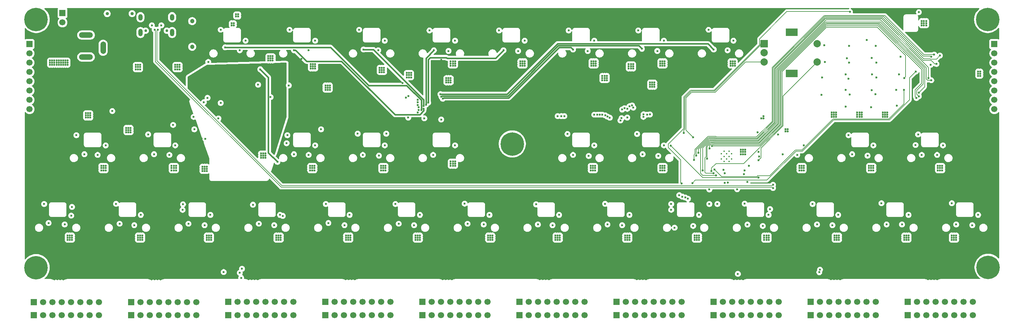
<source format=gbr>
%TF.GenerationSoftware,KiCad,Pcbnew,9.0.2*%
%TF.CreationDate,2025-12-20T16:45:10-05:00*%
%TF.ProjectId,Fracture,46726163-7475-4726-952e-6b696361645f,rev?*%
%TF.SameCoordinates,Original*%
%TF.FileFunction,Copper,L3,Inr*%
%TF.FilePolarity,Positive*%
%FSLAX46Y46*%
G04 Gerber Fmt 4.6, Leading zero omitted, Abs format (unit mm)*
G04 Created by KiCad (PCBNEW 9.0.2) date 2025-12-20 16:45:10*
%MOMM*%
%LPD*%
G01*
G04 APERTURE LIST*
%TA.AperFunction,ComponentPad*%
%ADD10C,0.400000*%
%TD*%
%TA.AperFunction,ComponentPad*%
%ADD11R,1.700000X1.700000*%
%TD*%
%TA.AperFunction,ComponentPad*%
%ADD12C,1.700000*%
%TD*%
%TA.AperFunction,ComponentPad*%
%ADD13R,2.000000X2.000000*%
%TD*%
%TA.AperFunction,ComponentPad*%
%ADD14C,2.000000*%
%TD*%
%TA.AperFunction,ComponentPad*%
%ADD15R,3.200000X2.000000*%
%TD*%
%TA.AperFunction,ComponentPad*%
%ADD16C,1.200000*%
%TD*%
%TA.AperFunction,ComponentPad*%
%ADD17C,0.800000*%
%TD*%
%TA.AperFunction,ComponentPad*%
%ADD18C,6.400000*%
%TD*%
%TA.AperFunction,ComponentPad*%
%ADD19O,3.800000X1.500000*%
%TD*%
%TA.AperFunction,ComponentPad*%
%ADD20O,1.500000X3.400000*%
%TD*%
%TA.AperFunction,ComponentPad*%
%ADD21C,0.750000*%
%TD*%
%TA.AperFunction,ComponentPad*%
%ADD22O,1.200000X2.000000*%
%TD*%
%TA.AperFunction,ComponentPad*%
%ADD23O,1.200000X1.800000*%
%TD*%
%TA.AperFunction,ComponentPad*%
%ADD24C,0.900000*%
%TD*%
%TA.AperFunction,ViaPad*%
%ADD25C,0.600000*%
%TD*%
%TA.AperFunction,Conductor*%
%ADD26C,0.200000*%
%TD*%
%TA.AperFunction,Conductor*%
%ADD27C,0.400000*%
%TD*%
G04 APERTURE END LIST*
D10*
%TO.N,*%
%TO.C,U5*%
X208700000Y-65492500D03*
X208700000Y-66892500D03*
X208000000Y-64792500D03*
X208000000Y-66192500D03*
X208000000Y-67592500D03*
X207300000Y-65492500D03*
X207300000Y-66892500D03*
X206600000Y-64792500D03*
X206600000Y-66192500D03*
X206600000Y-67592500D03*
X205900000Y-65492500D03*
X205900000Y-66892500D03*
%TD*%
D11*
%TO.N,Net-(J5-Pin_1)*%
%TO.C,J5*%
X256725000Y-109540000D03*
D12*
%TO.N,Net-(J5-Pin_2)*%
X259265000Y-109540000D03*
%TO.N,Net-(J5-Pin_3)*%
X261805000Y-109540000D03*
%TO.N,Net-(J5-Pin_4)*%
X264345000Y-109540000D03*
%TO.N,Net-(J5-Pin_5)*%
X266885000Y-109540000D03*
%TO.N,Net-(J5-Pin_6)*%
X269425000Y-109540000D03*
%TO.N,Net-(J5-Pin_7)*%
X271965000Y-109540000D03*
%TO.N,Net-(J5-Pin_8)*%
X274505000Y-109540000D03*
%TD*%
D11*
%TO.N,Net-(J5-Pin_1)*%
%TO.C,J6*%
X256720000Y-105965000D03*
D12*
%TO.N,Net-(J5-Pin_2)*%
X259260000Y-105965000D03*
%TO.N,Net-(J5-Pin_3)*%
X261800000Y-105965000D03*
%TO.N,Net-(J5-Pin_4)*%
X264340000Y-105965000D03*
%TO.N,Net-(J5-Pin_5)*%
X266880000Y-105965000D03*
%TO.N,Net-(J5-Pin_6)*%
X269420000Y-105965000D03*
%TO.N,Net-(J5-Pin_7)*%
X271960000Y-105965000D03*
%TO.N,Net-(J5-Pin_8)*%
X274500000Y-105965000D03*
%TD*%
D11*
%TO.N,Net-(J5-Pin_1)*%
%TO.C,J5*%
X230225000Y-109540000D03*
D12*
%TO.N,Net-(J5-Pin_2)*%
X232765000Y-109540000D03*
%TO.N,Net-(J5-Pin_3)*%
X235305000Y-109540000D03*
%TO.N,Net-(J5-Pin_4)*%
X237845000Y-109540000D03*
%TO.N,Net-(J5-Pin_5)*%
X240385000Y-109540000D03*
%TO.N,Net-(J5-Pin_6)*%
X242925000Y-109540000D03*
%TO.N,Net-(J5-Pin_7)*%
X245465000Y-109540000D03*
%TO.N,Net-(J5-Pin_8)*%
X248005000Y-109540000D03*
%TD*%
D11*
%TO.N,Net-(J5-Pin_1)*%
%TO.C,J6*%
X230220000Y-105965000D03*
D12*
%TO.N,Net-(J5-Pin_2)*%
X232760000Y-105965000D03*
%TO.N,Net-(J5-Pin_3)*%
X235300000Y-105965000D03*
%TO.N,Net-(J5-Pin_4)*%
X237840000Y-105965000D03*
%TO.N,Net-(J5-Pin_5)*%
X240380000Y-105965000D03*
%TO.N,Net-(J5-Pin_6)*%
X242920000Y-105965000D03*
%TO.N,Net-(J5-Pin_7)*%
X245460000Y-105965000D03*
%TO.N,Net-(J5-Pin_8)*%
X248000000Y-105965000D03*
%TD*%
D11*
%TO.N,Net-(J5-Pin_1)*%
%TO.C,J5*%
X203725000Y-109540000D03*
D12*
%TO.N,Net-(J5-Pin_2)*%
X206265000Y-109540000D03*
%TO.N,Net-(J5-Pin_3)*%
X208805000Y-109540000D03*
%TO.N,Net-(J5-Pin_4)*%
X211345000Y-109540000D03*
%TO.N,Net-(J5-Pin_5)*%
X213885000Y-109540000D03*
%TO.N,Net-(J5-Pin_6)*%
X216425000Y-109540000D03*
%TO.N,Net-(J5-Pin_7)*%
X218965000Y-109540000D03*
%TO.N,Net-(J5-Pin_8)*%
X221505000Y-109540000D03*
%TD*%
D11*
%TO.N,Net-(J5-Pin_1)*%
%TO.C,J6*%
X203720000Y-105965000D03*
D12*
%TO.N,Net-(J5-Pin_2)*%
X206260000Y-105965000D03*
%TO.N,Net-(J5-Pin_3)*%
X208800000Y-105965000D03*
%TO.N,Net-(J5-Pin_4)*%
X211340000Y-105965000D03*
%TO.N,Net-(J5-Pin_5)*%
X213880000Y-105965000D03*
%TO.N,Net-(J5-Pin_6)*%
X216420000Y-105965000D03*
%TO.N,Net-(J5-Pin_7)*%
X218960000Y-105965000D03*
%TO.N,Net-(J5-Pin_8)*%
X221500000Y-105965000D03*
%TD*%
D11*
%TO.N,Net-(J5-Pin_1)*%
%TO.C,J5*%
X177225000Y-109540000D03*
D12*
%TO.N,Net-(J5-Pin_2)*%
X179765000Y-109540000D03*
%TO.N,Net-(J5-Pin_3)*%
X182305000Y-109540000D03*
%TO.N,Net-(J5-Pin_4)*%
X184845000Y-109540000D03*
%TO.N,Net-(J5-Pin_5)*%
X187385000Y-109540000D03*
%TO.N,Net-(J5-Pin_6)*%
X189925000Y-109540000D03*
%TO.N,Net-(J5-Pin_7)*%
X192465000Y-109540000D03*
%TO.N,Net-(J5-Pin_8)*%
X195005000Y-109540000D03*
%TD*%
D11*
%TO.N,Net-(J5-Pin_1)*%
%TO.C,J6*%
X177220000Y-105965000D03*
D12*
%TO.N,Net-(J5-Pin_2)*%
X179760000Y-105965000D03*
%TO.N,Net-(J5-Pin_3)*%
X182300000Y-105965000D03*
%TO.N,Net-(J5-Pin_4)*%
X184840000Y-105965000D03*
%TO.N,Net-(J5-Pin_5)*%
X187380000Y-105965000D03*
%TO.N,Net-(J5-Pin_6)*%
X189920000Y-105965000D03*
%TO.N,Net-(J5-Pin_7)*%
X192460000Y-105965000D03*
%TO.N,Net-(J5-Pin_8)*%
X195000000Y-105965000D03*
%TD*%
D11*
%TO.N,Net-(J5-Pin_1)*%
%TO.C,J5*%
X150725000Y-109540000D03*
D12*
%TO.N,Net-(J5-Pin_2)*%
X153265000Y-109540000D03*
%TO.N,Net-(J5-Pin_3)*%
X155805000Y-109540000D03*
%TO.N,Net-(J5-Pin_4)*%
X158345000Y-109540000D03*
%TO.N,Net-(J5-Pin_5)*%
X160885000Y-109540000D03*
%TO.N,Net-(J5-Pin_6)*%
X163425000Y-109540000D03*
%TO.N,Net-(J5-Pin_7)*%
X165965000Y-109540000D03*
%TO.N,Net-(J5-Pin_8)*%
X168505000Y-109540000D03*
%TD*%
D11*
%TO.N,Net-(J5-Pin_1)*%
%TO.C,J6*%
X150720000Y-105965000D03*
D12*
%TO.N,Net-(J5-Pin_2)*%
X153260000Y-105965000D03*
%TO.N,Net-(J5-Pin_3)*%
X155800000Y-105965000D03*
%TO.N,Net-(J5-Pin_4)*%
X158340000Y-105965000D03*
%TO.N,Net-(J5-Pin_5)*%
X160880000Y-105965000D03*
%TO.N,Net-(J5-Pin_6)*%
X163420000Y-105965000D03*
%TO.N,Net-(J5-Pin_7)*%
X165960000Y-105965000D03*
%TO.N,Net-(J5-Pin_8)*%
X168500000Y-105965000D03*
%TD*%
D11*
%TO.N,Net-(J5-Pin_1)*%
%TO.C,J5*%
X124225000Y-109540000D03*
D12*
%TO.N,Net-(J5-Pin_2)*%
X126765000Y-109540000D03*
%TO.N,Net-(J5-Pin_3)*%
X129305000Y-109540000D03*
%TO.N,Net-(J5-Pin_4)*%
X131845000Y-109540000D03*
%TO.N,Net-(J5-Pin_5)*%
X134385000Y-109540000D03*
%TO.N,Net-(J5-Pin_6)*%
X136925000Y-109540000D03*
%TO.N,Net-(J5-Pin_7)*%
X139465000Y-109540000D03*
%TO.N,Net-(J5-Pin_8)*%
X142005000Y-109540000D03*
%TD*%
D11*
%TO.N,Net-(J5-Pin_1)*%
%TO.C,J6*%
X124220000Y-105965000D03*
D12*
%TO.N,Net-(J5-Pin_2)*%
X126760000Y-105965000D03*
%TO.N,Net-(J5-Pin_3)*%
X129300000Y-105965000D03*
%TO.N,Net-(J5-Pin_4)*%
X131840000Y-105965000D03*
%TO.N,Net-(J5-Pin_5)*%
X134380000Y-105965000D03*
%TO.N,Net-(J5-Pin_6)*%
X136920000Y-105965000D03*
%TO.N,Net-(J5-Pin_7)*%
X139460000Y-105965000D03*
%TO.N,Net-(J5-Pin_8)*%
X142000000Y-105965000D03*
%TD*%
D11*
%TO.N,Net-(J5-Pin_1)*%
%TO.C,J5*%
X97725000Y-109540000D03*
D12*
%TO.N,Net-(J5-Pin_2)*%
X100265000Y-109540000D03*
%TO.N,Net-(J5-Pin_3)*%
X102805000Y-109540000D03*
%TO.N,Net-(J5-Pin_4)*%
X105345000Y-109540000D03*
%TO.N,Net-(J5-Pin_5)*%
X107885000Y-109540000D03*
%TO.N,Net-(J5-Pin_6)*%
X110425000Y-109540000D03*
%TO.N,Net-(J5-Pin_7)*%
X112965000Y-109540000D03*
%TO.N,Net-(J5-Pin_8)*%
X115505000Y-109540000D03*
%TD*%
D11*
%TO.N,Net-(J5-Pin_1)*%
%TO.C,J6*%
X97720000Y-105965000D03*
D12*
%TO.N,Net-(J5-Pin_2)*%
X100260000Y-105965000D03*
%TO.N,Net-(J5-Pin_3)*%
X102800000Y-105965000D03*
%TO.N,Net-(J5-Pin_4)*%
X105340000Y-105965000D03*
%TO.N,Net-(J5-Pin_5)*%
X107880000Y-105965000D03*
%TO.N,Net-(J5-Pin_6)*%
X110420000Y-105965000D03*
%TO.N,Net-(J5-Pin_7)*%
X112960000Y-105965000D03*
%TO.N,Net-(J5-Pin_8)*%
X115500000Y-105965000D03*
%TD*%
D11*
%TO.N,Net-(J5-Pin_1)*%
%TO.C,J5*%
X71225000Y-109540000D03*
D12*
%TO.N,Net-(J5-Pin_2)*%
X73765000Y-109540000D03*
%TO.N,Net-(J5-Pin_3)*%
X76305000Y-109540000D03*
%TO.N,Net-(J5-Pin_4)*%
X78845000Y-109540000D03*
%TO.N,Net-(J5-Pin_5)*%
X81385000Y-109540000D03*
%TO.N,Net-(J5-Pin_6)*%
X83925000Y-109540000D03*
%TO.N,Net-(J5-Pin_7)*%
X86465000Y-109540000D03*
%TO.N,Net-(J5-Pin_8)*%
X89005000Y-109540000D03*
%TD*%
D11*
%TO.N,Net-(J5-Pin_1)*%
%TO.C,J6*%
X71220000Y-105965000D03*
D12*
%TO.N,Net-(J5-Pin_2)*%
X73760000Y-105965000D03*
%TO.N,Net-(J5-Pin_3)*%
X76300000Y-105965000D03*
%TO.N,Net-(J5-Pin_4)*%
X78840000Y-105965000D03*
%TO.N,Net-(J5-Pin_5)*%
X81380000Y-105965000D03*
%TO.N,Net-(J5-Pin_6)*%
X83920000Y-105965000D03*
%TO.N,Net-(J5-Pin_7)*%
X86460000Y-105965000D03*
%TO.N,Net-(J5-Pin_8)*%
X89000000Y-105965000D03*
%TD*%
D11*
%TO.N,Net-(J5-Pin_1)*%
%TO.C,J6*%
X44725000Y-105995000D03*
D12*
%TO.N,Net-(J5-Pin_2)*%
X47265000Y-105995000D03*
%TO.N,Net-(J5-Pin_3)*%
X49805000Y-105995000D03*
%TO.N,Net-(J5-Pin_4)*%
X52345000Y-105995000D03*
%TO.N,Net-(J5-Pin_5)*%
X54885000Y-105995000D03*
%TO.N,Net-(J5-Pin_6)*%
X57425000Y-105995000D03*
%TO.N,Net-(J5-Pin_7)*%
X59965000Y-105995000D03*
%TO.N,Net-(J5-Pin_8)*%
X62505000Y-105995000D03*
%TD*%
D11*
%TO.N,Net-(J5-Pin_1)*%
%TO.C,J5*%
X44730000Y-109570000D03*
D12*
%TO.N,Net-(J5-Pin_2)*%
X47270000Y-109570000D03*
%TO.N,Net-(J5-Pin_3)*%
X49810000Y-109570000D03*
%TO.N,Net-(J5-Pin_4)*%
X52350000Y-109570000D03*
%TO.N,Net-(J5-Pin_5)*%
X54890000Y-109570000D03*
%TO.N,Net-(J5-Pin_6)*%
X57430000Y-109570000D03*
%TO.N,Net-(J5-Pin_7)*%
X59970000Y-109570000D03*
%TO.N,Net-(J5-Pin_8)*%
X62510000Y-109570000D03*
%TD*%
D11*
%TO.N,Net-(J5-Pin_1)*%
%TO.C,J6*%
X18175000Y-105995000D03*
D12*
%TO.N,Net-(J5-Pin_2)*%
X20715000Y-105995000D03*
%TO.N,Net-(J5-Pin_3)*%
X23255000Y-105995000D03*
%TO.N,Net-(J5-Pin_4)*%
X25795000Y-105995000D03*
%TO.N,Net-(J5-Pin_5)*%
X28335000Y-105995000D03*
%TO.N,Net-(J5-Pin_6)*%
X30875000Y-105995000D03*
%TO.N,Net-(J5-Pin_7)*%
X33415000Y-105995000D03*
%TO.N,Net-(J5-Pin_8)*%
X35955000Y-105995000D03*
%TD*%
D11*
%TO.N,Net-(J5-Pin_1)*%
%TO.C,J5*%
X18180000Y-109570000D03*
D12*
%TO.N,Net-(J5-Pin_2)*%
X20720000Y-109570000D03*
%TO.N,Net-(J5-Pin_3)*%
X23260000Y-109570000D03*
%TO.N,Net-(J5-Pin_4)*%
X25800000Y-109570000D03*
%TO.N,Net-(J5-Pin_5)*%
X28340000Y-109570000D03*
%TO.N,Net-(J5-Pin_6)*%
X30880000Y-109570000D03*
%TO.N,Net-(J5-Pin_7)*%
X33420000Y-109570000D03*
%TO.N,Net-(J5-Pin_8)*%
X35960000Y-109570000D03*
%TD*%
D13*
%TO.N,D1*%
%TO.C,SW4*%
X217575000Y-35400000D03*
D14*
%TO.N,D2*%
X217575000Y-40400000D03*
%TO.N,AGND*%
X217575000Y-37900000D03*
D15*
%TO.N,N/C*%
X225075000Y-32300000D03*
X225075000Y-43500000D03*
D14*
%TO.N,D15*%
X232075000Y-40400000D03*
%TO.N,AGND*%
X232075000Y-35400000D03*
%TD*%
D16*
%TO.N,*%
%TO.C,CN1*%
X61400000Y-36245000D03*
X61400000Y-29245000D03*
%TD*%
D17*
%TO.N,N/C*%
%TO.C,H1*%
X16400000Y-96600000D03*
X17102944Y-94902944D03*
X17102944Y-98297056D03*
X18800000Y-94200000D03*
D18*
X18800000Y-96600000D03*
D17*
X18800000Y-99000000D03*
X20497056Y-94902944D03*
X20497056Y-98297056D03*
X21200000Y-96600000D03*
%TD*%
%TO.N,N/C*%
%TO.C,H2*%
X276302944Y-96497056D03*
X277005888Y-94800000D03*
X277005888Y-98194112D03*
X278702944Y-94097056D03*
D18*
X278702944Y-96497056D03*
D17*
X278702944Y-98897056D03*
X280400000Y-94800000D03*
X280400000Y-98194112D03*
X281102944Y-96497056D03*
%TD*%
%TO.N,N/C*%
%TO.C,H3*%
X16400000Y-28800000D03*
X17102944Y-27102944D03*
X17102944Y-30497056D03*
X18800000Y-26400000D03*
D18*
X18800000Y-28800000D03*
D17*
X18800000Y-31200000D03*
X20497056Y-27102944D03*
X20497056Y-30497056D03*
X21200000Y-28800000D03*
%TD*%
%TO.N,N/C*%
%TO.C,H4*%
X276200000Y-28800000D03*
X276902944Y-27102944D03*
X276902944Y-30497056D03*
X278600000Y-26400000D03*
D18*
X278600000Y-28800000D03*
D17*
X278600000Y-31200000D03*
X280297056Y-27102944D03*
X280297056Y-30497056D03*
X281000000Y-28800000D03*
%TD*%
%TO.N,N/C*%
%TO.C,H5*%
X146400000Y-62800000D03*
X147102944Y-61102944D03*
X147102944Y-64497056D03*
X148800000Y-60400000D03*
D18*
X148800000Y-62800000D03*
D17*
X148800000Y-65200000D03*
X150497056Y-61102944D03*
X150497056Y-64497056D03*
X151200000Y-62800000D03*
%TD*%
D19*
%TO.N,+BATT*%
%TO.C,J2*%
X32435000Y-39037500D03*
%TO.N,AGND*%
X32435000Y-33037500D03*
D20*
%TO.N,N/C*%
X37095000Y-36537500D03*
%TD*%
D21*
%TO.N,*%
%TO.C,P1*%
X48700000Y-31862500D03*
X54500000Y-31862500D03*
D22*
%TO.N,N/C*%
X47270000Y-32362500D03*
X55930000Y-32362500D03*
D23*
X55930000Y-28182500D03*
X47270000Y-28182500D03*
%TD*%
D24*
%TO.N,*%
%TO.C,SW1*%
X38200000Y-27187500D03*
X45000000Y-27187500D03*
%TD*%
D11*
%TO.N,+5V*%
%TO.C,J3*%
X17000000Y-35520000D03*
D12*
X17000000Y-38060000D03*
%TO.N,AGND*%
X17000000Y-40600000D03*
X17000000Y-43140000D03*
%TO.N,RS-485 B*%
X17000000Y-45680000D03*
%TO.N,RS-485 A*%
X17000000Y-48220000D03*
%TO.N,AGND*%
X17000000Y-50760000D03*
X17000000Y-53300000D03*
%TD*%
D11*
%TO.N,+5V*%
%TO.C,J4*%
X280400000Y-35520000D03*
D12*
X280400000Y-38060000D03*
%TO.N,AGND*%
X280400000Y-40600000D03*
X280400000Y-43140000D03*
%TO.N,RS-485 B*%
X280400000Y-45680000D03*
%TO.N,RS-485 A*%
X280400000Y-48220000D03*
%TO.N,AGND*%
X280400000Y-50760000D03*
X280400000Y-53300000D03*
%TD*%
D11*
%TO.N,+BATT*%
%TO.C,J1*%
X26000000Y-27060000D03*
D12*
%TO.N,AGND*%
X26000000Y-29600000D03*
%TD*%
D25*
%TO.N,D37*%
X204000000Y-69750000D03*
X255750000Y-48000000D03*
%TO.N,D35*%
X198000000Y-73500000D03*
X259000000Y-43000000D03*
%TO.N,D15*%
X216000000Y-67250000D03*
%TO.N,AGND*%
X251200000Y-54200000D03*
X250000000Y-55400000D03*
X250000000Y-54200000D03*
X251200000Y-54800000D03*
X251200000Y-55400000D03*
X250600000Y-55400000D03*
X250600000Y-54200000D03*
X250000000Y-54800000D03*
X250600000Y-54800000D03*
X244200000Y-54200000D03*
X243000000Y-55400000D03*
X243000000Y-54200000D03*
X244200000Y-54800000D03*
X244200000Y-55400000D03*
X243600000Y-55400000D03*
X243600000Y-54200000D03*
X243000000Y-54800000D03*
X243600000Y-54800000D03*
X237200000Y-54200000D03*
X236000000Y-55400000D03*
X236000000Y-54200000D03*
X237200000Y-54800000D03*
X237200000Y-55400000D03*
X236600000Y-55400000D03*
X236600000Y-54200000D03*
X236000000Y-54800000D03*
X236600000Y-54800000D03*
X27400000Y-40000000D03*
X26200000Y-41200000D03*
X26200000Y-40000000D03*
X27400000Y-40600000D03*
X27400000Y-41200000D03*
X26800000Y-41200000D03*
X26800000Y-40000000D03*
X26200000Y-40600000D03*
X26800000Y-40600000D03*
X25600000Y-40000000D03*
X24400000Y-41200000D03*
X24400000Y-40000000D03*
X25600000Y-40600000D03*
X25600000Y-41200000D03*
X25000000Y-41200000D03*
X25000000Y-40000000D03*
X24400000Y-40600000D03*
X25000000Y-40600000D03*
X23800000Y-40000000D03*
X22600000Y-41200000D03*
X22600000Y-40000000D03*
X23800000Y-40600000D03*
X23800000Y-41200000D03*
X23200000Y-41200000D03*
X23200000Y-40000000D03*
X22600000Y-40600000D03*
X23200000Y-40600000D03*
X33600000Y-54400000D03*
X32400000Y-55600000D03*
X32400000Y-54400000D03*
X33600000Y-55000000D03*
X33600000Y-55600000D03*
X33000000Y-55600000D03*
X33000000Y-54400000D03*
X32400000Y-55000000D03*
X33000000Y-55000000D03*
X44600000Y-58400000D03*
X43400000Y-59600000D03*
X43400000Y-58400000D03*
X44600000Y-59000000D03*
X44600000Y-59600000D03*
X44000000Y-59600000D03*
X44000000Y-58400000D03*
X43400000Y-59000000D03*
X44000000Y-59000000D03*
X113800000Y-42000000D03*
X112600000Y-43200000D03*
X112600000Y-42000000D03*
X113800000Y-42600000D03*
X113800000Y-43200000D03*
X113200000Y-43200000D03*
X113200000Y-42000000D03*
X112600000Y-42600000D03*
X113200000Y-42600000D03*
X133200000Y-40200000D03*
X132000000Y-41400000D03*
X132000000Y-40200000D03*
X133200000Y-40800000D03*
X133200000Y-41400000D03*
X132600000Y-41400000D03*
X132600000Y-40200000D03*
X132000000Y-40800000D03*
X132600000Y-40800000D03*
X152200000Y-40200000D03*
X151000000Y-41400000D03*
X151000000Y-40200000D03*
X152200000Y-40800000D03*
X152200000Y-41400000D03*
X151600000Y-41400000D03*
X151600000Y-40200000D03*
X151000000Y-40800000D03*
X151600000Y-40800000D03*
X171600000Y-40200000D03*
X170400000Y-41400000D03*
X170400000Y-40200000D03*
X171600000Y-40800000D03*
X171600000Y-41400000D03*
X171000000Y-41400000D03*
X171000000Y-40200000D03*
X170400000Y-40800000D03*
X171000000Y-40800000D03*
X190400000Y-40200000D03*
X189200000Y-41400000D03*
X189200000Y-40200000D03*
X190400000Y-40800000D03*
X190400000Y-41400000D03*
X189800000Y-41400000D03*
X189800000Y-40200000D03*
X189200000Y-40800000D03*
X189800000Y-40800000D03*
X209600000Y-40200000D03*
X208400000Y-41400000D03*
X208400000Y-40200000D03*
X209600000Y-40800000D03*
X209600000Y-41400000D03*
X209000000Y-41400000D03*
X209000000Y-40200000D03*
X208400000Y-40800000D03*
X209000000Y-40800000D03*
X266200000Y-68800000D03*
X265000000Y-70000000D03*
X265000000Y-68800000D03*
X266200000Y-69400000D03*
X266200000Y-70000000D03*
X265600000Y-70000000D03*
X265600000Y-68800000D03*
X265000000Y-69400000D03*
X265600000Y-69400000D03*
X247400000Y-68800000D03*
X246200000Y-70000000D03*
X246200000Y-68800000D03*
X247400000Y-69400000D03*
X247400000Y-70000000D03*
X246800000Y-70000000D03*
X246800000Y-68800000D03*
X246200000Y-69400000D03*
X246800000Y-69400000D03*
X228400000Y-68800000D03*
X227200000Y-70000000D03*
X227200000Y-68800000D03*
X228400000Y-69400000D03*
X228400000Y-70000000D03*
X227800000Y-70000000D03*
X227800000Y-68800000D03*
X227200000Y-69400000D03*
X227800000Y-69400000D03*
X190400000Y-68800000D03*
X189200000Y-70000000D03*
X189200000Y-68800000D03*
X190400000Y-69400000D03*
X190400000Y-70000000D03*
X189800000Y-70000000D03*
X189800000Y-68800000D03*
X189200000Y-69400000D03*
X189800000Y-69400000D03*
X171400000Y-68800000D03*
X170200000Y-70000000D03*
X170200000Y-68800000D03*
X171400000Y-69400000D03*
X171400000Y-70000000D03*
X170800000Y-70000000D03*
X170800000Y-68800000D03*
X170200000Y-69400000D03*
X170800000Y-69400000D03*
X133200000Y-67600000D03*
X132000000Y-68800000D03*
X132000000Y-67600000D03*
X133200000Y-68200000D03*
X133200000Y-68800000D03*
X132600000Y-68800000D03*
X132600000Y-67600000D03*
X132000000Y-68200000D03*
X132600000Y-68200000D03*
X114200000Y-68800000D03*
X113000000Y-70000000D03*
X113000000Y-68800000D03*
X114200000Y-69400000D03*
X114200000Y-70000000D03*
X113600000Y-70000000D03*
X113600000Y-68800000D03*
X113000000Y-69400000D03*
X113600000Y-69400000D03*
X94800000Y-68800000D03*
X93600000Y-70000000D03*
X93600000Y-68800000D03*
X94800000Y-69400000D03*
X94800000Y-70000000D03*
X94200000Y-70000000D03*
X94200000Y-68800000D03*
X93600000Y-69400000D03*
X94200000Y-69400000D03*
X65400000Y-69000000D03*
X64200000Y-70200000D03*
X64200000Y-69000000D03*
X65400000Y-69600000D03*
X65400000Y-70200000D03*
X64800000Y-70200000D03*
X64800000Y-69000000D03*
X64200000Y-69600000D03*
X64800000Y-69600000D03*
X57000000Y-68800000D03*
X55800000Y-70000000D03*
X55800000Y-68800000D03*
X57000000Y-69400000D03*
X57000000Y-70000000D03*
X56400000Y-70000000D03*
X56400000Y-68800000D03*
X55800000Y-69400000D03*
X56400000Y-69400000D03*
X37800000Y-68800000D03*
X36600000Y-70000000D03*
X36600000Y-68800000D03*
X37800000Y-69400000D03*
X37800000Y-70000000D03*
X37200000Y-70000000D03*
X37200000Y-68800000D03*
X36600000Y-69400000D03*
X37200000Y-69400000D03*
X28600000Y-87800000D03*
X27400000Y-89000000D03*
X27400000Y-87800000D03*
X28600000Y-88400000D03*
X28600000Y-89000000D03*
X28000000Y-89000000D03*
X28000000Y-87800000D03*
X27400000Y-88400000D03*
X28000000Y-88400000D03*
X47800000Y-87800000D03*
X46600000Y-89000000D03*
X46600000Y-87800000D03*
X47800000Y-88400000D03*
X47800000Y-89000000D03*
X47200000Y-89000000D03*
X47200000Y-87800000D03*
X46600000Y-88400000D03*
X47200000Y-88400000D03*
X66600000Y-87800000D03*
X65400000Y-89000000D03*
X65400000Y-87800000D03*
X66600000Y-88400000D03*
X66600000Y-89000000D03*
X66000000Y-89000000D03*
X66000000Y-87800000D03*
X65400000Y-88400000D03*
X66000000Y-88400000D03*
X85600000Y-87800000D03*
X84400000Y-89000000D03*
X84400000Y-87800000D03*
X85600000Y-88400000D03*
X85600000Y-89000000D03*
X85000000Y-89000000D03*
X85000000Y-87800000D03*
X84400000Y-88400000D03*
X85000000Y-88400000D03*
X104600000Y-87800000D03*
X103400000Y-89000000D03*
X103400000Y-87800000D03*
X104600000Y-88400000D03*
X104600000Y-89000000D03*
X104000000Y-89000000D03*
X104000000Y-87800000D03*
X103400000Y-88400000D03*
X104000000Y-88400000D03*
X123600000Y-87800000D03*
X122400000Y-89000000D03*
X122400000Y-87800000D03*
X123600000Y-88400000D03*
X123600000Y-89000000D03*
X123000000Y-89000000D03*
X123000000Y-87800000D03*
X122400000Y-88400000D03*
X123000000Y-88400000D03*
X143400000Y-87800000D03*
X142200000Y-89000000D03*
X142200000Y-87800000D03*
X143400000Y-88400000D03*
X143400000Y-89000000D03*
X142800000Y-89000000D03*
X142800000Y-87800000D03*
X142200000Y-88400000D03*
X142800000Y-88400000D03*
X161800000Y-87800000D03*
X160600000Y-89000000D03*
X160600000Y-87800000D03*
X161800000Y-88400000D03*
X161800000Y-89000000D03*
X161200000Y-89000000D03*
X161200000Y-87800000D03*
X160600000Y-88400000D03*
X161200000Y-88400000D03*
X180800000Y-87800000D03*
X179600000Y-89000000D03*
X179600000Y-87800000D03*
X180800000Y-88400000D03*
X180800000Y-89000000D03*
X180200000Y-89000000D03*
X180200000Y-87800000D03*
X179600000Y-88400000D03*
X180200000Y-88400000D03*
X199800000Y-87800000D03*
X198600000Y-89000000D03*
X198600000Y-87800000D03*
X199800000Y-88400000D03*
X199800000Y-89000000D03*
X199200000Y-89000000D03*
X199200000Y-87800000D03*
X198600000Y-88400000D03*
X199200000Y-88400000D03*
X218800000Y-87800000D03*
X217600000Y-89000000D03*
X217600000Y-87800000D03*
X218800000Y-88400000D03*
X218800000Y-89000000D03*
X218200000Y-89000000D03*
X218200000Y-87800000D03*
X217600000Y-88400000D03*
X218200000Y-88400000D03*
X238000000Y-87800000D03*
X236800000Y-89000000D03*
X236800000Y-87800000D03*
X238000000Y-88400000D03*
X238000000Y-89000000D03*
X237400000Y-89000000D03*
X237400000Y-87800000D03*
X236800000Y-88400000D03*
X237400000Y-88400000D03*
X257000000Y-87800000D03*
X255800000Y-89000000D03*
X255800000Y-87800000D03*
X257000000Y-88400000D03*
X257000000Y-89000000D03*
X256400000Y-89000000D03*
X256400000Y-87800000D03*
X255800000Y-88400000D03*
X256400000Y-88400000D03*
X270000000Y-87800000D03*
X268800000Y-89000000D03*
X268800000Y-87800000D03*
X270000000Y-88400000D03*
X270000000Y-89000000D03*
X269400000Y-89000000D03*
X269400000Y-87800000D03*
X268800000Y-88400000D03*
X269400000Y-88400000D03*
%TO.N,AM1:2*%
X22200000Y-84400000D03*
X181841997Y-52878908D03*
%TO.N,AM1:3*%
X41600000Y-84600000D03*
X181513113Y-52260977D03*
%TO.N,AM1:4*%
X60400000Y-84600000D03*
%TO.N,AM1:5*%
X180200000Y-53200000D03*
%TO.N,AM1:4*%
X180796031Y-52506731D03*
%TO.N,AM1:5*%
X79600000Y-84600000D03*
%TO.N,AM1:6*%
X98600000Y-84400000D03*
X179421765Y-53021765D03*
%TO.N,AM1:7*%
X117800000Y-84600000D03*
X178800000Y-53400000D03*
%TO.N,AM1:8*%
X136600000Y-84600000D03*
X161200000Y-55200000D03*
%TO.N,AM1:9*%
X155800000Y-84800000D03*
X162200000Y-55200000D03*
%TO.N,AM1:10*%
X174800000Y-84800000D03*
X163000000Y-55200000D03*
%TO.N,AM1:11*%
X193129404Y-85670596D03*
X171200000Y-54800000D03*
%TO.N,AM1:12*%
X213000000Y-84829000D03*
X171999994Y-54800000D03*
%TO.N,AM1:13*%
X232000000Y-84800000D03*
X172699997Y-54800000D03*
%TO.N,AM1:14*%
X251000000Y-84800000D03*
X173400000Y-54800000D03*
%TO.N,AM1:15*%
X270000000Y-84800000D03*
%TO.N,Net-(LED27-DOUT)*%
X232807673Y-97171845D03*
%TO.N,AM1:15*%
X174168821Y-54982328D03*
%TO.N,Net-(LED27-DOUT)*%
X258894250Y-63094250D03*
%TO.N,AM1:1*%
X260600000Y-65800000D03*
X186374266Y-54725737D03*
%TO.N,AM1:0*%
X241600000Y-65600000D03*
X185600000Y-54800000D03*
%TO.N,+5V*%
X114400000Y-60000000D03*
%TO.N,MUTE_B*%
X84700000Y-67700000D03*
%TO.N,AM0:5*%
X165400000Y-37000000D03*
X129825285Y-50435788D03*
%TO.N,AM0:6*%
X184200000Y-36800000D03*
X129421360Y-49864081D03*
%TO.N,AM0:7*%
X203800000Y-37000000D03*
X129200000Y-49200000D03*
%TO.N,AM0:4*%
X146400000Y-37200000D03*
X125835165Y-51521492D03*
%TO.N,AM0:3*%
X127400000Y-37200000D03*
X125235165Y-52077885D03*
%TO.N,AM0:2*%
X108200000Y-37000000D03*
X124600000Y-52400000D03*
%TO.N,AM0:1*%
X89200000Y-37200000D03*
X124625544Y-53187171D03*
%TO.N,AM0:0*%
X70400000Y-36400000D03*
X124000000Y-53501336D03*
%TO.N,AM0:8*%
X32000000Y-65600000D03*
%TO.N,+5V*%
X94987500Y-63187500D03*
%TO.N,AM0:8*%
X120426102Y-49700000D03*
%TO.N,AM0:9*%
X51000000Y-65600000D03*
X119800000Y-50099997D03*
%TO.N,AM0:10*%
X89200000Y-65600000D03*
X123000000Y-50699997D03*
%TO.N,AM0:11*%
X108000000Y-65800000D03*
X123000000Y-51400000D03*
%TO.N,AM0:12*%
X127200000Y-65800000D03*
X122978640Y-52135919D03*
%TO.N,AM0:13*%
X165400000Y-65800000D03*
X123200000Y-52800000D03*
%TO.N,AM0:14*%
X184400000Y-65600000D03*
X123221360Y-53501336D03*
%TO.N,AM0:15*%
X222600000Y-65600000D03*
X123000000Y-54200000D03*
%TO.N,AGND*%
X79400000Y-46600000D03*
%TO.N,MUTE_B*%
X213400000Y-68800000D03*
X80000000Y-42400000D03*
%TO.N,+5V*%
X53000000Y-30400000D03*
X240200000Y-39427122D03*
%TO.N,Net-(LED8-DOUT)*%
X232623607Y-97847214D03*
%TO.N,AGND*%
X276000000Y-43600000D03*
X276000000Y-43000000D03*
X276000000Y-44200000D03*
X69200000Y-31600000D03*
X74400000Y-37200000D03*
X88000000Y-31600000D03*
X93200000Y-37200000D03*
X107000000Y-31600000D03*
X112200000Y-37200000D03*
X126200000Y-31800000D03*
X131400000Y-37400000D03*
X145200000Y-31800000D03*
X150400000Y-37400000D03*
X164200000Y-31800000D03*
X169400000Y-37400000D03*
X183200000Y-31800000D03*
X188400000Y-37400000D03*
X202400000Y-31600000D03*
X207600000Y-37200000D03*
X259600000Y-60200000D03*
X264800000Y-65800000D03*
X240600000Y-60400000D03*
X245800000Y-66000000D03*
X221400000Y-60200000D03*
X226600000Y-65800000D03*
X182875000Y-60075000D03*
X188675000Y-66075000D03*
X163875000Y-60075000D03*
X169675000Y-66075000D03*
X106600000Y-60000000D03*
X112400000Y-66000000D03*
X87400000Y-60400000D03*
X93200000Y-65800000D03*
X55200000Y-65800000D03*
X49400000Y-60200000D03*
X29800000Y-60400000D03*
X35600000Y-65800000D03*
X21000000Y-79200000D03*
X58900000Y-79300000D03*
X141000000Y-84800000D03*
X135803054Y-79104054D03*
X268800000Y-79000000D03*
X249600000Y-79000000D03*
X230800000Y-79200000D03*
X192200000Y-79200000D03*
X40642485Y-79166485D03*
X78000000Y-79400000D03*
X97903054Y-79204054D03*
X116903554Y-79203554D03*
X122000000Y-85000000D03*
X103000000Y-85000000D03*
X83800000Y-85000000D03*
X64800000Y-85000000D03*
X45600000Y-85000000D03*
X26600000Y-84800000D03*
X212253554Y-79124000D03*
X274400000Y-85000000D03*
X255200000Y-84800000D03*
X236200000Y-85000000D03*
X217200000Y-85200000D03*
X198200000Y-85200000D03*
X178800000Y-85000000D03*
X159800000Y-85000000D03*
X155305417Y-79305417D03*
X174153554Y-79153554D03*
X223400000Y-58800000D03*
X224000000Y-58800000D03*
X224000000Y-59400000D03*
X223400000Y-59400000D03*
X73400000Y-27400000D03*
X74000000Y-27400000D03*
X74000000Y-28000000D03*
X73400000Y-28000000D03*
X72200000Y-29800000D03*
X72800000Y-29800000D03*
X72800000Y-30400000D03*
X72200000Y-30400000D03*
%TO.N,BUZZER_DATA*%
X202600000Y-79200000D03*
X204800000Y-79200000D03*
%TO.N,SELECT2*%
X213000000Y-73200000D03*
%TO.N,SELECT3*%
X210200000Y-75200000D03*
X178337468Y-56381675D03*
%TO.N,SELECT2*%
X178646446Y-55753554D03*
%TO.N,SELECT0*%
X216000000Y-65000000D03*
%TO.N,SELECT1*%
X216200000Y-66200000D03*
%TO.N,SELECT0*%
X174777804Y-55327500D03*
X184657169Y-54702336D03*
%TO.N,AGND*%
X180200000Y-55600000D03*
%TO.N,SELECT1*%
X184600000Y-55400000D03*
X175415439Y-55628708D03*
%TO.N,SELECT2*%
X120400000Y-55600000D03*
X129400000Y-56128500D03*
%TO.N,AGND*%
X124800000Y-55800000D03*
X80200000Y-66000000D03*
X80800000Y-66000000D03*
X81400000Y-65400000D03*
X80800000Y-66600000D03*
X80200000Y-65400000D03*
X80800000Y-65400000D03*
X80200000Y-66600000D03*
X81400000Y-66600000D03*
X81400000Y-66000000D03*
X260600000Y-29800000D03*
X261200000Y-29800000D03*
X261800000Y-29200000D03*
X261200000Y-30400000D03*
X260600000Y-29200000D03*
X261200000Y-29200000D03*
X260600000Y-30400000D03*
X261800000Y-30400000D03*
X261800000Y-29800000D03*
X97800000Y-47400000D03*
X98400000Y-47400000D03*
X99000000Y-46800000D03*
X98400000Y-48000000D03*
X97800000Y-46800000D03*
X98400000Y-46800000D03*
X97800000Y-48000000D03*
X99000000Y-48000000D03*
X99000000Y-47400000D03*
X82806897Y-49985861D03*
%TO.N,Net-(LED8-DOUT)*%
X210400000Y-98297999D03*
X75000000Y-96900000D03*
X70000000Y-97800000D03*
%TO.N,AGND*%
X47200000Y-41200000D03*
X46000000Y-42400000D03*
X46000000Y-41200000D03*
X47200000Y-41800000D03*
X47200000Y-42400000D03*
X46600000Y-42400000D03*
X46600000Y-41200000D03*
X46000000Y-41800000D03*
X46600000Y-41800000D03*
X58000000Y-41200000D03*
X56800000Y-42400000D03*
X56800000Y-41200000D03*
X58000000Y-41800000D03*
X58000000Y-42400000D03*
X57400000Y-42400000D03*
X57400000Y-41200000D03*
X56800000Y-41800000D03*
X57400000Y-41800000D03*
X83400000Y-38800000D03*
X82200000Y-40000000D03*
X82200000Y-38800000D03*
X83400000Y-39400000D03*
X83400000Y-40000000D03*
X82800000Y-40000000D03*
X82800000Y-38800000D03*
X82200000Y-39400000D03*
X82800000Y-39400000D03*
X95000000Y-41000000D03*
X93800000Y-42200000D03*
X93800000Y-41000000D03*
X95000000Y-41600000D03*
X95000000Y-42200000D03*
X94400000Y-42200000D03*
X94400000Y-41000000D03*
X93800000Y-41600000D03*
X94400000Y-41600000D03*
X121200000Y-43400000D03*
X120000000Y-44600000D03*
X120000000Y-43400000D03*
X121200000Y-44000000D03*
X121200000Y-44600000D03*
X120600000Y-44600000D03*
X120600000Y-43400000D03*
X120000000Y-44000000D03*
X120600000Y-44000000D03*
X132000000Y-44800000D03*
X130800000Y-46000000D03*
X130800000Y-44800000D03*
X132000000Y-45400000D03*
X132000000Y-46000000D03*
X131400000Y-46000000D03*
X131400000Y-44800000D03*
X130800000Y-45400000D03*
X131400000Y-45400000D03*
X187600000Y-46000000D03*
X186400000Y-47200000D03*
X186400000Y-46000000D03*
X187600000Y-46600000D03*
X187600000Y-47200000D03*
X187000000Y-47200000D03*
X187000000Y-46000000D03*
X186400000Y-46600000D03*
X187000000Y-46600000D03*
X174600000Y-44200000D03*
X173400000Y-45400000D03*
X173400000Y-44200000D03*
X174600000Y-44800000D03*
X174600000Y-45400000D03*
X174000000Y-45400000D03*
X174000000Y-44200000D03*
X173400000Y-44800000D03*
X174000000Y-44800000D03*
X181800000Y-41000000D03*
X180600000Y-42200000D03*
X180600000Y-41000000D03*
X181800000Y-41600000D03*
X181800000Y-42200000D03*
X181200000Y-42200000D03*
X181200000Y-41000000D03*
X180600000Y-41600000D03*
X181200000Y-41600000D03*
X212400000Y-64400000D03*
X211200000Y-64400000D03*
X212400000Y-65000000D03*
X212400000Y-65600000D03*
X211200000Y-65000000D03*
X211200000Y-65600000D03*
X211800000Y-65000000D03*
X211800000Y-65600000D03*
X211800000Y-64400000D03*
X217400000Y-55200000D03*
X217400000Y-55800000D03*
X216800000Y-55800000D03*
%TO.N,D36*%
X203200000Y-70175735D03*
X255800000Y-44800000D03*
%TO.N,AGND*%
X263000000Y-41200000D03*
%TO.N,DTX*%
X203296475Y-63345002D03*
X259134358Y-50243761D03*
%TO.N,DRX*%
X202696475Y-64000000D03*
X259800000Y-49800000D03*
%TO.N,D39*%
X202000000Y-66800000D03*
X259800000Y-48800000D03*
%TO.N,D48*%
X203775735Y-70775735D03*
X263200000Y-45400000D03*
%TO.N,D38*%
X262400000Y-44800000D03*
X200801000Y-70000000D03*
%TO.N,D47*%
X204400000Y-71400000D03*
X264600000Y-40925002D03*
%TO.N,D42*%
X199600000Y-65248528D03*
X265554265Y-38645735D03*
%TO.N,D41*%
X199000000Y-66000000D03*
X263200000Y-39000000D03*
%TO.N,D40*%
X198400000Y-67200000D03*
X264000000Y-38400000D03*
%TO.N,Net-(LED15-DOUT)*%
X216000000Y-72000000D03*
%TO.N,+5V*%
X253594235Y-47994234D03*
%TO.N,GPIO 0*%
X195012501Y-73574999D03*
X241000000Y-26701000D03*
%TO.N,+5V*%
X259800000Y-26800000D03*
%TO.N,D2*%
X198200000Y-61000000D03*
%TO.N,D1*%
X195600000Y-59800000D03*
%TO.N,+3.3V*%
X245600000Y-34400000D03*
%TO.N,AGND*%
X247925000Y-49200000D03*
X248200000Y-44600000D03*
X248200000Y-40600000D03*
X248000000Y-36000000D03*
X234000000Y-35800000D03*
X234125000Y-40400000D03*
X233400000Y-44600000D03*
X233200000Y-49400000D03*
X240800000Y-36000000D03*
X240800000Y-40600000D03*
X240600000Y-45000000D03*
X240915769Y-49323094D03*
%TO.N,+5V*%
X253800000Y-52301000D03*
X246800000Y-52800000D03*
X239800000Y-52600000D03*
X239800000Y-43800000D03*
X239800000Y-48000000D03*
X246900000Y-48100000D03*
X247000000Y-43800000D03*
X246900000Y-39300000D03*
X254800000Y-39000000D03*
X254400000Y-43800000D03*
%TO.N,I2S BCLK*%
X206800000Y-73400000D03*
X206507815Y-69892185D03*
%TO.N,I2S LRCK*%
X207675735Y-73324265D03*
X206824265Y-70775735D03*
%TO.N,Net-(LED27-DOUT)*%
X28600000Y-80000000D03*
%TO.N,Net-(LED15-DOUT)*%
X192100000Y-63300000D03*
%TO.N,Net-(LED10-DOUT)*%
X87200000Y-62600000D03*
X65000000Y-61400000D03*
%TO.N,Net-(LED24-DOUT)*%
X86143308Y-82449719D03*
X58800000Y-80800000D03*
%TO.N,+3.3VA*%
X81800000Y-87200000D03*
X100800000Y-87200000D03*
X157800000Y-87200000D03*
X91100000Y-68300000D03*
%TO.N,+3.3V*%
X215800000Y-59600000D03*
X194400000Y-76800000D03*
%TO.N,UART_RX*%
X212024265Y-71024265D03*
%TO.N,UART MODE*%
X202600000Y-75225002D03*
%TO.N,UART_TX*%
X212200000Y-70000000D03*
%TO.N,UART_RX*%
X195236796Y-77200000D03*
%TO.N,UART MODE*%
X196034313Y-77434313D03*
%TO.N,UART_TX*%
X196763009Y-77764474D03*
%TO.N,AGND*%
X62000000Y-58800000D03*
%TO.N,+5V*%
X96600000Y-58800000D03*
%TO.N,+3.3VB*%
X67200000Y-44600000D03*
X80800000Y-47000000D03*
%TO.N,+3.3VA*%
X173400000Y-46400000D03*
X118800000Y-46200000D03*
%TO.N,+3.3V*%
X65800000Y-40400000D03*
X61800000Y-55400000D03*
%TO.N,AGND*%
X64600000Y-51400000D03*
X69200000Y-51600000D03*
%TO.N,Net-(U10-VIN2)*%
X65600000Y-50200000D03*
X68575735Y-55824265D03*
%TO.N,D-*%
X220000000Y-73975000D03*
%TO.N,D+*%
X220000000Y-74825000D03*
%TO.N,D-*%
X52025000Y-31567544D03*
%TO.N,D+*%
X51175000Y-31567544D03*
%TO.N,+3.3VA*%
X24800000Y-87400000D03*
X44000000Y-87400000D03*
X62800000Y-87200000D03*
X119800000Y-87400000D03*
X139200000Y-87400000D03*
X177000000Y-87400000D03*
X196000000Y-87200000D03*
X215000000Y-87400000D03*
X234200000Y-87400000D03*
X253200000Y-87400000D03*
X272200000Y-87400000D03*
X262600000Y-68200000D03*
X243800000Y-68200000D03*
X186800000Y-68200000D03*
X167800000Y-68200000D03*
X224800000Y-68200000D03*
X129400000Y-68400000D03*
X110200000Y-68400000D03*
X53200000Y-68200000D03*
X34000000Y-68200000D03*
X205600000Y-39800000D03*
X186400000Y-39800000D03*
X167600000Y-39800000D03*
X148400000Y-39800000D03*
X129400000Y-39800000D03*
X110200000Y-39600000D03*
X91200000Y-39600000D03*
X72200000Y-39600000D03*
%TO.N,+5V*%
X87800000Y-46800000D03*
X56200000Y-57600000D03*
%TO.N,RS-485 A*%
X74800000Y-99400000D03*
X74400000Y-98000000D03*
%TO.N,+5V*%
X209187500Y-34587500D03*
X190187500Y-34587500D03*
X171187500Y-34587500D03*
X152187500Y-34587500D03*
X133187500Y-34587500D03*
X113987500Y-34587500D03*
X94987500Y-34587500D03*
X75987500Y-34587500D03*
X113987500Y-63187500D03*
X133187500Y-63187500D03*
X171187500Y-63187500D03*
X190187500Y-63187500D03*
X228387500Y-63187500D03*
X247387500Y-63187500D03*
X266387500Y-63187500D03*
X275987500Y-82187500D03*
X256987500Y-82187500D03*
X237787500Y-82187500D03*
X218787500Y-82187500D03*
X199787500Y-82187500D03*
X180787500Y-82187500D03*
X161587500Y-82187500D03*
X142587500Y-82187500D03*
X123587500Y-82187500D03*
X104387500Y-82187500D03*
X85387500Y-82187500D03*
X66387500Y-82187500D03*
X47387500Y-82187500D03*
X28387500Y-82387500D03*
X56787500Y-63187500D03*
X37800000Y-63200000D03*
X39600000Y-53800000D03*
%TO.N,+3.3VA*%
X100000000Y-53000000D03*
X103400000Y-51400000D03*
X101600000Y-53000000D03*
X98200000Y-51400000D03*
X100800000Y-53000000D03*
%TO.N,Net-(LED17-DOUT)*%
X192200000Y-80800000D03*
X219200000Y-80600000D03*
%TO.N,AGND*%
X276600000Y-44200000D03*
X276600000Y-43600000D03*
X276600000Y-43000000D03*
%TO.N,+5V*%
X50400000Y-30400000D03*
%TD*%
D26*
%TO.N,D37*%
X205949000Y-71699000D02*
X204000000Y-69750000D01*
X219074322Y-71500000D02*
X215791479Y-71500000D01*
X226125322Y-64449000D02*
X219074322Y-71500000D01*
X215791479Y-71500000D02*
X215592479Y-71699000D01*
X215592479Y-71699000D02*
X205949000Y-71699000D01*
X227875322Y-64449000D02*
X226125322Y-64449000D01*
X251625322Y-55949000D02*
X236375322Y-55949000D01*
X253037161Y-54537161D02*
X251625322Y-55949000D01*
X236375322Y-55949000D02*
X227875322Y-64449000D01*
%TO.N,D35*%
X198801000Y-72699000D02*
X198000000Y-73500000D01*
X218301000Y-72699000D02*
X198801000Y-72699000D01*
X228000000Y-64750000D02*
X226250000Y-64750000D01*
X236500000Y-56250000D02*
X228000000Y-64750000D01*
X251750000Y-56250000D02*
X236500000Y-56250000D01*
X257250000Y-50750000D02*
X251750000Y-56250000D01*
X226250000Y-64750000D02*
X218301000Y-72699000D01*
X257250000Y-44750000D02*
X257250000Y-50750000D01*
X259000000Y-43000000D02*
X257250000Y-44750000D01*
%TO.N,D37*%
X253037161Y-54537161D02*
X252912161Y-54662161D01*
X255750000Y-48000000D02*
X255750000Y-51824322D01*
X255750000Y-51824322D02*
X253037161Y-54537161D01*
%TO.N,D15*%
X216701000Y-63924678D02*
X216701000Y-66549000D01*
X222752950Y-57872728D02*
X216701000Y-63924678D01*
X222752950Y-49722050D02*
X222752950Y-57872728D01*
X216701000Y-66549000D02*
X216000000Y-67250000D01*
X232075000Y-40400000D02*
X222752950Y-49722050D01*
%TO.N,D2*%
X196200000Y-58876299D02*
X196200000Y-59000000D01*
X196200000Y-59000000D02*
X198200000Y-61000000D01*
X196202000Y-58874299D02*
X196200000Y-58876299D01*
X196202000Y-50249356D02*
X196202000Y-58874299D01*
X204149356Y-48702000D02*
X197749356Y-48702000D01*
X197749356Y-48702000D02*
X196202000Y-50249356D01*
X212451356Y-40400000D02*
X204149356Y-48702000D01*
X217575000Y-40400000D02*
X212451356Y-40400000D01*
%TO.N,D1*%
X195600000Y-59050621D02*
X195600000Y-59800000D01*
X195901000Y-58749621D02*
X195600000Y-59050621D01*
X195901000Y-50124678D02*
X195901000Y-58749621D01*
X204024678Y-48401000D02*
X197624678Y-48401000D01*
X216575000Y-35400000D02*
X216575000Y-35850678D01*
X216575000Y-35850678D02*
X204024678Y-48401000D01*
X197624678Y-48401000D02*
X195901000Y-50124678D01*
X217575000Y-35400000D02*
X216575000Y-35400000D01*
%TO.N,GPIO 0*%
X194987500Y-73574999D02*
X195012501Y-73574999D01*
X194800000Y-73387499D02*
X194987500Y-73574999D01*
X194800000Y-67200000D02*
X194800000Y-73387499D01*
X191400000Y-63800000D02*
X194800000Y-67200000D01*
X191400000Y-62824943D02*
X191400000Y-63800000D01*
X195600000Y-58624943D02*
X191400000Y-62824943D01*
X197500000Y-48100000D02*
X195600000Y-50000000D01*
X203900000Y-48100000D02*
X197500000Y-48100000D01*
X216274000Y-34099000D02*
X216274000Y-35726000D01*
X195600000Y-50000000D02*
X195600000Y-58624943D01*
X216274000Y-35726000D02*
X203900000Y-48100000D01*
X223773000Y-26600000D02*
X216274000Y-34099000D01*
X240899000Y-26600000D02*
X223773000Y-26600000D01*
X241000000Y-26701000D02*
X240899000Y-26600000D01*
%TO.N,D40*%
X261200000Y-38400000D02*
X264000000Y-38400000D01*
X250481550Y-27681550D02*
X261200000Y-38400000D01*
X233991248Y-27681550D02*
X250481550Y-27681550D01*
X219742950Y-56625948D02*
X219742950Y-41929848D01*
X204532740Y-60893000D02*
X215475898Y-60893000D01*
X204376742Y-60737002D02*
X204532740Y-60893000D01*
X215475898Y-60893000D02*
X219742950Y-56625948D01*
X219742950Y-41929848D02*
X233991248Y-27681550D01*
X202216208Y-60737002D02*
X204376742Y-60737002D01*
X198699000Y-65501000D02*
X198699000Y-64254210D01*
X198400000Y-65800000D02*
X198699000Y-65501000D01*
X198400000Y-67200000D02*
X198400000Y-65800000D01*
X198699000Y-64254210D02*
X202216208Y-60737002D01*
%TO.N,D41*%
X261001000Y-38801000D02*
X263001000Y-38801000D01*
X263001000Y-38801000D02*
X263200000Y-39000000D01*
X250182550Y-27982550D02*
X261001000Y-38801000D01*
X234115926Y-27982550D02*
X250182550Y-27982550D01*
X220043950Y-56750626D02*
X220043950Y-42054526D01*
X220043950Y-42054526D02*
X234115926Y-27982550D01*
X202340886Y-61038002D02*
X204252064Y-61038002D01*
X199000000Y-64378888D02*
X202340886Y-61038002D01*
X204252064Y-61038002D02*
X204408062Y-61194000D01*
X204408062Y-61194000D02*
X215600576Y-61194000D01*
X199000000Y-66000000D02*
X199000000Y-64378888D01*
X215600576Y-61194000D02*
X220043950Y-56750626D01*
%TO.N,D42*%
X264599000Y-39601000D02*
X265554265Y-38645735D01*
X262951057Y-39601000D02*
X264599000Y-39601000D01*
X261200000Y-39600000D02*
X262950057Y-39600000D01*
X249883550Y-28283550D02*
X261200000Y-39600000D01*
X234240604Y-28283550D02*
X249883550Y-28283550D01*
X204283384Y-61495000D02*
X215725254Y-61495000D01*
X204127386Y-61339002D02*
X204283384Y-61495000D01*
X215725254Y-61495000D02*
X220344950Y-56875304D01*
X202465564Y-61339002D02*
X204127386Y-61339002D01*
X220344950Y-56875304D02*
X220344950Y-42179204D01*
X220344950Y-42179204D02*
X234240604Y-28283550D01*
X199600000Y-64204566D02*
X202465564Y-61339002D01*
X262950057Y-39600000D02*
X262951057Y-39601000D01*
X199600000Y-65248528D02*
X199600000Y-64204566D01*
%TO.N,D47*%
X249617450Y-28584550D02*
X261032900Y-40000000D01*
X234365282Y-28584550D02*
X249617450Y-28584550D01*
X220645950Y-42303882D02*
X234365282Y-28584550D01*
X220645950Y-56999982D02*
X220645950Y-42303882D01*
X215849932Y-61796000D02*
X220645950Y-56999982D01*
X204002708Y-61640002D02*
X204158706Y-61796000D01*
X204158706Y-61796000D02*
X215849932Y-61796000D01*
X200201000Y-64029244D02*
X202590242Y-61640002D01*
X200201000Y-70801000D02*
X200201000Y-64029244D01*
X204375735Y-71375735D02*
X200775735Y-71375735D01*
X204400000Y-71400000D02*
X204375735Y-71375735D01*
X200775735Y-71375735D02*
X200201000Y-70801000D01*
X202590242Y-61640002D02*
X204002708Y-61640002D01*
%TO.N,D48*%
X249284550Y-29486550D02*
X261799000Y-42001000D01*
X234314638Y-29486550D02*
X249284550Y-29486550D01*
X221247950Y-42553238D02*
X234314638Y-29486550D01*
X221247950Y-57249338D02*
X221247950Y-42553238D01*
X203909350Y-62398000D02*
X216099288Y-62398000D01*
X202839598Y-62242002D02*
X203753352Y-62242002D01*
X203753352Y-62242002D02*
X203909350Y-62398000D01*
X201699000Y-63382600D02*
X202839598Y-62242002D01*
X201402000Y-66598000D02*
X201699000Y-66301000D01*
X201699000Y-66301000D02*
X201699000Y-63382600D01*
X201402000Y-69800000D02*
X201402000Y-66598000D01*
X216099288Y-62398000D02*
X221247950Y-57249338D01*
%TO.N,D39*%
X202000000Y-63507278D02*
X202000000Y-66800000D01*
X202964276Y-62543002D02*
X202000000Y-63507278D01*
X203628674Y-62543002D02*
X202964276Y-62543002D01*
X203784672Y-62699000D02*
X203628674Y-62543002D01*
X216223966Y-62699000D02*
X203784672Y-62699000D01*
X221548950Y-57374016D02*
X216223966Y-62699000D01*
X234439316Y-29787550D02*
X221548950Y-42677916D01*
X261398000Y-42099300D02*
X249086250Y-29787550D01*
X261398000Y-45215043D02*
X261398000Y-42099300D01*
X261400000Y-45217043D02*
X261398000Y-45215043D01*
X249086250Y-29787550D02*
X234439316Y-29787550D01*
X261400000Y-47200000D02*
X261400000Y-45217043D01*
X259800000Y-48800000D02*
X261400000Y-47200000D01*
X221548950Y-42677916D02*
X221548950Y-57374016D01*
%TO.N,DTX*%
X216429320Y-63345002D02*
X203296475Y-63345002D01*
X222150950Y-57623372D02*
X216429320Y-63345002D01*
X222150950Y-42927272D02*
X222150950Y-57623372D01*
X234560472Y-30517750D02*
X222150950Y-42927272D01*
X248682250Y-30517750D02*
X234560472Y-30517750D01*
X248682250Y-30517750D02*
X260596000Y-42431500D01*
%TO.N,D47*%
X261032900Y-40000000D02*
X261000000Y-40000000D01*
X261033900Y-40001000D02*
X261032900Y-40000000D01*
X262783957Y-40001000D02*
X261033900Y-40001000D01*
X263202000Y-40002000D02*
X262784957Y-40002000D01*
X264125002Y-40925002D02*
X263202000Y-40002000D01*
X264600000Y-40925002D02*
X264125002Y-40925002D01*
X262784957Y-40002000D02*
X262783957Y-40001000D01*
%TO.N,D48*%
X261799000Y-45048943D02*
X261799000Y-42001000D01*
X262151057Y-45401000D02*
X261799000Y-45048943D01*
X262648943Y-45401000D02*
X262151057Y-45401000D01*
X263200000Y-45400000D02*
X262649943Y-45400000D01*
X262649943Y-45400000D02*
X262648943Y-45401000D01*
%TO.N,DRX*%
X203088954Y-62844002D02*
X202696475Y-63236481D01*
X203503996Y-62844002D02*
X203088954Y-62844002D01*
X203659994Y-63000000D02*
X203503996Y-62844002D01*
X216348644Y-63000000D02*
X203659994Y-63000000D01*
X221849950Y-57498694D02*
X216348644Y-63000000D01*
X221849950Y-42802594D02*
X221849950Y-57498694D01*
X234563994Y-30088550D02*
X221849950Y-42802594D01*
X260999000Y-45800000D02*
X260997000Y-45798000D01*
X259199000Y-48200000D02*
X260999000Y-46400000D01*
X260997000Y-45798000D02*
X260997000Y-42265400D01*
X260997000Y-42265400D02*
X248820150Y-30088550D01*
X259199000Y-49199000D02*
X259199000Y-48200000D01*
X248820150Y-30088550D02*
X234563994Y-30088550D01*
X202696475Y-63236481D02*
X202696475Y-64000000D01*
X260999000Y-46400000D02*
X260999000Y-45800000D01*
X259800000Y-49800000D02*
X259199000Y-49199000D01*
%TO.N,D48*%
X201402000Y-69800000D02*
X201402000Y-69751057D01*
%TO.N,DTX*%
X258798000Y-49907403D02*
X259134358Y-50243761D01*
X258798000Y-48033900D02*
X258798000Y-49907403D01*
X260596000Y-46235900D02*
X258798000Y-48033900D01*
X260596000Y-42431500D02*
X260596000Y-46235900D01*
D27*
%TO.N,AM0:5*%
X162600000Y-36455260D02*
X164855260Y-36455260D01*
X164855260Y-36455260D02*
X165400000Y-37000000D01*
X148108520Y-49908521D02*
X161561780Y-36455260D01*
X147815040Y-50202000D02*
X148108520Y-49908521D01*
X130059073Y-50202000D02*
X147200000Y-50202000D01*
X161561780Y-36455260D02*
X162600000Y-36455260D01*
X147200000Y-50202000D02*
X147815040Y-50202000D01*
X129825285Y-50435788D02*
X130059073Y-50202000D01*
%TO.N,AM0:6*%
X183354260Y-35954260D02*
X184200000Y-36800000D01*
X161354260Y-35954260D02*
X183354260Y-35954260D01*
X147607520Y-49701000D02*
X161354260Y-35954260D01*
X129584441Y-49701000D02*
X147607520Y-49701000D01*
X129421360Y-49864081D02*
X129584441Y-49701000D01*
%TO.N,AM0:7*%
X202200000Y-35400000D02*
X203800000Y-37000000D01*
X161200000Y-35400000D02*
X202200000Y-35400000D01*
X147400000Y-49200000D02*
X161200000Y-35400000D01*
X129200000Y-49200000D02*
X147400000Y-49200000D01*
%TO.N,AM0:4*%
X144199000Y-39401000D02*
X146400000Y-37200000D01*
X131001000Y-39401000D02*
X144199000Y-39401000D01*
X126400000Y-39200000D02*
X130800000Y-39200000D01*
X125835165Y-39764835D02*
X126400000Y-39200000D01*
X130800000Y-39200000D02*
X131001000Y-39401000D01*
X125835165Y-51521492D02*
X125835165Y-39764835D01*
%TO.N,AM0:3*%
X125235165Y-39364835D02*
X127400000Y-37200000D01*
X125235165Y-52077885D02*
X125235165Y-39364835D01*
%TO.N,AM0:2*%
X110858466Y-37000000D02*
X108200000Y-37000000D01*
X124600000Y-50741534D02*
X110858466Y-37000000D01*
X124600000Y-52400000D02*
X124600000Y-50741534D01*
%TO.N,AM0:1*%
X89649943Y-37200000D02*
X89200000Y-37200000D01*
X102200000Y-40200000D02*
X92649943Y-40200000D01*
X92649943Y-40200000D02*
X89649943Y-37200000D01*
X116801000Y-54801000D02*
X102200000Y-40200000D01*
X123550279Y-54801000D02*
X116801000Y-54801000D01*
X124625544Y-53725735D02*
X123550279Y-54801000D01*
X124625544Y-53187171D02*
X124625544Y-53725735D01*
%TO.N,AM0:0*%
X103000000Y-40200000D02*
X99200000Y-36400000D01*
X109601000Y-46801000D02*
X103000000Y-40200000D01*
X119950946Y-46801000D02*
X109601000Y-46801000D01*
X124000000Y-50850054D02*
X119950946Y-46801000D01*
X99200000Y-36400000D02*
X70400000Y-36400000D01*
X124000000Y-53501336D02*
X124000000Y-50850054D01*
%TO.N,MUTE_B*%
X82201000Y-44601000D02*
X82201000Y-65201000D01*
X82201000Y-65201000D02*
X84700000Y-67700000D01*
X80000000Y-42400000D02*
X82201000Y-44601000D01*
D26*
%TO.N,D48*%
X201402000Y-70248943D02*
X201402000Y-69800000D01*
X201400000Y-70250943D02*
X201402000Y-70248943D01*
X201400000Y-70536643D02*
X201400000Y-70250943D01*
X201639092Y-70775735D02*
X201400000Y-70536643D01*
X203775735Y-70775735D02*
X201639092Y-70775735D01*
X201402000Y-69751057D02*
X201400000Y-69749057D01*
%TO.N,D39*%
X202096475Y-66703525D02*
X202000000Y-66800000D01*
%TO.N,Net-(LED15-DOUT)*%
X200800000Y-72000000D02*
X192100000Y-63300000D01*
X216000000Y-72000000D02*
X200800000Y-72000000D01*
%TO.N,D-*%
X219800001Y-74174999D02*
X220000000Y-73975000D01*
X51825001Y-40106803D02*
X85893197Y-74174999D01*
X51825001Y-31767543D02*
X51825001Y-40106803D01*
X85893197Y-74174999D02*
X219800001Y-74174999D01*
X52025000Y-31567544D02*
X51825001Y-31767543D01*
%TO.N,D+*%
X219800001Y-74625001D02*
X220000000Y-74825000D01*
X85706803Y-74625001D02*
X219800001Y-74625001D01*
X51374999Y-40293197D02*
X85706803Y-74625001D01*
X51374999Y-31767543D02*
X51374999Y-40293197D01*
X51175000Y-31567544D02*
X51374999Y-31767543D01*
%TO.N,D36*%
X256200000Y-44400000D02*
X255800000Y-44800000D01*
X256200000Y-38602600D02*
X256200000Y-44400000D01*
X222451950Y-57748050D02*
X222451950Y-43051950D01*
X248487950Y-30890550D02*
X256200000Y-38602600D01*
X212000000Y-68200000D02*
X222451950Y-57748050D01*
X222451950Y-43051950D02*
X234613350Y-30890550D01*
X234613350Y-30890550D02*
X248487950Y-30890550D01*
X204400000Y-68200000D02*
X212000000Y-68200000D01*
X203200000Y-70175735D02*
X203200000Y-69400000D01*
X203200000Y-69400000D02*
X204400000Y-68200000D01*
%TO.N,D38*%
X200801000Y-63854922D02*
X200801000Y-70000000D01*
X202714920Y-61941002D02*
X200801000Y-63854922D01*
X203878030Y-61941002D02*
X202714920Y-61941002D01*
X204034028Y-62097000D02*
X203878030Y-61941002D01*
X234489960Y-28885550D02*
X220946950Y-42428560D01*
X249318450Y-28885550D02*
X234489960Y-28885550D01*
X215974610Y-62097000D02*
X204034028Y-62097000D01*
X262400000Y-41967100D02*
X249318450Y-28885550D01*
X262400000Y-44800000D02*
X262400000Y-41967100D01*
X220946950Y-42428560D02*
X220946950Y-57124660D01*
X220946950Y-57124660D02*
X215974610Y-62097000D01*
%TD*%
%TA.AperFunction,Conductor*%
%TO.N,+3.3VB*%
G36*
X87140144Y-40621339D02*
G01*
X87187334Y-40672864D01*
X87200000Y-40727459D01*
X87200000Y-46219486D01*
X87180315Y-46286525D01*
X87179102Y-46288377D01*
X87090609Y-46420814D01*
X87090602Y-46420827D01*
X87030264Y-46566498D01*
X87030261Y-46566510D01*
X86999500Y-46721153D01*
X86999500Y-46878846D01*
X87030261Y-47033489D01*
X87030264Y-47033501D01*
X87090602Y-47179172D01*
X87090605Y-47179178D01*
X87090606Y-47179179D01*
X87177610Y-47309390D01*
X87179102Y-47311622D01*
X87199980Y-47378299D01*
X87200000Y-47380513D01*
X87200000Y-55380779D01*
X87194181Y-55418319D01*
X83932676Y-65686016D01*
X83893620Y-65743950D01*
X83829442Y-65771572D01*
X83760518Y-65760112D01*
X83726814Y-65736157D01*
X82937819Y-64947162D01*
X82904334Y-64885839D01*
X82901500Y-64859481D01*
X82901500Y-50884989D01*
X82921185Y-50817950D01*
X82973989Y-50772195D01*
X83001303Y-50763373D01*
X83040394Y-50755598D01*
X83186076Y-50695255D01*
X83317186Y-50607650D01*
X83428686Y-50496150D01*
X83516291Y-50365040D01*
X83576634Y-50219358D01*
X83607397Y-50064703D01*
X83607397Y-49907019D01*
X83607397Y-49907016D01*
X83607396Y-49907014D01*
X83590251Y-49820821D01*
X83576634Y-49752364D01*
X83576632Y-49752359D01*
X83516294Y-49606688D01*
X83516287Y-49606675D01*
X83428686Y-49475572D01*
X83428683Y-49475568D01*
X83317189Y-49364074D01*
X83317185Y-49364071D01*
X83186082Y-49276470D01*
X83186069Y-49276463D01*
X83040398Y-49216125D01*
X83040386Y-49216122D01*
X83001309Y-49208349D01*
X82939398Y-49175964D01*
X82904824Y-49115249D01*
X82901500Y-49086732D01*
X82901500Y-44532004D01*
X82874581Y-44396677D01*
X82874580Y-44396676D01*
X82874580Y-44396672D01*
X82860917Y-44363686D01*
X82821777Y-44269192D01*
X82745112Y-44154454D01*
X82745111Y-44154453D01*
X80796071Y-42205414D01*
X80769191Y-42165185D01*
X80709397Y-42020827D01*
X80709390Y-42020814D01*
X80621789Y-41889711D01*
X80621786Y-41889707D01*
X80510292Y-41778213D01*
X80510288Y-41778210D01*
X80379185Y-41690609D01*
X80379172Y-41690602D01*
X80233501Y-41630264D01*
X80233489Y-41630261D01*
X80078845Y-41599500D01*
X80078842Y-41599500D01*
X79921158Y-41599500D01*
X79921155Y-41599500D01*
X79766510Y-41630261D01*
X79766498Y-41630264D01*
X79620827Y-41690602D01*
X79620814Y-41690609D01*
X79489711Y-41778210D01*
X79489707Y-41778213D01*
X79378213Y-41889707D01*
X79378210Y-41889711D01*
X79290609Y-42020814D01*
X79290602Y-42020827D01*
X79230264Y-42166498D01*
X79230261Y-42166510D01*
X79199500Y-42321153D01*
X79199500Y-42478846D01*
X79230261Y-42633489D01*
X79230264Y-42633501D01*
X79290602Y-42779172D01*
X79290609Y-42779185D01*
X79378210Y-42910288D01*
X79378213Y-42910292D01*
X79489707Y-43021786D01*
X79489711Y-43021789D01*
X79620814Y-43109390D01*
X79620827Y-43109397D01*
X79765185Y-43169191D01*
X79805414Y-43196071D01*
X81464181Y-44854838D01*
X81497666Y-44916161D01*
X81500500Y-44942519D01*
X81500500Y-64475500D01*
X81480815Y-64542539D01*
X81428011Y-64588294D01*
X81376500Y-64599500D01*
X81321155Y-64599500D01*
X81166511Y-64630260D01*
X81166506Y-64630262D01*
X81166504Y-64630262D01*
X81166503Y-64630263D01*
X81147449Y-64638155D01*
X81077982Y-64645623D01*
X81052553Y-64638156D01*
X81033497Y-64630263D01*
X81033493Y-64630262D01*
X81033488Y-64630260D01*
X80878845Y-64599500D01*
X80878842Y-64599500D01*
X80721158Y-64599500D01*
X80721155Y-64599500D01*
X80566511Y-64630260D01*
X80566506Y-64630262D01*
X80566504Y-64630262D01*
X80566503Y-64630263D01*
X80547449Y-64638155D01*
X80477982Y-64645623D01*
X80452553Y-64638156D01*
X80433497Y-64630263D01*
X80433493Y-64630262D01*
X80433488Y-64630260D01*
X80278845Y-64599500D01*
X80278842Y-64599500D01*
X80121158Y-64599500D01*
X80121155Y-64599500D01*
X79966510Y-64630261D01*
X79966498Y-64630264D01*
X79820827Y-64690602D01*
X79820814Y-64690609D01*
X79689711Y-64778210D01*
X79689707Y-64778213D01*
X79578213Y-64889707D01*
X79578210Y-64889711D01*
X79490609Y-65020814D01*
X79490602Y-65020827D01*
X79430264Y-65166498D01*
X79430261Y-65166510D01*
X79399500Y-65321153D01*
X79399500Y-65478846D01*
X79430260Y-65633488D01*
X79430262Y-65633493D01*
X79430263Y-65633497D01*
X79438155Y-65652550D01*
X79445623Y-65722018D01*
X79438156Y-65747446D01*
X79430263Y-65766503D01*
X79430262Y-65766506D01*
X79430260Y-65766511D01*
X79399500Y-65921153D01*
X79399500Y-66078846D01*
X79430260Y-66233488D01*
X79430262Y-66233493D01*
X79430263Y-66233497D01*
X79438155Y-66252550D01*
X79445623Y-66322018D01*
X79445027Y-66325097D01*
X79442650Y-66336596D01*
X79430263Y-66366503D01*
X79399500Y-66521158D01*
X79399500Y-66545386D01*
X79396934Y-66557802D01*
X79386229Y-66577900D01*
X79379815Y-66599744D01*
X79370120Y-66608144D01*
X79364088Y-66619470D01*
X79344215Y-66630591D01*
X79327011Y-66645499D01*
X79314314Y-66647324D01*
X79303117Y-66653591D01*
X79280388Y-66652202D01*
X79257853Y-66655443D01*
X79246182Y-66650113D01*
X79233377Y-66649331D01*
X79215009Y-66635876D01*
X79194297Y-66626418D01*
X79187819Y-66620386D01*
X69137437Y-56570004D01*
X69103952Y-56508681D01*
X69108936Y-56438989D01*
X69137437Y-56394642D01*
X69197521Y-56334557D01*
X69197524Y-56334554D01*
X69285129Y-56203444D01*
X69286349Y-56200500D01*
X69345470Y-56057766D01*
X69345472Y-56057762D01*
X69376235Y-55903107D01*
X69376235Y-55745423D01*
X69376235Y-55745420D01*
X69376234Y-55745418D01*
X69345473Y-55590775D01*
X69345472Y-55590768D01*
X69285669Y-55446389D01*
X69285132Y-55445092D01*
X69285125Y-55445079D01*
X69197524Y-55313976D01*
X69197521Y-55313972D01*
X69086027Y-55202478D01*
X69086023Y-55202475D01*
X68954920Y-55114874D01*
X68954907Y-55114867D01*
X68809236Y-55054529D01*
X68809224Y-55054526D01*
X68654580Y-55023765D01*
X68654577Y-55023765D01*
X68496893Y-55023765D01*
X68496890Y-55023765D01*
X68342245Y-55054526D01*
X68342233Y-55054529D01*
X68196562Y-55114867D01*
X68196549Y-55114874D01*
X68065446Y-55202475D01*
X68065442Y-55202478D01*
X68005358Y-55262563D01*
X67944035Y-55296048D01*
X67874343Y-55291064D01*
X67829996Y-55262563D01*
X64896607Y-52329174D01*
X64863122Y-52267851D01*
X64868106Y-52198159D01*
X64909978Y-52142226D01*
X64936834Y-52126933D01*
X64979179Y-52109394D01*
X65110289Y-52021789D01*
X65221789Y-51910289D01*
X65309394Y-51779179D01*
X65369737Y-51633497D01*
X65392083Y-51521158D01*
X65392084Y-51521153D01*
X68399500Y-51521153D01*
X68399500Y-51678846D01*
X68430261Y-51833489D01*
X68430264Y-51833501D01*
X68490602Y-51979172D01*
X68490609Y-51979185D01*
X68578210Y-52110288D01*
X68578213Y-52110292D01*
X68689707Y-52221786D01*
X68689711Y-52221789D01*
X68820814Y-52309390D01*
X68820827Y-52309397D01*
X68966498Y-52369735D01*
X68966503Y-52369737D01*
X69121153Y-52400499D01*
X69121156Y-52400500D01*
X69121158Y-52400500D01*
X69278844Y-52400500D01*
X69278845Y-52400499D01*
X69433497Y-52369737D01*
X69579179Y-52309394D01*
X69710289Y-52221789D01*
X69821789Y-52110289D01*
X69909394Y-51979179D01*
X69969737Y-51833497D01*
X70000500Y-51678842D01*
X70000500Y-51521158D01*
X70000500Y-51521155D01*
X70000499Y-51521153D01*
X69969738Y-51366510D01*
X69969737Y-51366503D01*
X69950955Y-51321158D01*
X69909397Y-51220827D01*
X69909390Y-51220814D01*
X69821789Y-51089711D01*
X69821786Y-51089707D01*
X69710292Y-50978213D01*
X69710288Y-50978210D01*
X69579185Y-50890609D01*
X69579172Y-50890602D01*
X69433501Y-50830264D01*
X69433489Y-50830261D01*
X69278845Y-50799500D01*
X69278842Y-50799500D01*
X69121158Y-50799500D01*
X69121155Y-50799500D01*
X68966510Y-50830261D01*
X68966498Y-50830264D01*
X68820827Y-50890602D01*
X68820814Y-50890609D01*
X68689711Y-50978210D01*
X68689707Y-50978213D01*
X68578213Y-51089707D01*
X68578210Y-51089711D01*
X68490609Y-51220814D01*
X68490602Y-51220827D01*
X68430264Y-51366498D01*
X68430261Y-51366510D01*
X68399500Y-51521153D01*
X65392084Y-51521153D01*
X65398107Y-51490875D01*
X65398107Y-51490874D01*
X65400500Y-51478844D01*
X65400500Y-51321155D01*
X65400499Y-51321153D01*
X65385719Y-51246848D01*
X65369737Y-51166503D01*
X65369732Y-51166492D01*
X65367969Y-51160676D01*
X65369249Y-51160287D01*
X65362516Y-51097623D01*
X65393795Y-51035145D01*
X65453886Y-50999496D01*
X65508741Y-50998030D01*
X65521156Y-51000500D01*
X65521158Y-51000500D01*
X65678844Y-51000500D01*
X65678845Y-51000499D01*
X65833497Y-50969737D01*
X65979179Y-50909394D01*
X66110289Y-50821789D01*
X66221789Y-50710289D01*
X66309394Y-50579179D01*
X66369737Y-50433497D01*
X66400500Y-50278842D01*
X66400500Y-50121158D01*
X66400500Y-50121155D01*
X66400499Y-50121153D01*
X66369738Y-49966510D01*
X66369737Y-49966503D01*
X66345096Y-49907014D01*
X66309397Y-49820827D01*
X66309390Y-49820814D01*
X66221789Y-49689711D01*
X66221786Y-49689707D01*
X66110292Y-49578213D01*
X66110288Y-49578210D01*
X65979185Y-49490609D01*
X65979172Y-49490602D01*
X65833501Y-49430264D01*
X65833489Y-49430261D01*
X65678845Y-49399500D01*
X65678842Y-49399500D01*
X65521158Y-49399500D01*
X65521155Y-49399500D01*
X65366510Y-49430261D01*
X65366498Y-49430264D01*
X65220827Y-49490602D01*
X65220814Y-49490609D01*
X65089711Y-49578210D01*
X65089707Y-49578213D01*
X64978213Y-49689707D01*
X64978210Y-49689711D01*
X64890609Y-49820814D01*
X64890602Y-49820827D01*
X64830264Y-49966498D01*
X64830261Y-49966510D01*
X64799500Y-50121153D01*
X64799500Y-50278846D01*
X64830261Y-50433489D01*
X64832031Y-50439324D01*
X64830751Y-50439712D01*
X64837480Y-50502388D01*
X64806196Y-50564863D01*
X64746101Y-50600506D01*
X64691263Y-50601970D01*
X64678845Y-50599500D01*
X64678842Y-50599500D01*
X64521158Y-50599500D01*
X64521155Y-50599500D01*
X64366510Y-50630261D01*
X64366498Y-50630264D01*
X64220827Y-50690602D01*
X64220814Y-50690609D01*
X64089711Y-50778210D01*
X64089707Y-50778213D01*
X63978213Y-50889707D01*
X63978210Y-50889711D01*
X63890609Y-51020814D01*
X63890602Y-51020827D01*
X63873067Y-51063163D01*
X63829226Y-51117567D01*
X63762932Y-51139632D01*
X63695233Y-51122353D01*
X63670825Y-51103392D01*
X60236319Y-47668886D01*
X60202834Y-47607563D01*
X60200000Y-47581205D01*
X60200000Y-46521153D01*
X78599500Y-46521153D01*
X78599500Y-46678846D01*
X78630261Y-46833489D01*
X78630264Y-46833501D01*
X78690602Y-46979172D01*
X78690609Y-46979185D01*
X78778210Y-47110288D01*
X78778213Y-47110292D01*
X78889707Y-47221786D01*
X78889711Y-47221789D01*
X79020814Y-47309390D01*
X79020827Y-47309397D01*
X79166498Y-47369735D01*
X79166503Y-47369737D01*
X79321153Y-47400499D01*
X79321156Y-47400500D01*
X79321158Y-47400500D01*
X79478844Y-47400500D01*
X79478845Y-47400499D01*
X79633497Y-47369737D01*
X79779179Y-47309394D01*
X79910289Y-47221789D01*
X80021789Y-47110289D01*
X80109394Y-46979179D01*
X80169737Y-46833497D01*
X80200500Y-46678842D01*
X80200500Y-46521158D01*
X80200500Y-46521155D01*
X80200499Y-46521153D01*
X80180543Y-46420827D01*
X80169737Y-46366503D01*
X80137929Y-46289711D01*
X80109397Y-46220827D01*
X80109390Y-46220814D01*
X80021789Y-46089711D01*
X80021786Y-46089707D01*
X79910292Y-45978213D01*
X79910288Y-45978210D01*
X79779185Y-45890609D01*
X79779172Y-45890602D01*
X79633501Y-45830264D01*
X79633489Y-45830261D01*
X79478845Y-45799500D01*
X79478842Y-45799500D01*
X79321158Y-45799500D01*
X79321155Y-45799500D01*
X79166510Y-45830261D01*
X79166498Y-45830264D01*
X79020827Y-45890602D01*
X79020814Y-45890609D01*
X78889711Y-45978210D01*
X78889707Y-45978213D01*
X78778213Y-46089707D01*
X78778210Y-46089711D01*
X78690609Y-46220814D01*
X78690602Y-46220827D01*
X78630264Y-46366498D01*
X78630261Y-46366510D01*
X78599500Y-46521153D01*
X60200000Y-46521153D01*
X60200000Y-44469290D01*
X60219685Y-44402251D01*
X60259009Y-44363686D01*
X65371676Y-41217430D01*
X65387063Y-41212845D01*
X65398466Y-41205066D01*
X65433242Y-41199085D01*
X65665990Y-41192679D01*
X65693581Y-41195014D01*
X65703818Y-41197050D01*
X65721155Y-41200500D01*
X65721158Y-41200500D01*
X65878843Y-41200500D01*
X65891238Y-41198034D01*
X65948370Y-41186669D01*
X65969134Y-41184335D01*
X81881902Y-40746369D01*
X81932759Y-40755760D01*
X81966503Y-40769737D01*
X81966507Y-40769737D01*
X81966511Y-40769739D01*
X82121153Y-40800499D01*
X82121156Y-40800500D01*
X82121158Y-40800500D01*
X82278844Y-40800500D01*
X82278845Y-40800499D01*
X82433497Y-40769737D01*
X82452547Y-40761845D01*
X82522016Y-40754377D01*
X82547452Y-40761845D01*
X82566503Y-40769737D01*
X82721153Y-40800499D01*
X82721156Y-40800500D01*
X82721158Y-40800500D01*
X82878844Y-40800500D01*
X82878845Y-40800499D01*
X83033497Y-40769737D01*
X83052547Y-40761845D01*
X83122016Y-40754377D01*
X83147452Y-40761845D01*
X83166503Y-40769737D01*
X83321153Y-40800499D01*
X83321156Y-40800500D01*
X83321158Y-40800500D01*
X83478844Y-40800500D01*
X83478845Y-40800499D01*
X83633497Y-40769737D01*
X83700002Y-40742190D01*
X83779173Y-40709397D01*
X83783438Y-40707117D01*
X83838484Y-40692518D01*
X87072590Y-40603506D01*
X87140144Y-40621339D01*
G37*
%TD.AperFunction*%
%TD*%
%TA.AperFunction,Conductor*%
%TO.N,+3.3VA*%
G36*
X24725524Y-25720185D02*
G01*
X24771279Y-25772989D01*
X24781223Y-25842147D01*
X24757751Y-25898810D01*
X24756487Y-25900500D01*
X24706204Y-25967668D01*
X24706202Y-25967671D01*
X24655908Y-26102517D01*
X24650093Y-26156609D01*
X24649501Y-26162123D01*
X24649500Y-26162135D01*
X24649500Y-27957870D01*
X24649501Y-27957876D01*
X24655908Y-28017483D01*
X24706202Y-28152328D01*
X24706206Y-28152335D01*
X24792452Y-28267544D01*
X24792455Y-28267547D01*
X24907664Y-28353793D01*
X24907671Y-28353797D01*
X25039082Y-28402810D01*
X25095016Y-28444681D01*
X25119433Y-28510145D01*
X25104582Y-28578418D01*
X25083431Y-28606673D01*
X24969889Y-28720215D01*
X24844951Y-28892179D01*
X24748444Y-29081585D01*
X24748443Y-29081587D01*
X24748443Y-29081588D01*
X24735587Y-29121155D01*
X24682753Y-29283760D01*
X24649500Y-29493713D01*
X24649500Y-29706286D01*
X24678551Y-29889711D01*
X24682754Y-29916243D01*
X24737396Y-30084414D01*
X24748444Y-30118414D01*
X24844951Y-30307820D01*
X24969890Y-30479786D01*
X25120213Y-30630109D01*
X25292179Y-30755048D01*
X25292181Y-30755049D01*
X25292184Y-30755051D01*
X25481588Y-30851557D01*
X25683757Y-30917246D01*
X25893713Y-30950500D01*
X25893714Y-30950500D01*
X26106286Y-30950500D01*
X26106287Y-30950500D01*
X26316243Y-30917246D01*
X26518412Y-30851557D01*
X26707816Y-30755051D01*
X26731734Y-30737674D01*
X26879786Y-30630109D01*
X26879788Y-30630106D01*
X26879792Y-30630104D01*
X27030104Y-30479792D01*
X27030106Y-30479788D01*
X27030109Y-30479786D01*
X27155048Y-30307820D01*
X27155047Y-30307820D01*
X27155051Y-30307816D01*
X27251557Y-30118412D01*
X27317246Y-29916243D01*
X27350500Y-29706287D01*
X27350500Y-29493713D01*
X27317246Y-29283757D01*
X27251557Y-29081588D01*
X27155051Y-28892184D01*
X27155049Y-28892181D01*
X27155048Y-28892179D01*
X27030109Y-28720213D01*
X26916569Y-28606673D01*
X26883084Y-28545350D01*
X26888068Y-28475658D01*
X26929940Y-28419725D01*
X26960915Y-28402810D01*
X27092331Y-28353796D01*
X27207546Y-28267546D01*
X27293796Y-28152331D01*
X27344091Y-28017483D01*
X27350500Y-27957873D01*
X27350499Y-27093879D01*
X37249500Y-27093879D01*
X37249500Y-27281120D01*
X37286025Y-27464743D01*
X37286027Y-27464751D01*
X37357676Y-27637728D01*
X37357681Y-27637737D01*
X37461697Y-27793407D01*
X37461700Y-27793411D01*
X37594088Y-27925799D01*
X37594092Y-27925802D01*
X37749762Y-28029818D01*
X37749771Y-28029823D01*
X37760116Y-28034108D01*
X37922749Y-28101473D01*
X38106379Y-28137999D01*
X38106383Y-28138000D01*
X38106384Y-28138000D01*
X38293617Y-28138000D01*
X38293618Y-28137999D01*
X38477251Y-28101473D01*
X38650231Y-28029822D01*
X38805908Y-27925802D01*
X38938302Y-27793408D01*
X39042322Y-27637731D01*
X39113973Y-27464751D01*
X39150500Y-27281116D01*
X39150500Y-27093884D01*
X39150499Y-27093879D01*
X44049500Y-27093879D01*
X44049500Y-27281120D01*
X44086025Y-27464743D01*
X44086027Y-27464751D01*
X44157676Y-27637728D01*
X44157681Y-27637737D01*
X44261697Y-27793407D01*
X44261700Y-27793411D01*
X44394088Y-27925799D01*
X44394092Y-27925802D01*
X44549762Y-28029818D01*
X44549771Y-28029823D01*
X44560116Y-28034108D01*
X44722749Y-28101473D01*
X44906379Y-28137999D01*
X44906383Y-28138000D01*
X44906384Y-28138000D01*
X45093617Y-28138000D01*
X45093618Y-28137999D01*
X45277251Y-28101473D01*
X45450231Y-28029822D01*
X45605908Y-27925802D01*
X45735821Y-27795889D01*
X46169500Y-27795889D01*
X46169500Y-28569110D01*
X46193432Y-28720215D01*
X46196598Y-28740201D01*
X46250127Y-28904945D01*
X46328768Y-29059288D01*
X46430586Y-29199428D01*
X46553072Y-29321914D01*
X46693212Y-29423732D01*
X46847555Y-29502373D01*
X47012299Y-29555902D01*
X47183389Y-29583000D01*
X47183390Y-29583000D01*
X47356610Y-29583000D01*
X47356611Y-29583000D01*
X47527701Y-29555902D01*
X47692445Y-29502373D01*
X47846788Y-29423732D01*
X47986928Y-29321914D01*
X48109414Y-29199428D01*
X48211232Y-29059288D01*
X48289873Y-28904945D01*
X48343402Y-28740201D01*
X48370500Y-28569111D01*
X48370500Y-27795889D01*
X54829500Y-27795889D01*
X54829500Y-28569110D01*
X54853432Y-28720215D01*
X54856598Y-28740201D01*
X54910127Y-28904945D01*
X54988768Y-29059288D01*
X55090586Y-29199428D01*
X55213072Y-29321914D01*
X55353212Y-29423732D01*
X55507555Y-29502373D01*
X55672299Y-29555902D01*
X55843389Y-29583000D01*
X55843390Y-29583000D01*
X56016610Y-29583000D01*
X56016611Y-29583000D01*
X56187701Y-29555902D01*
X56352445Y-29502373D01*
X56506788Y-29423732D01*
X56646928Y-29321914D01*
X56769414Y-29199428D01*
X56799231Y-29158389D01*
X60299500Y-29158389D01*
X60299500Y-29331610D01*
X60326545Y-29502371D01*
X60326598Y-29502701D01*
X60380127Y-29667445D01*
X60458768Y-29821788D01*
X60560586Y-29961928D01*
X60683072Y-30084414D01*
X60823212Y-30186232D01*
X60977555Y-30264873D01*
X61142299Y-30318402D01*
X61313389Y-30345500D01*
X61313390Y-30345500D01*
X61486610Y-30345500D01*
X61486611Y-30345500D01*
X61657701Y-30318402D01*
X61822445Y-30264873D01*
X61976788Y-30186232D01*
X62116928Y-30084414D01*
X62239414Y-29961928D01*
X62341232Y-29821788D01*
X62419873Y-29667445D01*
X62473402Y-29502701D01*
X62500500Y-29331611D01*
X62500500Y-29158389D01*
X62473402Y-28987299D01*
X62419873Y-28822555D01*
X62341232Y-28668212D01*
X62239414Y-28528072D01*
X62116928Y-28405586D01*
X61976788Y-28303768D01*
X61838872Y-28233497D01*
X61822447Y-28225128D01*
X61822446Y-28225127D01*
X61822445Y-28225127D01*
X61657701Y-28171598D01*
X61657699Y-28171597D01*
X61657698Y-28171597D01*
X61526271Y-28150781D01*
X61486611Y-28144500D01*
X61313389Y-28144500D01*
X61273728Y-28150781D01*
X61142302Y-28171597D01*
X60977552Y-28225128D01*
X60823211Y-28303768D01*
X60754353Y-28353797D01*
X60683072Y-28405586D01*
X60683070Y-28405588D01*
X60683069Y-28405588D01*
X60560588Y-28528069D01*
X60560588Y-28528070D01*
X60560586Y-28528072D01*
X60524158Y-28578211D01*
X60458768Y-28668211D01*
X60380128Y-28822552D01*
X60326597Y-28987302D01*
X60299500Y-29158389D01*
X56799231Y-29158389D01*
X56871232Y-29059288D01*
X56949873Y-28904945D01*
X57003402Y-28740201D01*
X57030500Y-28569111D01*
X57030500Y-27795889D01*
X57003402Y-27624799D01*
X56949873Y-27460055D01*
X56932736Y-27426421D01*
X56904683Y-27371362D01*
X56904682Y-27371361D01*
X56879102Y-27321158D01*
X56879099Y-27321153D01*
X72599500Y-27321153D01*
X72599500Y-27478846D01*
X72630260Y-27633488D01*
X72630262Y-27633493D01*
X72630263Y-27633497D01*
X72638155Y-27652550D01*
X72645623Y-27722018D01*
X72638156Y-27747446D01*
X72630263Y-27766503D01*
X72630262Y-27766506D01*
X72630260Y-27766511D01*
X72599500Y-27921153D01*
X72599500Y-28078846D01*
X72630261Y-28233489D01*
X72630264Y-28233501D01*
X72690602Y-28379172D01*
X72690609Y-28379185D01*
X72778210Y-28510288D01*
X72778213Y-28510292D01*
X72889707Y-28621786D01*
X72889711Y-28621789D01*
X73020814Y-28709390D01*
X73020827Y-28709397D01*
X73129420Y-28754377D01*
X73166503Y-28769737D01*
X73321153Y-28800499D01*
X73321156Y-28800500D01*
X73321158Y-28800500D01*
X73478844Y-28800500D01*
X73478845Y-28800499D01*
X73633497Y-28769737D01*
X73652547Y-28761845D01*
X73722016Y-28754377D01*
X73747452Y-28761845D01*
X73766503Y-28769737D01*
X73921153Y-28800499D01*
X73921156Y-28800500D01*
X73921158Y-28800500D01*
X74078844Y-28800500D01*
X74078845Y-28800499D01*
X74233497Y-28769737D01*
X74353059Y-28720213D01*
X74379172Y-28709397D01*
X74379172Y-28709396D01*
X74379179Y-28709394D01*
X74510289Y-28621789D01*
X74621789Y-28510289D01*
X74709394Y-28379179D01*
X74719908Y-28353797D01*
X74755633Y-28267547D01*
X74769737Y-28233497D01*
X74800500Y-28078842D01*
X74800500Y-27921158D01*
X74800500Y-27921155D01*
X74800499Y-27921153D01*
X74795429Y-27895667D01*
X74769737Y-27766503D01*
X74761845Y-27747452D01*
X74754377Y-27677984D01*
X74761846Y-27652547D01*
X74769737Y-27633497D01*
X74800500Y-27478842D01*
X74800500Y-27321158D01*
X74800500Y-27321155D01*
X74800499Y-27321153D01*
X74792101Y-27278933D01*
X74769737Y-27166503D01*
X74769350Y-27165569D01*
X74709397Y-27020827D01*
X74709390Y-27020814D01*
X74621789Y-26889711D01*
X74621786Y-26889707D01*
X74510292Y-26778213D01*
X74510288Y-26778210D01*
X74379185Y-26690609D01*
X74379172Y-26690602D01*
X74233501Y-26630264D01*
X74233489Y-26630261D01*
X74078845Y-26599500D01*
X74078842Y-26599500D01*
X73921158Y-26599500D01*
X73921155Y-26599500D01*
X73766511Y-26630260D01*
X73766506Y-26630262D01*
X73766504Y-26630262D01*
X73766503Y-26630263D01*
X73747449Y-26638155D01*
X73677982Y-26645623D01*
X73652553Y-26638156D01*
X73633497Y-26630263D01*
X73633493Y-26630262D01*
X73633488Y-26630260D01*
X73478845Y-26599500D01*
X73478842Y-26599500D01*
X73321158Y-26599500D01*
X73321155Y-26599500D01*
X73166510Y-26630261D01*
X73166498Y-26630264D01*
X73020827Y-26690602D01*
X73020814Y-26690609D01*
X72889711Y-26778210D01*
X72889707Y-26778213D01*
X72778213Y-26889707D01*
X72778210Y-26889711D01*
X72690609Y-27020814D01*
X72690602Y-27020827D01*
X72630264Y-27166498D01*
X72630261Y-27166510D01*
X72599500Y-27321153D01*
X56879099Y-27321153D01*
X56871232Y-27305712D01*
X56769414Y-27165572D01*
X56646928Y-27043086D01*
X56506788Y-26941268D01*
X56352445Y-26862627D01*
X56187701Y-26809098D01*
X56187699Y-26809097D01*
X56187698Y-26809097D01*
X56056271Y-26788281D01*
X56016611Y-26782000D01*
X55843389Y-26782000D01*
X55803728Y-26788281D01*
X55672302Y-26809097D01*
X55507552Y-26862628D01*
X55353211Y-26941268D01*
X55273256Y-26999359D01*
X55213072Y-27043086D01*
X55213070Y-27043088D01*
X55213069Y-27043088D01*
X55090588Y-27165569D01*
X55090588Y-27165570D01*
X55090586Y-27165572D01*
X55063150Y-27203334D01*
X54988768Y-27305711D01*
X54910128Y-27460052D01*
X54856597Y-27624802D01*
X54829500Y-27795889D01*
X48370500Y-27795889D01*
X48343402Y-27624799D01*
X48289873Y-27460055D01*
X48211232Y-27305712D01*
X48109414Y-27165572D01*
X47986928Y-27043086D01*
X47846788Y-26941268D01*
X47692445Y-26862627D01*
X47527701Y-26809098D01*
X47527699Y-26809097D01*
X47527698Y-26809097D01*
X47396271Y-26788281D01*
X47356611Y-26782000D01*
X47183389Y-26782000D01*
X47143728Y-26788281D01*
X47012302Y-26809097D01*
X46847552Y-26862628D01*
X46693211Y-26941268D01*
X46613256Y-26999359D01*
X46553072Y-27043086D01*
X46553070Y-27043088D01*
X46553069Y-27043088D01*
X46430588Y-27165569D01*
X46430588Y-27165570D01*
X46430586Y-27165572D01*
X46403150Y-27203334D01*
X46328768Y-27305711D01*
X46250128Y-27460052D01*
X46196597Y-27624802D01*
X46169500Y-27795889D01*
X45735821Y-27795889D01*
X45738302Y-27793408D01*
X45769008Y-27747453D01*
X45785932Y-27722126D01*
X45842318Y-27637737D01*
X45842318Y-27637736D01*
X45842322Y-27637731D01*
X45913973Y-27464751D01*
X45950500Y-27281116D01*
X45950500Y-27093884D01*
X45913973Y-26910249D01*
X45842322Y-26737269D01*
X45842321Y-26737268D01*
X45842318Y-26737262D01*
X45738302Y-26581592D01*
X45738299Y-26581588D01*
X45605911Y-26449200D01*
X45605907Y-26449197D01*
X45450237Y-26345181D01*
X45450228Y-26345176D01*
X45277251Y-26273527D01*
X45277243Y-26273525D01*
X45093620Y-26237000D01*
X45093616Y-26237000D01*
X44906384Y-26237000D01*
X44906379Y-26237000D01*
X44722756Y-26273525D01*
X44722748Y-26273527D01*
X44549771Y-26345176D01*
X44549762Y-26345181D01*
X44394092Y-26449197D01*
X44394088Y-26449200D01*
X44261700Y-26581588D01*
X44261697Y-26581592D01*
X44157681Y-26737262D01*
X44157676Y-26737271D01*
X44086027Y-26910248D01*
X44086025Y-26910256D01*
X44049500Y-27093879D01*
X39150499Y-27093879D01*
X39113973Y-26910249D01*
X39042322Y-26737269D01*
X39042321Y-26737268D01*
X39042318Y-26737262D01*
X38938302Y-26581592D01*
X38938299Y-26581588D01*
X38805911Y-26449200D01*
X38805907Y-26449197D01*
X38650237Y-26345181D01*
X38650228Y-26345176D01*
X38477251Y-26273527D01*
X38477243Y-26273525D01*
X38293620Y-26237000D01*
X38293616Y-26237000D01*
X38106384Y-26237000D01*
X38106379Y-26237000D01*
X37922756Y-26273525D01*
X37922748Y-26273527D01*
X37749771Y-26345176D01*
X37749762Y-26345181D01*
X37594092Y-26449197D01*
X37594088Y-26449200D01*
X37461700Y-26581588D01*
X37461697Y-26581592D01*
X37357681Y-26737262D01*
X37357676Y-26737271D01*
X37286027Y-26910248D01*
X37286025Y-26910256D01*
X37249500Y-27093879D01*
X27350499Y-27093879D01*
X27350499Y-27043088D01*
X27350499Y-26162129D01*
X27350498Y-26162123D01*
X27350497Y-26162116D01*
X27344091Y-26102517D01*
X27339648Y-26090606D01*
X27293797Y-25967671D01*
X27293795Y-25967668D01*
X27243513Y-25900500D01*
X27242248Y-25898810D01*
X27217831Y-25833348D01*
X27232682Y-25765075D01*
X27282087Y-25715669D01*
X27341515Y-25700500D01*
X240700224Y-25700500D01*
X240711035Y-25703674D01*
X240722241Y-25702470D01*
X240743962Y-25713343D01*
X240767263Y-25720185D01*
X240774641Y-25728699D01*
X240784720Y-25733745D01*
X240797115Y-25754636D01*
X240813018Y-25772989D01*
X240814621Y-25784142D01*
X240820372Y-25793834D01*
X240819505Y-25818105D01*
X240822962Y-25842147D01*
X240818280Y-25852398D01*
X240817878Y-25863660D01*
X240804026Y-25883609D01*
X240793937Y-25905703D01*
X240783423Y-25913284D01*
X240778030Y-25921052D01*
X240747676Y-25939061D01*
X240624550Y-25990061D01*
X240577098Y-25999500D01*
X223859670Y-25999500D01*
X223859654Y-25999499D01*
X223852058Y-25999499D01*
X223693943Y-25999499D01*
X223617579Y-26019961D01*
X223541214Y-26040423D01*
X223541209Y-26040426D01*
X223404290Y-26119475D01*
X223404282Y-26119481D01*
X215793481Y-33730282D01*
X215793477Y-33730287D01*
X215752942Y-33800498D01*
X215752942Y-33800499D01*
X215714423Y-33867214D01*
X215714423Y-33867215D01*
X215673499Y-34019943D01*
X215673499Y-34019945D01*
X215673499Y-34188046D01*
X215673500Y-34188059D01*
X215673500Y-35425902D01*
X215653815Y-35492941D01*
X215637181Y-35513583D01*
X210564798Y-40585965D01*
X210503475Y-40619450D01*
X210433783Y-40614466D01*
X210377850Y-40572594D01*
X210353433Y-40507130D01*
X210362556Y-40450832D01*
X210369737Y-40433497D01*
X210400500Y-40278842D01*
X210400500Y-40121158D01*
X210400500Y-40121155D01*
X210400499Y-40121153D01*
X210395933Y-40098197D01*
X210369737Y-39966503D01*
X210369735Y-39966498D01*
X210309397Y-39820827D01*
X210309390Y-39820814D01*
X210221789Y-39689711D01*
X210221786Y-39689707D01*
X210110292Y-39578213D01*
X210110288Y-39578210D01*
X209979185Y-39490609D01*
X209979172Y-39490602D01*
X209833501Y-39430264D01*
X209833489Y-39430261D01*
X209678845Y-39399500D01*
X209678842Y-39399500D01*
X209521158Y-39399500D01*
X209521155Y-39399500D01*
X209366511Y-39430260D01*
X209366506Y-39430262D01*
X209366504Y-39430262D01*
X209366503Y-39430263D01*
X209347449Y-39438155D01*
X209277982Y-39445623D01*
X209252553Y-39438156D01*
X209233497Y-39430263D01*
X209233493Y-39430262D01*
X209233488Y-39430260D01*
X209078845Y-39399500D01*
X209078842Y-39399500D01*
X208921158Y-39399500D01*
X208921155Y-39399500D01*
X208766511Y-39430260D01*
X208766506Y-39430262D01*
X208766504Y-39430262D01*
X208766503Y-39430263D01*
X208747449Y-39438155D01*
X208677982Y-39445623D01*
X208652553Y-39438156D01*
X208633497Y-39430263D01*
X208633493Y-39430262D01*
X208633488Y-39430260D01*
X208478845Y-39399500D01*
X208478842Y-39399500D01*
X208321158Y-39399500D01*
X208321155Y-39399500D01*
X208166510Y-39430261D01*
X208166498Y-39430264D01*
X208020827Y-39490602D01*
X208020814Y-39490609D01*
X207889711Y-39578210D01*
X207889707Y-39578213D01*
X207778213Y-39689707D01*
X207778210Y-39689711D01*
X207690609Y-39820814D01*
X207690602Y-39820827D01*
X207630264Y-39966498D01*
X207630261Y-39966510D01*
X207599500Y-40121153D01*
X207599500Y-40278846D01*
X207630260Y-40433488D01*
X207630262Y-40433493D01*
X207630263Y-40433497D01*
X207638155Y-40452550D01*
X207645623Y-40522018D01*
X207638156Y-40547446D01*
X207630263Y-40566503D01*
X207630262Y-40566506D01*
X207630260Y-40566511D01*
X207599500Y-40721153D01*
X207599500Y-40878846D01*
X207630260Y-41033488D01*
X207630262Y-41033493D01*
X207630263Y-41033497D01*
X207638155Y-41052550D01*
X207645623Y-41122018D01*
X207638156Y-41147446D01*
X207630263Y-41166503D01*
X207630262Y-41166506D01*
X207630260Y-41166511D01*
X207599500Y-41321153D01*
X207599500Y-41478846D01*
X207630261Y-41633489D01*
X207630264Y-41633501D01*
X207690602Y-41779172D01*
X207690609Y-41779185D01*
X207778210Y-41910288D01*
X207778213Y-41910292D01*
X207889707Y-42021786D01*
X207889711Y-42021789D01*
X208020814Y-42109390D01*
X208020827Y-42109397D01*
X208166498Y-42169735D01*
X208166503Y-42169737D01*
X208316131Y-42199500D01*
X208321153Y-42200499D01*
X208321156Y-42200500D01*
X208321158Y-42200500D01*
X208478844Y-42200500D01*
X208478845Y-42200499D01*
X208633497Y-42169737D01*
X208650830Y-42162556D01*
X208720300Y-42155087D01*
X208782779Y-42186361D01*
X208818433Y-42246449D01*
X208815940Y-42316274D01*
X208785966Y-42364798D01*
X203687584Y-47463181D01*
X203626261Y-47496666D01*
X203599903Y-47499500D01*
X197586670Y-47499500D01*
X197586654Y-47499499D01*
X197579058Y-47499499D01*
X197420943Y-47499499D01*
X197344579Y-47519961D01*
X197268214Y-47540423D01*
X197268209Y-47540426D01*
X197131290Y-47619475D01*
X197131282Y-47619481D01*
X195119481Y-49631282D01*
X195119477Y-49631287D01*
X195077386Y-49704193D01*
X195077386Y-49704194D01*
X195040423Y-49768214D01*
X195035861Y-49785239D01*
X194999499Y-49920943D01*
X194999499Y-49920945D01*
X194999499Y-50089046D01*
X194999500Y-50089059D01*
X194999500Y-58324845D01*
X194979815Y-58391884D01*
X194963181Y-58412526D01*
X190919481Y-62456225D01*
X190919477Y-62456230D01*
X190878348Y-62527469D01*
X190827781Y-62575685D01*
X190759174Y-62588908D01*
X190702070Y-62568571D01*
X190566685Y-62478109D01*
X190566672Y-62478102D01*
X190421001Y-62417764D01*
X190420989Y-62417761D01*
X190266345Y-62387000D01*
X190266342Y-62387000D01*
X190108658Y-62387000D01*
X190108655Y-62387000D01*
X189954010Y-62417761D01*
X189953998Y-62417764D01*
X189808327Y-62478102D01*
X189808314Y-62478109D01*
X189677211Y-62565710D01*
X189677207Y-62565713D01*
X189565713Y-62677207D01*
X189565710Y-62677211D01*
X189478109Y-62808314D01*
X189478102Y-62808327D01*
X189417764Y-62953998D01*
X189417761Y-62954010D01*
X189387000Y-63108653D01*
X189387000Y-63266346D01*
X189417761Y-63420989D01*
X189417764Y-63421001D01*
X189478102Y-63566672D01*
X189478109Y-63566685D01*
X189565710Y-63697788D01*
X189565713Y-63697792D01*
X189677207Y-63809286D01*
X189677211Y-63809289D01*
X189808314Y-63896890D01*
X189808327Y-63896897D01*
X189925672Y-63945502D01*
X189954003Y-63957237D01*
X190093601Y-63985005D01*
X190108653Y-63987999D01*
X190108656Y-63988000D01*
X190108658Y-63988000D01*
X190266344Y-63988000D01*
X190266345Y-63987999D01*
X190420997Y-63957237D01*
X190566679Y-63896894D01*
X190624320Y-63858379D01*
X190647185Y-63851219D01*
X190668356Y-63839998D01*
X190679921Y-63840969D01*
X190690996Y-63837502D01*
X190714100Y-63843840D01*
X190737981Y-63845846D01*
X190747185Y-63852916D01*
X190758376Y-63855986D01*
X190774387Y-63873810D01*
X190793391Y-63888408D01*
X190800095Y-63902430D01*
X190805066Y-63907964D01*
X190809920Y-63919592D01*
X190811658Y-63924434D01*
X190840423Y-64031785D01*
X190860671Y-64066855D01*
X190919479Y-64168714D01*
X190919481Y-64168717D01*
X191038349Y-64287585D01*
X191038355Y-64287590D01*
X192110752Y-65359987D01*
X192144237Y-65421310D01*
X192139253Y-65491002D01*
X192097381Y-65546935D01*
X192031917Y-65571352D01*
X191984755Y-65565600D01*
X191943554Y-65552213D01*
X191796292Y-65528889D01*
X191768579Y-65524500D01*
X191591421Y-65524500D01*
X191533095Y-65533738D01*
X191416443Y-65552214D01*
X191247960Y-65606956D01*
X191247957Y-65606957D01*
X191090109Y-65687386D01*
X191008338Y-65746796D01*
X190946786Y-65791517D01*
X190946784Y-65791519D01*
X190946783Y-65791519D01*
X190821519Y-65916783D01*
X190821519Y-65916784D01*
X190821517Y-65916786D01*
X190785390Y-65966510D01*
X190717386Y-66060109D01*
X190636957Y-66217957D01*
X190636956Y-66217960D01*
X190582214Y-66386443D01*
X190554617Y-66560682D01*
X190554500Y-66561421D01*
X190554500Y-66738579D01*
X190555127Y-66742539D01*
X190582214Y-66913556D01*
X190636956Y-67082039D01*
X190636957Y-67082042D01*
X190682365Y-67171158D01*
X190717386Y-67239890D01*
X190821517Y-67383214D01*
X190946786Y-67508483D01*
X191090110Y-67612614D01*
X191136602Y-67636303D01*
X191247957Y-67693042D01*
X191247960Y-67693043D01*
X191329327Y-67719480D01*
X191416445Y-67747786D01*
X191591421Y-67775500D01*
X191591422Y-67775500D01*
X191768578Y-67775500D01*
X191768579Y-67775500D01*
X191943555Y-67747786D01*
X192112042Y-67693042D01*
X192269890Y-67612614D01*
X192413214Y-67508483D01*
X192538483Y-67383214D01*
X192642614Y-67239890D01*
X192723042Y-67082042D01*
X192777786Y-66913555D01*
X192805500Y-66738579D01*
X192805500Y-66561421D01*
X192777786Y-66386445D01*
X192764400Y-66345246D01*
X192762405Y-66275405D01*
X192798485Y-66215572D01*
X192861186Y-66184744D01*
X192930601Y-66192709D01*
X192970012Y-66219247D01*
X194163181Y-67412416D01*
X194196666Y-67473739D01*
X194199500Y-67500097D01*
X194199500Y-73308438D01*
X194199499Y-73308442D01*
X194199499Y-73391072D01*
X194199499Y-73450500D01*
X194179814Y-73517539D01*
X194127010Y-73563294D01*
X194126996Y-73563295D01*
X194075499Y-73574499D01*
X86193294Y-73574499D01*
X86126255Y-73554814D01*
X86105613Y-73538180D01*
X82948349Y-70380916D01*
X82914864Y-70319593D01*
X82919848Y-70249901D01*
X82944119Y-70209999D01*
X83005384Y-70142357D01*
X83044440Y-70084423D01*
X83107069Y-69954891D01*
X83498962Y-68721153D01*
X92799500Y-68721153D01*
X92799500Y-68878846D01*
X92830260Y-69033488D01*
X92830262Y-69033493D01*
X92830263Y-69033497D01*
X92838155Y-69052550D01*
X92845623Y-69122018D01*
X92838156Y-69147446D01*
X92830263Y-69166503D01*
X92830262Y-69166506D01*
X92830260Y-69166511D01*
X92799500Y-69321153D01*
X92799500Y-69478846D01*
X92830260Y-69633488D01*
X92830262Y-69633493D01*
X92830263Y-69633497D01*
X92838155Y-69652550D01*
X92845623Y-69722018D01*
X92838156Y-69747446D01*
X92830263Y-69766503D01*
X92830262Y-69766506D01*
X92830260Y-69766511D01*
X92799500Y-69921153D01*
X92799500Y-70078846D01*
X92830261Y-70233489D01*
X92830264Y-70233501D01*
X92890602Y-70379172D01*
X92890609Y-70379185D01*
X92978210Y-70510288D01*
X92978213Y-70510292D01*
X93089707Y-70621786D01*
X93089711Y-70621789D01*
X93220814Y-70709390D01*
X93220827Y-70709397D01*
X93347452Y-70761846D01*
X93366503Y-70769737D01*
X93521153Y-70800499D01*
X93521156Y-70800500D01*
X93521158Y-70800500D01*
X93678844Y-70800500D01*
X93678845Y-70800499D01*
X93833497Y-70769737D01*
X93852547Y-70761845D01*
X93922016Y-70754377D01*
X93947452Y-70761845D01*
X93966503Y-70769737D01*
X94121153Y-70800499D01*
X94121156Y-70800500D01*
X94121158Y-70800500D01*
X94278844Y-70800500D01*
X94278845Y-70800499D01*
X94433497Y-70769737D01*
X94452547Y-70761845D01*
X94522016Y-70754377D01*
X94547452Y-70761845D01*
X94566503Y-70769737D01*
X94721153Y-70800499D01*
X94721156Y-70800500D01*
X94721158Y-70800500D01*
X94878844Y-70800500D01*
X94878845Y-70800499D01*
X95033497Y-70769737D01*
X95179179Y-70709394D01*
X95310289Y-70621789D01*
X95421789Y-70510289D01*
X95509394Y-70379179D01*
X95569737Y-70233497D01*
X95600500Y-70078842D01*
X95600500Y-69921158D01*
X95600500Y-69921155D01*
X95600499Y-69921153D01*
X95579054Y-69813343D01*
X95569737Y-69766503D01*
X95561845Y-69747452D01*
X95554377Y-69677984D01*
X95561846Y-69652547D01*
X95565321Y-69644157D01*
X95569737Y-69633497D01*
X95600500Y-69478842D01*
X95600500Y-69321158D01*
X95600500Y-69321155D01*
X95600499Y-69321153D01*
X95590403Y-69270396D01*
X95569737Y-69166503D01*
X95561845Y-69147452D01*
X95554377Y-69077984D01*
X95561846Y-69052547D01*
X95561906Y-69052402D01*
X95569737Y-69033497D01*
X95600500Y-68878842D01*
X95600500Y-68721158D01*
X95600500Y-68721155D01*
X95600499Y-68721153D01*
X112199500Y-68721153D01*
X112199500Y-68878846D01*
X112230260Y-69033488D01*
X112230262Y-69033493D01*
X112230263Y-69033497D01*
X112238155Y-69052550D01*
X112245623Y-69122018D01*
X112238156Y-69147446D01*
X112230263Y-69166503D01*
X112230262Y-69166506D01*
X112230260Y-69166511D01*
X112199500Y-69321153D01*
X112199500Y-69478846D01*
X112230260Y-69633488D01*
X112230262Y-69633493D01*
X112230263Y-69633497D01*
X112238155Y-69652550D01*
X112245623Y-69722018D01*
X112238156Y-69747446D01*
X112230263Y-69766503D01*
X112230262Y-69766506D01*
X112230260Y-69766511D01*
X112199500Y-69921153D01*
X112199500Y-70078846D01*
X112230261Y-70233489D01*
X112230264Y-70233501D01*
X112290602Y-70379172D01*
X112290609Y-70379185D01*
X112378210Y-70510288D01*
X112378213Y-70510292D01*
X112489707Y-70621786D01*
X112489711Y-70621789D01*
X112620814Y-70709390D01*
X112620827Y-70709397D01*
X112747452Y-70761846D01*
X112766503Y-70769737D01*
X112921153Y-70800499D01*
X112921156Y-70800500D01*
X112921158Y-70800500D01*
X113078844Y-70800500D01*
X113078845Y-70800499D01*
X113233497Y-70769737D01*
X113252547Y-70761845D01*
X113322016Y-70754377D01*
X113347452Y-70761845D01*
X113366503Y-70769737D01*
X113521153Y-70800499D01*
X113521156Y-70800500D01*
X113521158Y-70800500D01*
X113678844Y-70800500D01*
X113678845Y-70800499D01*
X113833497Y-70769737D01*
X113852547Y-70761845D01*
X113922016Y-70754377D01*
X113947452Y-70761845D01*
X113966503Y-70769737D01*
X114121153Y-70800499D01*
X114121156Y-70800500D01*
X114121158Y-70800500D01*
X114278844Y-70800500D01*
X114278845Y-70800499D01*
X114433497Y-70769737D01*
X114579179Y-70709394D01*
X114710289Y-70621789D01*
X114821789Y-70510289D01*
X114909394Y-70379179D01*
X114969737Y-70233497D01*
X115000500Y-70078842D01*
X115000500Y-69921158D01*
X115000500Y-69921155D01*
X115000499Y-69921153D01*
X114979054Y-69813343D01*
X114969737Y-69766503D01*
X114961845Y-69747452D01*
X114954377Y-69677984D01*
X114961846Y-69652547D01*
X114965321Y-69644157D01*
X114969737Y-69633497D01*
X115000500Y-69478842D01*
X115000500Y-69321158D01*
X115000500Y-69321155D01*
X115000499Y-69321153D01*
X114990403Y-69270396D01*
X114969737Y-69166503D01*
X114961845Y-69147452D01*
X114954377Y-69077984D01*
X114961846Y-69052547D01*
X114961906Y-69052402D01*
X114969737Y-69033497D01*
X115000500Y-68878842D01*
X115000500Y-68721158D01*
X115000500Y-68721155D01*
X115000499Y-68721153D01*
X114993411Y-68685521D01*
X114969737Y-68566503D01*
X114969735Y-68566498D01*
X114909397Y-68420827D01*
X114909390Y-68420814D01*
X114821789Y-68289711D01*
X114821786Y-68289707D01*
X114710292Y-68178213D01*
X114710288Y-68178210D01*
X114579185Y-68090609D01*
X114579172Y-68090602D01*
X114433501Y-68030264D01*
X114433489Y-68030261D01*
X114278845Y-67999500D01*
X114278842Y-67999500D01*
X114121158Y-67999500D01*
X114121155Y-67999500D01*
X113966511Y-68030260D01*
X113966506Y-68030262D01*
X113966504Y-68030262D01*
X113966503Y-68030263D01*
X113947449Y-68038155D01*
X113877982Y-68045623D01*
X113852553Y-68038156D01*
X113833497Y-68030263D01*
X113833493Y-68030262D01*
X113833488Y-68030260D01*
X113678845Y-67999500D01*
X113678842Y-67999500D01*
X113521158Y-67999500D01*
X113521155Y-67999500D01*
X113366511Y-68030260D01*
X113366506Y-68030262D01*
X113366504Y-68030262D01*
X113366503Y-68030263D01*
X113347449Y-68038155D01*
X113277982Y-68045623D01*
X113252553Y-68038156D01*
X113233497Y-68030263D01*
X113233493Y-68030262D01*
X113233488Y-68030260D01*
X113078845Y-67999500D01*
X113078842Y-67999500D01*
X112921158Y-67999500D01*
X112921155Y-67999500D01*
X112766510Y-68030261D01*
X112766498Y-68030264D01*
X112620827Y-68090602D01*
X112620814Y-68090609D01*
X112489711Y-68178210D01*
X112489707Y-68178213D01*
X112378213Y-68289707D01*
X112378210Y-68289711D01*
X112290609Y-68420814D01*
X112290602Y-68420827D01*
X112230264Y-68566498D01*
X112230261Y-68566510D01*
X112199500Y-68721153D01*
X95600499Y-68721153D01*
X95593411Y-68685521D01*
X95569737Y-68566503D01*
X95569735Y-68566498D01*
X95509397Y-68420827D01*
X95509390Y-68420814D01*
X95421789Y-68289711D01*
X95421786Y-68289707D01*
X95310292Y-68178213D01*
X95310288Y-68178210D01*
X95179185Y-68090609D01*
X95179172Y-68090602D01*
X95033501Y-68030264D01*
X95033489Y-68030261D01*
X94878845Y-67999500D01*
X94878842Y-67999500D01*
X94721158Y-67999500D01*
X94721155Y-67999500D01*
X94566511Y-68030260D01*
X94566506Y-68030262D01*
X94566504Y-68030262D01*
X94566503Y-68030263D01*
X94547449Y-68038155D01*
X94477982Y-68045623D01*
X94452553Y-68038156D01*
X94433497Y-68030263D01*
X94433493Y-68030262D01*
X94433488Y-68030260D01*
X94278845Y-67999500D01*
X94278842Y-67999500D01*
X94121158Y-67999500D01*
X94121155Y-67999500D01*
X93966511Y-68030260D01*
X93966506Y-68030262D01*
X93966504Y-68030262D01*
X93966503Y-68030263D01*
X93947449Y-68038155D01*
X93877982Y-68045623D01*
X93852553Y-68038156D01*
X93833497Y-68030263D01*
X93833493Y-68030262D01*
X93833488Y-68030260D01*
X93678845Y-67999500D01*
X93678842Y-67999500D01*
X93521158Y-67999500D01*
X93521155Y-67999500D01*
X93366510Y-68030261D01*
X93366498Y-68030264D01*
X93220827Y-68090602D01*
X93220814Y-68090609D01*
X93089711Y-68178210D01*
X93089707Y-68178213D01*
X92978213Y-68289707D01*
X92978210Y-68289711D01*
X92890609Y-68420814D01*
X92890602Y-68420827D01*
X92830264Y-68566498D01*
X92830261Y-68566510D01*
X92799500Y-68721153D01*
X83498962Y-68721153D01*
X83724965Y-68009661D01*
X83764020Y-67951730D01*
X83828198Y-67924108D01*
X83897122Y-67935568D01*
X83948908Y-67982472D01*
X83957706Y-67999752D01*
X83990602Y-68079172D01*
X83990609Y-68079185D01*
X84078210Y-68210288D01*
X84078213Y-68210292D01*
X84189707Y-68321786D01*
X84189711Y-68321789D01*
X84320814Y-68409390D01*
X84320827Y-68409397D01*
X84436576Y-68457341D01*
X84466503Y-68469737D01*
X84618644Y-68500000D01*
X84621153Y-68500499D01*
X84621156Y-68500500D01*
X84621158Y-68500500D01*
X84778844Y-68500500D01*
X84778845Y-68500499D01*
X84933497Y-68469737D01*
X85051592Y-68420821D01*
X85079172Y-68409397D01*
X85079172Y-68409396D01*
X85079179Y-68409394D01*
X85210289Y-68321789D01*
X85321789Y-68210289D01*
X85409394Y-68079179D01*
X85469737Y-67933497D01*
X85500500Y-67778842D01*
X85500500Y-67723447D01*
X85520185Y-67656408D01*
X85572989Y-67610653D01*
X85642147Y-67600709D01*
X85680793Y-67612962D01*
X85726602Y-67636303D01*
X85837953Y-67693040D01*
X85837960Y-67693043D01*
X85919327Y-67719480D01*
X86006445Y-67747786D01*
X86181421Y-67775500D01*
X86181422Y-67775500D01*
X86358578Y-67775500D01*
X86358579Y-67775500D01*
X86533555Y-67747786D01*
X86702042Y-67693042D01*
X86859890Y-67612614D01*
X87003214Y-67508483D01*
X87128483Y-67383214D01*
X87232614Y-67239890D01*
X87313042Y-67082042D01*
X87367786Y-66913555D01*
X87395500Y-66738579D01*
X87395500Y-66561421D01*
X87367786Y-66386445D01*
X87335925Y-66288385D01*
X87313043Y-66217960D01*
X87313042Y-66217957D01*
X87258183Y-66110292D01*
X87232614Y-66060110D01*
X87128483Y-65916786D01*
X87003214Y-65791517D01*
X86859890Y-65687386D01*
X86843129Y-65678846D01*
X86738533Y-65625551D01*
X86702042Y-65606957D01*
X86702039Y-65606956D01*
X86533556Y-65552214D01*
X86446067Y-65538357D01*
X86358579Y-65524500D01*
X86181421Y-65524500D01*
X86123095Y-65533738D01*
X86006443Y-65552214D01*
X85837960Y-65606956D01*
X85837957Y-65606957D01*
X85680109Y-65687386D01*
X85598338Y-65746796D01*
X85536786Y-65791517D01*
X85536784Y-65791519D01*
X85536783Y-65791519D01*
X85411519Y-65916783D01*
X85411519Y-65916784D01*
X85411517Y-65916786D01*
X85375390Y-65966510D01*
X85307386Y-66060109D01*
X85226957Y-66217957D01*
X85226956Y-66217960D01*
X85172214Y-66386443D01*
X85144617Y-66560682D01*
X85144500Y-66561421D01*
X85144500Y-66738579D01*
X85154149Y-66799500D01*
X85157169Y-66818567D01*
X85156179Y-66826219D01*
X85158616Y-66833539D01*
X85151764Y-66860383D01*
X85148213Y-66887861D01*
X85143245Y-66893762D01*
X85141337Y-66901238D01*
X85121057Y-66920118D01*
X85103216Y-66941312D01*
X85095845Y-66943590D01*
X85090199Y-66948848D01*
X85062932Y-66953767D01*
X85036464Y-66961951D01*
X85027299Y-66960195D01*
X85021440Y-66961253D01*
X84987243Y-66952525D01*
X84934813Y-66930808D01*
X84894585Y-66903928D01*
X84255734Y-66265077D01*
X84222249Y-66203754D01*
X84227233Y-66134062D01*
X84251504Y-66094160D01*
X84312769Y-66026518D01*
X84351825Y-65968584D01*
X84414454Y-65839052D01*
X84515434Y-65521153D01*
X88399500Y-65521153D01*
X88399500Y-65678846D01*
X88430261Y-65833489D01*
X88430264Y-65833501D01*
X88490602Y-65979172D01*
X88490609Y-65979185D01*
X88578210Y-66110288D01*
X88578213Y-66110292D01*
X88689707Y-66221786D01*
X88689711Y-66221789D01*
X88820814Y-66309390D01*
X88820827Y-66309397D01*
X88947452Y-66361846D01*
X88966503Y-66369737D01*
X89088129Y-66393930D01*
X89121153Y-66400499D01*
X89121156Y-66400500D01*
X89121158Y-66400500D01*
X89278844Y-66400500D01*
X89278845Y-66400499D01*
X89433497Y-66369737D01*
X89579179Y-66309394D01*
X89710289Y-66221789D01*
X89821789Y-66110289D01*
X89909394Y-65979179D01*
X89914906Y-65965873D01*
X89945971Y-65890874D01*
X89969737Y-65833497D01*
X89992083Y-65721158D01*
X89992084Y-65721153D01*
X92399500Y-65721153D01*
X92399500Y-65878846D01*
X92430261Y-66033489D01*
X92430264Y-66033501D01*
X92490602Y-66179172D01*
X92490609Y-66179185D01*
X92578210Y-66310288D01*
X92578213Y-66310292D01*
X92689707Y-66421786D01*
X92689711Y-66421789D01*
X92820814Y-66509390D01*
X92820827Y-66509397D01*
X92946426Y-66561421D01*
X92966503Y-66569737D01*
X93121153Y-66600499D01*
X93121156Y-66600500D01*
X93121158Y-66600500D01*
X93278844Y-66600500D01*
X93278845Y-66600499D01*
X93433497Y-66569737D01*
X93453574Y-66561421D01*
X95304500Y-66561421D01*
X95304500Y-66738579D01*
X95305127Y-66742539D01*
X95332214Y-66913556D01*
X95386956Y-67082039D01*
X95386957Y-67082042D01*
X95432365Y-67171158D01*
X95467386Y-67239890D01*
X95571517Y-67383214D01*
X95696786Y-67508483D01*
X95840110Y-67612614D01*
X95886602Y-67636303D01*
X95997957Y-67693042D01*
X95997960Y-67693043D01*
X96079327Y-67719480D01*
X96166445Y-67747786D01*
X96341421Y-67775500D01*
X96341422Y-67775500D01*
X96518578Y-67775500D01*
X96518579Y-67775500D01*
X96693555Y-67747786D01*
X96862042Y-67693042D01*
X97019890Y-67612614D01*
X97163214Y-67508483D01*
X97288483Y-67383214D01*
X97392614Y-67239890D01*
X97473042Y-67082042D01*
X97527786Y-66913555D01*
X97555500Y-66738579D01*
X97555500Y-66561421D01*
X104194500Y-66561421D01*
X104194500Y-66738579D01*
X104195127Y-66742539D01*
X104222214Y-66913556D01*
X104276956Y-67082039D01*
X104276957Y-67082042D01*
X104322365Y-67171158D01*
X104357386Y-67239890D01*
X104461517Y-67383214D01*
X104586786Y-67508483D01*
X104730110Y-67612614D01*
X104776602Y-67636303D01*
X104887957Y-67693042D01*
X104887960Y-67693043D01*
X104969327Y-67719480D01*
X105056445Y-67747786D01*
X105231421Y-67775500D01*
X105231422Y-67775500D01*
X105408578Y-67775500D01*
X105408579Y-67775500D01*
X105583555Y-67747786D01*
X105752042Y-67693042D01*
X105909890Y-67612614D01*
X106053214Y-67508483D01*
X106178483Y-67383214D01*
X106282614Y-67239890D01*
X106363042Y-67082042D01*
X106417786Y-66913555D01*
X106445500Y-66738579D01*
X106445500Y-66561421D01*
X106417786Y-66386445D01*
X106385925Y-66288385D01*
X106363043Y-66217960D01*
X106363042Y-66217957D01*
X106308183Y-66110292D01*
X106282614Y-66060110D01*
X106178483Y-65916786D01*
X106053214Y-65791517D01*
X105956366Y-65721153D01*
X107199500Y-65721153D01*
X107199500Y-65878846D01*
X107230261Y-66033489D01*
X107230264Y-66033501D01*
X107290602Y-66179172D01*
X107290609Y-66179185D01*
X107378210Y-66310288D01*
X107378213Y-66310292D01*
X107489707Y-66421786D01*
X107489711Y-66421789D01*
X107620814Y-66509390D01*
X107620827Y-66509397D01*
X107746426Y-66561421D01*
X107766503Y-66569737D01*
X107921153Y-66600499D01*
X107921156Y-66600500D01*
X107921158Y-66600500D01*
X108078844Y-66600500D01*
X108078845Y-66600499D01*
X108233497Y-66569737D01*
X108379179Y-66509394D01*
X108510289Y-66421789D01*
X108621789Y-66310289D01*
X108709394Y-66179179D01*
X108769737Y-66033497D01*
X108788525Y-65939045D01*
X108792084Y-65921153D01*
X111599500Y-65921153D01*
X111599500Y-66078846D01*
X111630261Y-66233489D01*
X111630264Y-66233501D01*
X111690602Y-66379172D01*
X111690609Y-66379185D01*
X111778210Y-66510288D01*
X111778213Y-66510292D01*
X111889707Y-66621786D01*
X111889711Y-66621789D01*
X112020814Y-66709390D01*
X112020827Y-66709397D01*
X112138785Y-66758256D01*
X112166503Y-66769737D01*
X112306172Y-66797519D01*
X112321153Y-66800499D01*
X112321156Y-66800500D01*
X112321158Y-66800500D01*
X112478844Y-66800500D01*
X112478845Y-66800499D01*
X112633497Y-66769737D01*
X112779179Y-66709394D01*
X112910289Y-66621789D01*
X112970657Y-66561421D01*
X114354500Y-66561421D01*
X114354500Y-66738579D01*
X114355127Y-66742539D01*
X114382214Y-66913556D01*
X114436956Y-67082039D01*
X114436957Y-67082042D01*
X114482365Y-67171158D01*
X114517386Y-67239890D01*
X114621517Y-67383214D01*
X114746786Y-67508483D01*
X114890110Y-67612614D01*
X114936602Y-67636303D01*
X115047957Y-67693042D01*
X115047960Y-67693043D01*
X115129327Y-67719480D01*
X115216445Y-67747786D01*
X115391421Y-67775500D01*
X115391422Y-67775500D01*
X115568578Y-67775500D01*
X115568579Y-67775500D01*
X115743555Y-67747786D01*
X115912042Y-67693042D01*
X116069890Y-67612614D01*
X116213214Y-67508483D01*
X116338483Y-67383214D01*
X116442614Y-67239890D01*
X116523042Y-67082042D01*
X116577786Y-66913555D01*
X116605500Y-66738579D01*
X116605500Y-66561421D01*
X123244500Y-66561421D01*
X123244500Y-66738579D01*
X123245127Y-66742539D01*
X123272214Y-66913556D01*
X123326956Y-67082039D01*
X123326957Y-67082042D01*
X123372365Y-67171158D01*
X123407386Y-67239890D01*
X123511517Y-67383214D01*
X123636786Y-67508483D01*
X123780110Y-67612614D01*
X123826602Y-67636303D01*
X123937957Y-67693042D01*
X123937960Y-67693043D01*
X124019327Y-67719480D01*
X124106445Y-67747786D01*
X124281421Y-67775500D01*
X124281422Y-67775500D01*
X124458578Y-67775500D01*
X124458579Y-67775500D01*
X124633555Y-67747786D01*
X124802042Y-67693042D01*
X124959890Y-67612614D01*
X125085775Y-67521153D01*
X131199500Y-67521153D01*
X131199500Y-67678846D01*
X131230260Y-67833488D01*
X131230262Y-67833493D01*
X131230263Y-67833497D01*
X131238155Y-67852550D01*
X131245623Y-67922018D01*
X131238156Y-67947446D01*
X131230263Y-67966503D01*
X131230262Y-67966506D01*
X131230260Y-67966511D01*
X131199500Y-68121153D01*
X131199500Y-68278846D01*
X131230260Y-68433488D01*
X131230262Y-68433493D01*
X131230263Y-68433497D01*
X131238155Y-68452550D01*
X131245623Y-68522018D01*
X131238156Y-68547446D01*
X131230265Y-68566498D01*
X131230262Y-68566506D01*
X131230260Y-68566511D01*
X131199500Y-68721153D01*
X131199500Y-68878846D01*
X131230261Y-69033489D01*
X131230264Y-69033501D01*
X131290602Y-69179172D01*
X131290609Y-69179185D01*
X131378210Y-69310288D01*
X131378213Y-69310292D01*
X131489707Y-69421786D01*
X131489711Y-69421789D01*
X131620814Y-69509390D01*
X131620827Y-69509397D01*
X131729420Y-69554377D01*
X131766503Y-69569737D01*
X131921153Y-69600499D01*
X131921156Y-69600500D01*
X131921158Y-69600500D01*
X132078844Y-69600500D01*
X132078845Y-69600499D01*
X132233497Y-69569737D01*
X132252547Y-69561845D01*
X132322016Y-69554377D01*
X132347452Y-69561845D01*
X132366503Y-69569737D01*
X132521153Y-69600499D01*
X132521156Y-69600500D01*
X132521158Y-69600500D01*
X132678844Y-69600500D01*
X132678845Y-69600499D01*
X132833497Y-69569737D01*
X132852547Y-69561845D01*
X132922016Y-69554377D01*
X132947452Y-69561845D01*
X132966503Y-69569737D01*
X133121153Y-69600499D01*
X133121156Y-69600500D01*
X133121158Y-69600500D01*
X133278844Y-69600500D01*
X133278845Y-69600499D01*
X133433497Y-69569737D01*
X133579179Y-69509394D01*
X133710289Y-69421789D01*
X133821789Y-69310289D01*
X133909394Y-69179179D01*
X133969737Y-69033497D01*
X134000500Y-68878842D01*
X134000500Y-68721158D01*
X134000499Y-68721153D01*
X169399500Y-68721153D01*
X169399500Y-68878846D01*
X169430260Y-69033488D01*
X169430262Y-69033493D01*
X169430263Y-69033497D01*
X169438155Y-69052550D01*
X169445623Y-69122018D01*
X169438156Y-69147446D01*
X169430263Y-69166503D01*
X169430262Y-69166506D01*
X169430260Y-69166511D01*
X169399500Y-69321153D01*
X169399500Y-69478846D01*
X169430260Y-69633488D01*
X169430262Y-69633493D01*
X169430263Y-69633497D01*
X169438155Y-69652550D01*
X169445623Y-69722018D01*
X169438156Y-69747446D01*
X169430263Y-69766503D01*
X169430262Y-69766506D01*
X169430260Y-69766511D01*
X169399500Y-69921153D01*
X169399500Y-70078846D01*
X169430261Y-70233489D01*
X169430264Y-70233501D01*
X169490602Y-70379172D01*
X169490609Y-70379185D01*
X169578210Y-70510288D01*
X169578213Y-70510292D01*
X169689707Y-70621786D01*
X169689711Y-70621789D01*
X169820814Y-70709390D01*
X169820827Y-70709397D01*
X169947452Y-70761846D01*
X169966503Y-70769737D01*
X170121153Y-70800499D01*
X170121156Y-70800500D01*
X170121158Y-70800500D01*
X170278844Y-70800500D01*
X170278845Y-70800499D01*
X170433497Y-70769737D01*
X170452547Y-70761845D01*
X170522016Y-70754377D01*
X170547452Y-70761845D01*
X170566503Y-70769737D01*
X170721153Y-70800499D01*
X170721156Y-70800500D01*
X170721158Y-70800500D01*
X170878844Y-70800500D01*
X170878845Y-70800499D01*
X171033497Y-70769737D01*
X171052547Y-70761845D01*
X171122016Y-70754377D01*
X171147452Y-70761845D01*
X171166503Y-70769737D01*
X171321153Y-70800499D01*
X171321156Y-70800500D01*
X171321158Y-70800500D01*
X171478844Y-70800500D01*
X171478845Y-70800499D01*
X171633497Y-70769737D01*
X171779179Y-70709394D01*
X171910289Y-70621789D01*
X172021789Y-70510289D01*
X172109394Y-70379179D01*
X172169737Y-70233497D01*
X172200500Y-70078842D01*
X172200500Y-69921158D01*
X172200500Y-69921155D01*
X172200499Y-69921153D01*
X172179054Y-69813343D01*
X172169737Y-69766503D01*
X172161845Y-69747452D01*
X172154377Y-69677984D01*
X172161846Y-69652547D01*
X172165321Y-69644157D01*
X172169737Y-69633497D01*
X172200500Y-69478842D01*
X172200500Y-69321158D01*
X172200500Y-69321155D01*
X172200499Y-69321153D01*
X172190403Y-69270396D01*
X172169737Y-69166503D01*
X172161845Y-69147452D01*
X172154377Y-69077984D01*
X172161846Y-69052547D01*
X172161906Y-69052402D01*
X172169737Y-69033497D01*
X172200500Y-68878842D01*
X172200500Y-68721158D01*
X172200500Y-68721155D01*
X172200499Y-68721153D01*
X188399500Y-68721153D01*
X188399500Y-68878846D01*
X188430260Y-69033488D01*
X188430262Y-69033493D01*
X188430263Y-69033497D01*
X188438155Y-69052550D01*
X188445623Y-69122018D01*
X188438156Y-69147446D01*
X188430263Y-69166503D01*
X188430262Y-69166506D01*
X188430260Y-69166511D01*
X188399500Y-69321153D01*
X188399500Y-69478846D01*
X188430260Y-69633488D01*
X188430262Y-69633493D01*
X188430263Y-69633497D01*
X188438155Y-69652550D01*
X188445623Y-69722018D01*
X188438156Y-69747446D01*
X188430263Y-69766503D01*
X188430262Y-69766506D01*
X188430260Y-69766511D01*
X188399500Y-69921153D01*
X188399500Y-70078846D01*
X188430261Y-70233489D01*
X188430264Y-70233501D01*
X188490602Y-70379172D01*
X188490609Y-70379185D01*
X188578210Y-70510288D01*
X188578213Y-70510292D01*
X188689707Y-70621786D01*
X188689711Y-70621789D01*
X188820814Y-70709390D01*
X188820827Y-70709397D01*
X188947452Y-70761846D01*
X188966503Y-70769737D01*
X189121153Y-70800499D01*
X189121156Y-70800500D01*
X189121158Y-70800500D01*
X189278844Y-70800500D01*
X189278845Y-70800499D01*
X189433497Y-70769737D01*
X189452547Y-70761845D01*
X189522016Y-70754377D01*
X189547452Y-70761845D01*
X189566503Y-70769737D01*
X189721153Y-70800499D01*
X189721156Y-70800500D01*
X189721158Y-70800500D01*
X189878844Y-70800500D01*
X189878845Y-70800499D01*
X190033497Y-70769737D01*
X190052547Y-70761845D01*
X190122016Y-70754377D01*
X190147452Y-70761845D01*
X190166503Y-70769737D01*
X190321153Y-70800499D01*
X190321156Y-70800500D01*
X190321158Y-70800500D01*
X190478844Y-70800500D01*
X190478845Y-70800499D01*
X190633497Y-70769737D01*
X190779179Y-70709394D01*
X190910289Y-70621789D01*
X191021789Y-70510289D01*
X191109394Y-70379179D01*
X191169737Y-70233497D01*
X191200500Y-70078842D01*
X191200500Y-69921158D01*
X191200500Y-69921155D01*
X191200499Y-69921153D01*
X191179054Y-69813343D01*
X191169737Y-69766503D01*
X191161845Y-69747452D01*
X191154377Y-69677984D01*
X191161846Y-69652547D01*
X191165321Y-69644157D01*
X191169737Y-69633497D01*
X191200500Y-69478842D01*
X191200500Y-69321158D01*
X191200500Y-69321155D01*
X191200499Y-69321153D01*
X191190403Y-69270396D01*
X191169737Y-69166503D01*
X191161845Y-69147452D01*
X191154377Y-69077984D01*
X191161846Y-69052547D01*
X191161906Y-69052402D01*
X191169737Y-69033497D01*
X191200500Y-68878842D01*
X191200500Y-68721158D01*
X191200500Y-68721155D01*
X191200499Y-68721153D01*
X191193411Y-68685521D01*
X191169737Y-68566503D01*
X191169735Y-68566498D01*
X191109397Y-68420827D01*
X191109390Y-68420814D01*
X191021789Y-68289711D01*
X191021786Y-68289707D01*
X190910292Y-68178213D01*
X190910288Y-68178210D01*
X190779185Y-68090609D01*
X190779172Y-68090602D01*
X190633501Y-68030264D01*
X190633489Y-68030261D01*
X190478845Y-67999500D01*
X190478842Y-67999500D01*
X190321158Y-67999500D01*
X190321155Y-67999500D01*
X190166511Y-68030260D01*
X190166506Y-68030262D01*
X190166504Y-68030262D01*
X190166503Y-68030263D01*
X190147449Y-68038155D01*
X190077982Y-68045623D01*
X190052553Y-68038156D01*
X190033497Y-68030263D01*
X190033493Y-68030262D01*
X190033488Y-68030260D01*
X189878845Y-67999500D01*
X189878842Y-67999500D01*
X189721158Y-67999500D01*
X189721155Y-67999500D01*
X189566511Y-68030260D01*
X189566506Y-68030262D01*
X189566504Y-68030262D01*
X189566503Y-68030263D01*
X189547449Y-68038155D01*
X189477982Y-68045623D01*
X189452553Y-68038156D01*
X189433497Y-68030263D01*
X189433493Y-68030262D01*
X189433488Y-68030260D01*
X189278845Y-67999500D01*
X189278842Y-67999500D01*
X189121158Y-67999500D01*
X189121155Y-67999500D01*
X188966510Y-68030261D01*
X188966498Y-68030264D01*
X188820827Y-68090602D01*
X188820814Y-68090609D01*
X188689711Y-68178210D01*
X188689707Y-68178213D01*
X188578213Y-68289707D01*
X188578210Y-68289711D01*
X188490609Y-68420814D01*
X188490602Y-68420827D01*
X188430264Y-68566498D01*
X188430261Y-68566510D01*
X188399500Y-68721153D01*
X172200499Y-68721153D01*
X172193411Y-68685521D01*
X172169737Y-68566503D01*
X172169735Y-68566498D01*
X172109397Y-68420827D01*
X172109390Y-68420814D01*
X172021789Y-68289711D01*
X172021786Y-68289707D01*
X171910292Y-68178213D01*
X171910288Y-68178210D01*
X171779185Y-68090609D01*
X171779172Y-68090602D01*
X171633501Y-68030264D01*
X171633489Y-68030261D01*
X171478845Y-67999500D01*
X171478842Y-67999500D01*
X171321158Y-67999500D01*
X171321155Y-67999500D01*
X171166511Y-68030260D01*
X171166506Y-68030262D01*
X171166504Y-68030262D01*
X171166503Y-68030263D01*
X171147449Y-68038155D01*
X171077982Y-68045623D01*
X171052553Y-68038156D01*
X171033497Y-68030263D01*
X171033493Y-68030262D01*
X171033488Y-68030260D01*
X170878845Y-67999500D01*
X170878842Y-67999500D01*
X170721158Y-67999500D01*
X170721155Y-67999500D01*
X170566511Y-68030260D01*
X170566506Y-68030262D01*
X170566504Y-68030262D01*
X170566503Y-68030263D01*
X170547449Y-68038155D01*
X170477982Y-68045623D01*
X170452553Y-68038156D01*
X170433497Y-68030263D01*
X170433493Y-68030262D01*
X170433488Y-68030260D01*
X170278845Y-67999500D01*
X170278842Y-67999500D01*
X170121158Y-67999500D01*
X170121155Y-67999500D01*
X169966510Y-68030261D01*
X169966498Y-68030264D01*
X169820827Y-68090602D01*
X169820814Y-68090609D01*
X169689711Y-68178210D01*
X169689707Y-68178213D01*
X169578213Y-68289707D01*
X169578210Y-68289711D01*
X169490609Y-68420814D01*
X169490602Y-68420827D01*
X169430264Y-68566498D01*
X169430261Y-68566510D01*
X169399500Y-68721153D01*
X134000499Y-68721153D01*
X133969737Y-68566503D01*
X133957738Y-68537536D01*
X133955396Y-68527061D01*
X133957010Y-68502480D01*
X133954377Y-68477984D01*
X133959842Y-68459369D01*
X133959976Y-68457341D01*
X133960742Y-68456304D01*
X133961846Y-68452547D01*
X133969737Y-68433497D01*
X134000500Y-68278842D01*
X134000500Y-68121158D01*
X134000500Y-68121155D01*
X134000499Y-68121153D01*
X133985475Y-68045623D01*
X133969737Y-67966503D01*
X133961845Y-67947452D01*
X133959304Y-67923818D01*
X133952412Y-67901071D01*
X133955275Y-67886341D01*
X133954377Y-67877984D01*
X133957133Y-67866094D01*
X133959098Y-67859180D01*
X133969737Y-67833497D01*
X133977515Y-67794393D01*
X133978883Y-67789582D01*
X133994952Y-67764095D01*
X134008924Y-67737386D01*
X134013401Y-67734836D01*
X134016148Y-67730480D01*
X134043451Y-67717724D01*
X134069640Y-67702812D01*
X134074909Y-67703028D01*
X134079451Y-67700907D01*
X134104028Y-67704224D01*
X134136475Y-67705557D01*
X134179327Y-67719480D01*
X134266445Y-67747786D01*
X134441421Y-67775500D01*
X134441422Y-67775500D01*
X134618578Y-67775500D01*
X134618579Y-67775500D01*
X134793555Y-67747786D01*
X134962042Y-67693042D01*
X135119890Y-67612614D01*
X135263214Y-67508483D01*
X135388483Y-67383214D01*
X135492614Y-67239890D01*
X135573042Y-67082042D01*
X135627786Y-66913555D01*
X135655500Y-66738579D01*
X135655500Y-66561421D01*
X161344500Y-66561421D01*
X161344500Y-66738579D01*
X161345127Y-66742539D01*
X161372214Y-66913556D01*
X161426956Y-67082039D01*
X161426957Y-67082042D01*
X161472365Y-67171158D01*
X161507386Y-67239890D01*
X161611517Y-67383214D01*
X161736786Y-67508483D01*
X161880110Y-67612614D01*
X161926602Y-67636303D01*
X162037957Y-67693042D01*
X162037960Y-67693043D01*
X162119327Y-67719480D01*
X162206445Y-67747786D01*
X162381421Y-67775500D01*
X162381422Y-67775500D01*
X162558578Y-67775500D01*
X162558579Y-67775500D01*
X162733555Y-67747786D01*
X162902042Y-67693042D01*
X163059890Y-67612614D01*
X163203214Y-67508483D01*
X163328483Y-67383214D01*
X163432614Y-67239890D01*
X163513042Y-67082042D01*
X163567786Y-66913555D01*
X163595500Y-66738579D01*
X163595500Y-66561421D01*
X163567786Y-66386445D01*
X163535925Y-66288385D01*
X163513043Y-66217960D01*
X163513042Y-66217957D01*
X163458183Y-66110292D01*
X163432614Y-66060110D01*
X163328483Y-65916786D01*
X163203214Y-65791517D01*
X163106366Y-65721153D01*
X164599500Y-65721153D01*
X164599500Y-65878846D01*
X164630261Y-66033489D01*
X164630264Y-66033501D01*
X164690602Y-66179172D01*
X164690609Y-66179185D01*
X164778210Y-66310288D01*
X164778213Y-66310292D01*
X164889707Y-66421786D01*
X164889711Y-66421789D01*
X165020814Y-66509390D01*
X165020827Y-66509397D01*
X165146426Y-66561421D01*
X165166503Y-66569737D01*
X165321153Y-66600499D01*
X165321156Y-66600500D01*
X165321158Y-66600500D01*
X165478844Y-66600500D01*
X165478845Y-66600499D01*
X165633497Y-66569737D01*
X165779179Y-66509394D01*
X165910289Y-66421789D01*
X166021789Y-66310289D01*
X166109394Y-66179179D01*
X166169737Y-66033497D01*
X166173522Y-66014467D01*
X166177165Y-65996153D01*
X168874500Y-65996153D01*
X168874500Y-66153846D01*
X168905261Y-66308489D01*
X168905264Y-66308501D01*
X168965602Y-66454172D01*
X168965609Y-66454185D01*
X169053210Y-66585288D01*
X169053213Y-66585292D01*
X169164707Y-66696786D01*
X169164711Y-66696789D01*
X169295814Y-66784390D01*
X169295827Y-66784397D01*
X169441498Y-66844735D01*
X169441503Y-66844737D01*
X169596153Y-66875499D01*
X169596156Y-66875500D01*
X169596158Y-66875500D01*
X169753844Y-66875500D01*
X169753845Y-66875499D01*
X169908497Y-66844737D01*
X170022492Y-66797519D01*
X170054172Y-66784397D01*
X170054172Y-66784396D01*
X170054179Y-66784394D01*
X170185289Y-66696789D01*
X170296789Y-66585289D01*
X170312737Y-66561421D01*
X171504500Y-66561421D01*
X171504500Y-66738579D01*
X171505127Y-66742539D01*
X171532214Y-66913556D01*
X171586956Y-67082039D01*
X171586957Y-67082042D01*
X171632365Y-67171158D01*
X171667386Y-67239890D01*
X171771517Y-67383214D01*
X171896786Y-67508483D01*
X172040110Y-67612614D01*
X172086602Y-67636303D01*
X172197957Y-67693042D01*
X172197960Y-67693043D01*
X172279327Y-67719480D01*
X172366445Y-67747786D01*
X172541421Y-67775500D01*
X172541422Y-67775500D01*
X172718578Y-67775500D01*
X172718579Y-67775500D01*
X172893555Y-67747786D01*
X173062042Y-67693042D01*
X173219890Y-67612614D01*
X173363214Y-67508483D01*
X173488483Y-67383214D01*
X173592614Y-67239890D01*
X173673042Y-67082042D01*
X173727786Y-66913555D01*
X173755500Y-66738579D01*
X173755500Y-66561421D01*
X180394500Y-66561421D01*
X180394500Y-66738579D01*
X180395127Y-66742539D01*
X180422214Y-66913556D01*
X180476956Y-67082039D01*
X180476957Y-67082042D01*
X180522365Y-67171158D01*
X180557386Y-67239890D01*
X180661517Y-67383214D01*
X180786786Y-67508483D01*
X180930110Y-67612614D01*
X180976602Y-67636303D01*
X181087957Y-67693042D01*
X181087960Y-67693043D01*
X181169327Y-67719480D01*
X181256445Y-67747786D01*
X181431421Y-67775500D01*
X181431422Y-67775500D01*
X181608578Y-67775500D01*
X181608579Y-67775500D01*
X181783555Y-67747786D01*
X181952042Y-67693042D01*
X182109890Y-67612614D01*
X182253214Y-67508483D01*
X182378483Y-67383214D01*
X182482614Y-67239890D01*
X182563042Y-67082042D01*
X182617786Y-66913555D01*
X182645500Y-66738579D01*
X182645500Y-66561421D01*
X182617786Y-66386445D01*
X182585925Y-66288385D01*
X182563043Y-66217960D01*
X182563042Y-66217957D01*
X182508183Y-66110292D01*
X182482614Y-66060110D01*
X182378483Y-65916786D01*
X182253214Y-65791517D01*
X182109890Y-65687386D01*
X182093129Y-65678846D01*
X181988533Y-65625551D01*
X181952042Y-65606957D01*
X181952039Y-65606956D01*
X181783556Y-65552214D01*
X181696067Y-65538357D01*
X181608579Y-65524500D01*
X181431421Y-65524500D01*
X181373095Y-65533738D01*
X181256443Y-65552214D01*
X181087960Y-65606956D01*
X181087957Y-65606957D01*
X180930109Y-65687386D01*
X180848338Y-65746796D01*
X180786786Y-65791517D01*
X180786784Y-65791519D01*
X180786783Y-65791519D01*
X180661519Y-65916783D01*
X180661519Y-65916784D01*
X180661517Y-65916786D01*
X180625390Y-65966510D01*
X180557386Y-66060109D01*
X180476957Y-66217957D01*
X180476956Y-66217960D01*
X180422214Y-66386443D01*
X180394617Y-66560682D01*
X180394500Y-66561421D01*
X173755500Y-66561421D01*
X173727786Y-66386445D01*
X173695925Y-66288385D01*
X173673043Y-66217960D01*
X173673042Y-66217957D01*
X173618183Y-66110292D01*
X173592614Y-66060110D01*
X173488483Y-65916786D01*
X173363214Y-65791517D01*
X173219890Y-65687386D01*
X173214112Y-65684442D01*
X173062042Y-65606957D01*
X173062039Y-65606956D01*
X172893556Y-65552214D01*
X172806067Y-65538357D01*
X172718579Y-65524500D01*
X172541421Y-65524500D01*
X172483095Y-65533738D01*
X172366443Y-65552214D01*
X172197960Y-65606956D01*
X172197957Y-65606957D01*
X172040109Y-65687386D01*
X171958338Y-65746796D01*
X171896786Y-65791517D01*
X171896784Y-65791519D01*
X171896783Y-65791519D01*
X171771519Y-65916783D01*
X171771519Y-65916784D01*
X171771517Y-65916786D01*
X171735390Y-65966510D01*
X171667386Y-66060109D01*
X171586957Y-66217957D01*
X171586956Y-66217960D01*
X171532214Y-66386443D01*
X171504617Y-66560682D01*
X171504500Y-66561421D01*
X170312737Y-66561421D01*
X170332678Y-66531578D01*
X170362025Y-66487658D01*
X170384391Y-66454183D01*
X170384394Y-66454179D01*
X170444737Y-66308497D01*
X170475500Y-66153842D01*
X170475500Y-65996158D01*
X170475500Y-65996155D01*
X170475499Y-65996153D01*
X170464139Y-65939042D01*
X170444737Y-65841503D01*
X170443721Y-65839051D01*
X170384397Y-65695827D01*
X170384390Y-65695814D01*
X170296789Y-65564711D01*
X170296786Y-65564707D01*
X170253232Y-65521153D01*
X183599500Y-65521153D01*
X183599500Y-65678846D01*
X183630261Y-65833489D01*
X183630264Y-65833501D01*
X183690602Y-65979172D01*
X183690609Y-65979185D01*
X183778210Y-66110288D01*
X183778213Y-66110292D01*
X183889707Y-66221786D01*
X183889711Y-66221789D01*
X184020814Y-66309390D01*
X184020827Y-66309397D01*
X184147452Y-66361846D01*
X184166503Y-66369737D01*
X184288129Y-66393930D01*
X184321153Y-66400499D01*
X184321156Y-66400500D01*
X184321158Y-66400500D01*
X184478844Y-66400500D01*
X184478845Y-66400499D01*
X184633497Y-66369737D01*
X184779179Y-66309394D01*
X184910289Y-66221789D01*
X185021789Y-66110289D01*
X185098052Y-65996153D01*
X187874500Y-65996153D01*
X187874500Y-66153846D01*
X187905261Y-66308489D01*
X187905264Y-66308501D01*
X187965602Y-66454172D01*
X187965609Y-66454185D01*
X188053210Y-66585288D01*
X188053213Y-66585292D01*
X188164707Y-66696786D01*
X188164711Y-66696789D01*
X188295814Y-66784390D01*
X188295827Y-66784397D01*
X188441498Y-66844735D01*
X188441503Y-66844737D01*
X188596153Y-66875499D01*
X188596156Y-66875500D01*
X188596158Y-66875500D01*
X188753844Y-66875500D01*
X188753845Y-66875499D01*
X188908497Y-66844737D01*
X189022492Y-66797519D01*
X189054172Y-66784397D01*
X189054172Y-66784396D01*
X189054179Y-66784394D01*
X189185289Y-66696789D01*
X189296789Y-66585289D01*
X189384394Y-66454179D01*
X189444737Y-66308497D01*
X189475500Y-66153842D01*
X189475500Y-65996158D01*
X189475500Y-65996155D01*
X189475499Y-65996153D01*
X189464139Y-65939042D01*
X189444737Y-65841503D01*
X189443721Y-65839051D01*
X189384397Y-65695827D01*
X189384390Y-65695814D01*
X189296789Y-65564711D01*
X189296786Y-65564707D01*
X189185292Y-65453213D01*
X189185288Y-65453210D01*
X189054185Y-65365609D01*
X189054172Y-65365602D01*
X188908501Y-65305264D01*
X188908489Y-65305261D01*
X188753845Y-65274500D01*
X188753842Y-65274500D01*
X188596158Y-65274500D01*
X188596155Y-65274500D01*
X188441510Y-65305261D01*
X188441498Y-65305264D01*
X188295827Y-65365602D01*
X188295814Y-65365609D01*
X188164711Y-65453210D01*
X188164707Y-65453213D01*
X188053213Y-65564707D01*
X188053210Y-65564711D01*
X187965609Y-65695814D01*
X187965602Y-65695827D01*
X187905264Y-65841498D01*
X187905261Y-65841510D01*
X187874500Y-65996153D01*
X185098052Y-65996153D01*
X185109394Y-65979179D01*
X185114905Y-65965874D01*
X185124540Y-65942614D01*
X185169735Y-65833501D01*
X185169737Y-65833497D01*
X185200500Y-65678842D01*
X185200500Y-65521158D01*
X185200500Y-65521155D01*
X185200499Y-65521153D01*
X185196000Y-65498534D01*
X185169737Y-65366503D01*
X185169367Y-65365609D01*
X185109397Y-65220827D01*
X185109390Y-65220814D01*
X185021789Y-65089711D01*
X185021786Y-65089707D01*
X184910292Y-64978213D01*
X184910288Y-64978210D01*
X184779185Y-64890609D01*
X184779172Y-64890602D01*
X184633501Y-64830264D01*
X184633489Y-64830261D01*
X184478845Y-64799500D01*
X184478842Y-64799500D01*
X184321158Y-64799500D01*
X184321155Y-64799500D01*
X184166510Y-64830261D01*
X184166498Y-64830264D01*
X184020827Y-64890602D01*
X184020814Y-64890609D01*
X183889711Y-64978210D01*
X183889707Y-64978213D01*
X183778213Y-65089707D01*
X183778210Y-65089711D01*
X183690609Y-65220814D01*
X183690602Y-65220827D01*
X183630264Y-65366498D01*
X183630261Y-65366510D01*
X183599500Y-65521153D01*
X170253232Y-65521153D01*
X170185292Y-65453213D01*
X170185288Y-65453210D01*
X170054185Y-65365609D01*
X170054172Y-65365602D01*
X169908501Y-65305264D01*
X169908489Y-65305261D01*
X169753845Y-65274500D01*
X169753842Y-65274500D01*
X169596158Y-65274500D01*
X169596155Y-65274500D01*
X169441510Y-65305261D01*
X169441498Y-65305264D01*
X169295827Y-65365602D01*
X169295814Y-65365609D01*
X169164711Y-65453210D01*
X169164707Y-65453213D01*
X169053213Y-65564707D01*
X169053210Y-65564711D01*
X168965609Y-65695814D01*
X168965602Y-65695827D01*
X168905264Y-65841498D01*
X168905261Y-65841510D01*
X168874500Y-65996153D01*
X166177165Y-65996153D01*
X166183189Y-65965874D01*
X166183189Y-65965873D01*
X166198471Y-65889041D01*
X166200500Y-65878842D01*
X166200500Y-65721158D01*
X166200500Y-65721155D01*
X166200499Y-65721153D01*
X166193197Y-65684442D01*
X166169737Y-65566503D01*
X166150955Y-65521158D01*
X166109397Y-65420827D01*
X166109390Y-65420814D01*
X166021789Y-65289711D01*
X166021786Y-65289707D01*
X165910292Y-65178213D01*
X165910288Y-65178210D01*
X165779185Y-65090609D01*
X165779172Y-65090602D01*
X165633501Y-65030264D01*
X165633489Y-65030261D01*
X165478845Y-64999500D01*
X165478842Y-64999500D01*
X165321158Y-64999500D01*
X165321155Y-64999500D01*
X165166510Y-65030261D01*
X165166498Y-65030264D01*
X165020827Y-65090602D01*
X165020814Y-65090609D01*
X164889711Y-65178210D01*
X164889707Y-65178213D01*
X164778213Y-65289707D01*
X164778210Y-65289711D01*
X164690609Y-65420814D01*
X164690602Y-65420827D01*
X164630264Y-65566498D01*
X164630261Y-65566510D01*
X164599500Y-65721153D01*
X163106366Y-65721153D01*
X163059890Y-65687386D01*
X163054112Y-65684442D01*
X162902042Y-65606957D01*
X162902039Y-65606956D01*
X162733556Y-65552214D01*
X162646067Y-65538357D01*
X162558579Y-65524500D01*
X162381421Y-65524500D01*
X162323095Y-65533738D01*
X162206443Y-65552214D01*
X162037960Y-65606956D01*
X162037957Y-65606957D01*
X161880109Y-65687386D01*
X161798338Y-65746796D01*
X161736786Y-65791517D01*
X161736784Y-65791519D01*
X161736783Y-65791519D01*
X161611519Y-65916783D01*
X161611519Y-65916784D01*
X161611517Y-65916786D01*
X161575390Y-65966510D01*
X161507386Y-66060109D01*
X161426957Y-66217957D01*
X161426956Y-66217960D01*
X161372214Y-66386443D01*
X161344617Y-66560682D01*
X161344500Y-66561421D01*
X135655500Y-66561421D01*
X135627786Y-66386445D01*
X135595925Y-66288385D01*
X135573043Y-66217960D01*
X135573042Y-66217957D01*
X135518183Y-66110292D01*
X135492614Y-66060110D01*
X135388483Y-65916786D01*
X135263214Y-65791517D01*
X135119890Y-65687386D01*
X135114112Y-65684442D01*
X134962042Y-65606957D01*
X134962039Y-65606956D01*
X134793556Y-65552214D01*
X134706067Y-65538357D01*
X134618579Y-65524500D01*
X134441421Y-65524500D01*
X134383095Y-65533738D01*
X134266443Y-65552214D01*
X134097960Y-65606956D01*
X134097957Y-65606957D01*
X133940109Y-65687386D01*
X133858338Y-65746796D01*
X133796786Y-65791517D01*
X133796784Y-65791519D01*
X133796783Y-65791519D01*
X133671519Y-65916783D01*
X133671519Y-65916784D01*
X133671517Y-65916786D01*
X133635390Y-65966510D01*
X133567386Y-66060109D01*
X133486957Y-66217957D01*
X133486956Y-66217960D01*
X133432214Y-66386443D01*
X133404500Y-66561421D01*
X133404500Y-66675500D01*
X133384815Y-66742539D01*
X133332011Y-66788294D01*
X133280500Y-66799500D01*
X133121155Y-66799500D01*
X132966511Y-66830260D01*
X132966506Y-66830262D01*
X132966504Y-66830262D01*
X132966503Y-66830263D01*
X132947449Y-66838155D01*
X132877982Y-66845623D01*
X132852553Y-66838156D01*
X132833497Y-66830263D01*
X132833493Y-66830262D01*
X132833488Y-66830260D01*
X132678845Y-66799500D01*
X132678842Y-66799500D01*
X132521158Y-66799500D01*
X132521155Y-66799500D01*
X132366511Y-66830260D01*
X132366506Y-66830262D01*
X132366504Y-66830262D01*
X132366503Y-66830263D01*
X132347449Y-66838155D01*
X132277982Y-66845623D01*
X132252553Y-66838156D01*
X132233497Y-66830263D01*
X132233493Y-66830262D01*
X132233488Y-66830260D01*
X132078845Y-66799500D01*
X132078842Y-66799500D01*
X131921158Y-66799500D01*
X131921155Y-66799500D01*
X131766510Y-66830261D01*
X131766498Y-66830264D01*
X131620827Y-66890602D01*
X131620814Y-66890609D01*
X131489711Y-66978210D01*
X131489707Y-66978213D01*
X131378213Y-67089707D01*
X131378210Y-67089711D01*
X131290609Y-67220814D01*
X131290602Y-67220827D01*
X131230264Y-67366498D01*
X131230261Y-67366510D01*
X131199500Y-67521153D01*
X125085775Y-67521153D01*
X125103214Y-67508483D01*
X125228483Y-67383214D01*
X125332614Y-67239890D01*
X125413042Y-67082042D01*
X125467786Y-66913555D01*
X125495500Y-66738579D01*
X125495500Y-66561421D01*
X125467786Y-66386445D01*
X125435925Y-66288385D01*
X125413043Y-66217960D01*
X125413042Y-66217957D01*
X125358183Y-66110292D01*
X125332614Y-66060110D01*
X125228483Y-65916786D01*
X125103214Y-65791517D01*
X125006366Y-65721153D01*
X126399500Y-65721153D01*
X126399500Y-65878846D01*
X126430261Y-66033489D01*
X126430264Y-66033501D01*
X126490602Y-66179172D01*
X126490609Y-66179185D01*
X126578210Y-66310288D01*
X126578213Y-66310292D01*
X126689707Y-66421786D01*
X126689711Y-66421789D01*
X126820814Y-66509390D01*
X126820827Y-66509397D01*
X126946426Y-66561421D01*
X126966503Y-66569737D01*
X127121153Y-66600499D01*
X127121156Y-66600500D01*
X127121158Y-66600500D01*
X127278844Y-66600500D01*
X127278845Y-66600499D01*
X127433497Y-66569737D01*
X127579179Y-66509394D01*
X127710289Y-66421789D01*
X127821789Y-66310289D01*
X127909394Y-66179179D01*
X127969737Y-66033497D01*
X128000500Y-65878842D01*
X128000500Y-65721158D01*
X128000500Y-65721155D01*
X128000499Y-65721153D01*
X127993197Y-65684442D01*
X127969737Y-65566503D01*
X127950955Y-65521158D01*
X127909397Y-65420827D01*
X127909390Y-65420814D01*
X127821789Y-65289711D01*
X127821786Y-65289707D01*
X127710292Y-65178213D01*
X127710288Y-65178210D01*
X127579185Y-65090609D01*
X127579172Y-65090602D01*
X127433501Y-65030264D01*
X127433489Y-65030261D01*
X127278845Y-64999500D01*
X127278842Y-64999500D01*
X127121158Y-64999500D01*
X127121155Y-64999500D01*
X126966510Y-65030261D01*
X126966498Y-65030264D01*
X126820827Y-65090602D01*
X126820814Y-65090609D01*
X126689711Y-65178210D01*
X126689707Y-65178213D01*
X126578213Y-65289707D01*
X126578210Y-65289711D01*
X126490609Y-65420814D01*
X126490602Y-65420827D01*
X126430264Y-65566498D01*
X126430261Y-65566510D01*
X126399500Y-65721153D01*
X125006366Y-65721153D01*
X124959890Y-65687386D01*
X124954112Y-65684442D01*
X124802042Y-65606957D01*
X124802039Y-65606956D01*
X124633556Y-65552214D01*
X124546067Y-65538357D01*
X124458579Y-65524500D01*
X124281421Y-65524500D01*
X124223095Y-65533738D01*
X124106443Y-65552214D01*
X123937960Y-65606956D01*
X123937957Y-65606957D01*
X123780109Y-65687386D01*
X123698338Y-65746796D01*
X123636786Y-65791517D01*
X123636784Y-65791519D01*
X123636783Y-65791519D01*
X123511519Y-65916783D01*
X123511519Y-65916784D01*
X123511517Y-65916786D01*
X123475390Y-65966510D01*
X123407386Y-66060109D01*
X123326957Y-66217957D01*
X123326956Y-66217960D01*
X123272214Y-66386443D01*
X123244617Y-66560682D01*
X123244500Y-66561421D01*
X116605500Y-66561421D01*
X116577786Y-66386445D01*
X116545925Y-66288385D01*
X116523043Y-66217960D01*
X116523042Y-66217957D01*
X116468183Y-66110292D01*
X116442614Y-66060110D01*
X116338483Y-65916786D01*
X116213214Y-65791517D01*
X116069890Y-65687386D01*
X116064112Y-65684442D01*
X115912042Y-65606957D01*
X115912039Y-65606956D01*
X115743556Y-65552214D01*
X115656067Y-65538357D01*
X115568579Y-65524500D01*
X115391421Y-65524500D01*
X115333095Y-65533738D01*
X115216443Y-65552214D01*
X115047960Y-65606956D01*
X115047957Y-65606957D01*
X114890109Y-65687386D01*
X114808338Y-65746796D01*
X114746786Y-65791517D01*
X114746784Y-65791519D01*
X114746783Y-65791519D01*
X114621519Y-65916783D01*
X114621519Y-65916784D01*
X114621517Y-65916786D01*
X114585390Y-65966510D01*
X114517386Y-66060109D01*
X114436957Y-66217957D01*
X114436956Y-66217960D01*
X114382214Y-66386443D01*
X114354617Y-66560682D01*
X114354500Y-66561421D01*
X112970657Y-66561421D01*
X113021789Y-66510289D01*
X113052143Y-66464862D01*
X113109390Y-66379185D01*
X113109390Y-66379184D01*
X113109394Y-66379179D01*
X113169737Y-66233497D01*
X113200500Y-66078842D01*
X113200500Y-65921158D01*
X113200500Y-65921155D01*
X113200499Y-65921153D01*
X113192126Y-65879060D01*
X113169737Y-65766503D01*
X113150955Y-65721158D01*
X113109397Y-65620827D01*
X113109390Y-65620814D01*
X113021789Y-65489711D01*
X113021786Y-65489707D01*
X112910292Y-65378213D01*
X112910288Y-65378210D01*
X112779185Y-65290609D01*
X112779172Y-65290602D01*
X112633501Y-65230264D01*
X112633489Y-65230261D01*
X112478845Y-65199500D01*
X112478842Y-65199500D01*
X112321158Y-65199500D01*
X112321155Y-65199500D01*
X112166510Y-65230261D01*
X112166498Y-65230264D01*
X112020827Y-65290602D01*
X112020814Y-65290609D01*
X111889711Y-65378210D01*
X111889707Y-65378213D01*
X111778213Y-65489707D01*
X111778210Y-65489711D01*
X111690609Y-65620814D01*
X111690602Y-65620827D01*
X111630264Y-65766498D01*
X111630261Y-65766510D01*
X111599500Y-65921153D01*
X108792084Y-65921153D01*
X108798107Y-65890875D01*
X108798107Y-65890874D01*
X108800500Y-65878844D01*
X108800500Y-65721155D01*
X108800499Y-65721153D01*
X108793197Y-65684442D01*
X108769737Y-65566503D01*
X108750955Y-65521158D01*
X108709397Y-65420827D01*
X108709390Y-65420814D01*
X108621789Y-65289711D01*
X108621786Y-65289707D01*
X108510292Y-65178213D01*
X108510288Y-65178210D01*
X108379185Y-65090609D01*
X108379172Y-65090602D01*
X108233501Y-65030264D01*
X108233489Y-65030261D01*
X108078845Y-64999500D01*
X108078842Y-64999500D01*
X107921158Y-64999500D01*
X107921155Y-64999500D01*
X107766510Y-65030261D01*
X107766498Y-65030264D01*
X107620827Y-65090602D01*
X107620814Y-65090609D01*
X107489711Y-65178210D01*
X107489707Y-65178213D01*
X107378213Y-65289707D01*
X107378210Y-65289711D01*
X107290609Y-65420814D01*
X107290602Y-65420827D01*
X107230264Y-65566498D01*
X107230261Y-65566510D01*
X107199500Y-65721153D01*
X105956366Y-65721153D01*
X105909890Y-65687386D01*
X105904112Y-65684442D01*
X105752042Y-65606957D01*
X105752039Y-65606956D01*
X105583556Y-65552214D01*
X105496067Y-65538357D01*
X105408579Y-65524500D01*
X105231421Y-65524500D01*
X105173095Y-65533738D01*
X105056443Y-65552214D01*
X104887960Y-65606956D01*
X104887957Y-65606957D01*
X104730109Y-65687386D01*
X104648338Y-65746796D01*
X104586786Y-65791517D01*
X104586784Y-65791519D01*
X104586783Y-65791519D01*
X104461519Y-65916783D01*
X104461519Y-65916784D01*
X104461517Y-65916786D01*
X104425390Y-65966510D01*
X104357386Y-66060109D01*
X104276957Y-66217957D01*
X104276956Y-66217960D01*
X104222214Y-66386443D01*
X104194617Y-66560682D01*
X104194500Y-66561421D01*
X97555500Y-66561421D01*
X97527786Y-66386445D01*
X97495925Y-66288385D01*
X97473043Y-66217960D01*
X97473042Y-66217957D01*
X97418183Y-66110292D01*
X97392614Y-66060110D01*
X97288483Y-65916786D01*
X97163214Y-65791517D01*
X97019890Y-65687386D01*
X97014112Y-65684442D01*
X96862042Y-65606957D01*
X96862039Y-65606956D01*
X96693556Y-65552214D01*
X96606067Y-65538357D01*
X96518579Y-65524500D01*
X96341421Y-65524500D01*
X96283095Y-65533738D01*
X96166443Y-65552214D01*
X95997960Y-65606956D01*
X95997957Y-65606957D01*
X95840109Y-65687386D01*
X95758338Y-65746796D01*
X95696786Y-65791517D01*
X95696784Y-65791519D01*
X95696783Y-65791519D01*
X95571519Y-65916783D01*
X95571519Y-65916784D01*
X95571517Y-65916786D01*
X95535390Y-65966510D01*
X95467386Y-66060109D01*
X95386957Y-66217957D01*
X95386956Y-66217960D01*
X95332214Y-66386443D01*
X95304617Y-66560682D01*
X95304500Y-66561421D01*
X93453574Y-66561421D01*
X93579179Y-66509394D01*
X93645826Y-66464862D01*
X93662910Y-66453447D01*
X93690619Y-66434932D01*
X93710289Y-66421789D01*
X93821789Y-66310289D01*
X93909394Y-66179179D01*
X93969737Y-66033497D01*
X94000500Y-65878842D01*
X94000500Y-65721158D01*
X94000500Y-65721155D01*
X94000499Y-65721153D01*
X93993197Y-65684442D01*
X93969737Y-65566503D01*
X93950955Y-65521158D01*
X93909397Y-65420827D01*
X93909390Y-65420814D01*
X93821789Y-65289711D01*
X93821786Y-65289707D01*
X93710292Y-65178213D01*
X93710288Y-65178210D01*
X93579185Y-65090609D01*
X93579172Y-65090602D01*
X93433501Y-65030264D01*
X93433489Y-65030261D01*
X93278845Y-64999500D01*
X93278842Y-64999500D01*
X93121158Y-64999500D01*
X93121155Y-64999500D01*
X92966510Y-65030261D01*
X92966498Y-65030264D01*
X92820827Y-65090602D01*
X92820814Y-65090609D01*
X92689711Y-65178210D01*
X92689707Y-65178213D01*
X92578213Y-65289707D01*
X92578210Y-65289711D01*
X92490609Y-65420814D01*
X92490602Y-65420827D01*
X92430264Y-65566498D01*
X92430261Y-65566510D01*
X92399500Y-65721153D01*
X89992084Y-65721153D01*
X89998107Y-65690875D01*
X89998107Y-65690874D01*
X90000500Y-65678844D01*
X90000500Y-65521155D01*
X90000499Y-65521153D01*
X89996000Y-65498534D01*
X89969737Y-65366503D01*
X89969367Y-65365609D01*
X89909397Y-65220827D01*
X89909390Y-65220814D01*
X89821789Y-65089711D01*
X89821786Y-65089707D01*
X89710292Y-64978213D01*
X89710288Y-64978210D01*
X89579185Y-64890609D01*
X89579172Y-64890602D01*
X89433501Y-64830264D01*
X89433489Y-64830261D01*
X89278845Y-64799500D01*
X89278842Y-64799500D01*
X89121158Y-64799500D01*
X89121155Y-64799500D01*
X88966510Y-64830261D01*
X88966498Y-64830264D01*
X88820827Y-64890602D01*
X88820814Y-64890609D01*
X88689711Y-64978210D01*
X88689707Y-64978213D01*
X88578213Y-65089707D01*
X88578210Y-65089711D01*
X88490609Y-65220814D01*
X88490602Y-65220827D01*
X88430264Y-65366498D01*
X88430261Y-65366510D01*
X88399500Y-65521153D01*
X84515434Y-65521153D01*
X85468375Y-62521153D01*
X86399500Y-62521153D01*
X86399500Y-62678846D01*
X86430261Y-62833489D01*
X86430264Y-62833501D01*
X86490602Y-62979172D01*
X86490609Y-62979185D01*
X86578210Y-63110288D01*
X86578213Y-63110292D01*
X86689707Y-63221786D01*
X86689711Y-63221789D01*
X86820814Y-63309390D01*
X86820827Y-63309397D01*
X86966498Y-63369735D01*
X86966503Y-63369737D01*
X87121153Y-63400499D01*
X87121156Y-63400500D01*
X87121158Y-63400500D01*
X87278844Y-63400500D01*
X87278845Y-63400499D01*
X87433497Y-63369737D01*
X87579179Y-63309394D01*
X87710289Y-63221789D01*
X87821789Y-63110289D01*
X87866085Y-63043995D01*
X88974499Y-63043995D01*
X89001418Y-63179322D01*
X89001421Y-63179332D01*
X89054221Y-63306804D01*
X89054228Y-63306817D01*
X89130885Y-63421541D01*
X89130888Y-63421545D01*
X89228454Y-63519111D01*
X89228458Y-63519114D01*
X89343182Y-63595771D01*
X89343195Y-63595778D01*
X89470667Y-63648578D01*
X89470672Y-63648580D01*
X89470676Y-63648580D01*
X89470677Y-63648581D01*
X89606004Y-63675500D01*
X89606007Y-63675500D01*
X93143995Y-63675500D01*
X93235041Y-63657389D01*
X93279328Y-63648580D01*
X93406811Y-63595775D01*
X93521542Y-63519114D01*
X93619114Y-63421542D01*
X93695775Y-63306811D01*
X93748580Y-63179328D01*
X93760151Y-63121158D01*
X93762638Y-63108653D01*
X94187000Y-63108653D01*
X94187000Y-63266346D01*
X94217761Y-63420989D01*
X94217764Y-63421001D01*
X94278102Y-63566672D01*
X94278109Y-63566685D01*
X94365710Y-63697788D01*
X94365713Y-63697792D01*
X94477207Y-63809286D01*
X94477211Y-63809289D01*
X94608314Y-63896890D01*
X94608327Y-63896897D01*
X94725672Y-63945502D01*
X94754003Y-63957237D01*
X94893601Y-63985005D01*
X94908653Y-63987999D01*
X94908656Y-63988000D01*
X94908658Y-63988000D01*
X95066344Y-63988000D01*
X95066345Y-63987999D01*
X95220997Y-63957237D01*
X95366679Y-63896894D01*
X95497789Y-63809289D01*
X95609289Y-63697789D01*
X95696894Y-63566679D01*
X95757237Y-63420997D01*
X95788000Y-63266342D01*
X95788000Y-63108658D01*
X95788000Y-63108655D01*
X95787999Y-63108653D01*
X95784463Y-63090875D01*
X95775138Y-63043995D01*
X108024499Y-63043995D01*
X108051418Y-63179322D01*
X108051421Y-63179332D01*
X108104221Y-63306804D01*
X108104228Y-63306817D01*
X108180885Y-63421541D01*
X108180888Y-63421545D01*
X108278454Y-63519111D01*
X108278458Y-63519114D01*
X108393182Y-63595771D01*
X108393195Y-63595778D01*
X108520667Y-63648578D01*
X108520672Y-63648580D01*
X108520676Y-63648580D01*
X108520677Y-63648581D01*
X108656004Y-63675500D01*
X108656007Y-63675500D01*
X112193995Y-63675500D01*
X112285041Y-63657389D01*
X112329328Y-63648580D01*
X112456811Y-63595775D01*
X112571542Y-63519114D01*
X112669114Y-63421542D01*
X112745775Y-63306811D01*
X112798580Y-63179328D01*
X112810151Y-63121158D01*
X112812638Y-63108653D01*
X113187000Y-63108653D01*
X113187000Y-63266346D01*
X113217761Y-63420989D01*
X113217764Y-63421001D01*
X113278102Y-63566672D01*
X113278109Y-63566685D01*
X113365710Y-63697788D01*
X113365713Y-63697792D01*
X113477207Y-63809286D01*
X113477211Y-63809289D01*
X113608314Y-63896890D01*
X113608327Y-63896897D01*
X113725672Y-63945502D01*
X113754003Y-63957237D01*
X113893601Y-63985005D01*
X113908653Y-63987999D01*
X113908656Y-63988000D01*
X113908658Y-63988000D01*
X114066344Y-63988000D01*
X114066345Y-63987999D01*
X114220997Y-63957237D01*
X114366679Y-63896894D01*
X114497789Y-63809289D01*
X114609289Y-63697789D01*
X114696894Y-63566679D01*
X114757237Y-63420997D01*
X114788000Y-63266342D01*
X114788000Y-63108658D01*
X114788000Y-63108655D01*
X114787999Y-63108653D01*
X114784463Y-63090875D01*
X114775138Y-63043995D01*
X127074499Y-63043995D01*
X127101418Y-63179322D01*
X127101421Y-63179332D01*
X127154221Y-63306804D01*
X127154228Y-63306817D01*
X127230885Y-63421541D01*
X127230888Y-63421545D01*
X127328454Y-63519111D01*
X127328458Y-63519114D01*
X127443182Y-63595771D01*
X127443195Y-63595778D01*
X127570667Y-63648578D01*
X127570672Y-63648580D01*
X127570676Y-63648580D01*
X127570677Y-63648581D01*
X127706004Y-63675500D01*
X127706007Y-63675500D01*
X131243995Y-63675500D01*
X131335041Y-63657389D01*
X131379328Y-63648580D01*
X131506811Y-63595775D01*
X131621542Y-63519114D01*
X131719114Y-63421542D01*
X131795775Y-63306811D01*
X131848580Y-63179328D01*
X131860151Y-63121158D01*
X131862638Y-63108653D01*
X132387000Y-63108653D01*
X132387000Y-63266346D01*
X132417761Y-63420989D01*
X132417764Y-63421001D01*
X132478102Y-63566672D01*
X132478109Y-63566685D01*
X132565710Y-63697788D01*
X132565713Y-63697792D01*
X132677207Y-63809286D01*
X132677211Y-63809289D01*
X132808314Y-63896890D01*
X132808327Y-63896897D01*
X132925672Y-63945502D01*
X132954003Y-63957237D01*
X133093601Y-63985005D01*
X133108653Y-63987999D01*
X133108656Y-63988000D01*
X133108658Y-63988000D01*
X133266344Y-63988000D01*
X133266345Y-63987999D01*
X133420997Y-63957237D01*
X133566679Y-63896894D01*
X133697789Y-63809289D01*
X133809289Y-63697789D01*
X133896894Y-63566679D01*
X133957237Y-63420997D01*
X133988000Y-63266342D01*
X133988000Y-63108658D01*
X133988000Y-63108655D01*
X133987999Y-63108653D01*
X133984463Y-63090875D01*
X133957237Y-62954003D01*
X133907324Y-62833501D01*
X133896897Y-62808327D01*
X133896890Y-62808314D01*
X133813861Y-62684053D01*
X133809289Y-62677211D01*
X133809286Y-62677207D01*
X133750285Y-62618206D01*
X145099500Y-62618206D01*
X145099500Y-62981794D01*
X145105626Y-63043992D01*
X145135137Y-63343630D01*
X145206064Y-63700212D01*
X145206067Y-63700223D01*
X145311614Y-64048165D01*
X145388381Y-64233497D01*
X145424689Y-64321153D01*
X145450754Y-64384078D01*
X145450756Y-64384083D01*
X145622140Y-64704720D01*
X145622151Y-64704738D01*
X145824140Y-65007035D01*
X145824150Y-65007049D01*
X146054807Y-65288106D01*
X146311893Y-65545192D01*
X146311898Y-65545196D01*
X146311899Y-65545197D01*
X146592956Y-65775854D01*
X146895268Y-65977853D01*
X146895277Y-65977858D01*
X146895279Y-65977859D01*
X147215916Y-66149243D01*
X147215918Y-66149243D01*
X147215924Y-66149247D01*
X147551836Y-66288386D01*
X147899767Y-66393930D01*
X147899773Y-66393931D01*
X147899776Y-66393932D01*
X147899787Y-66393935D01*
X148256369Y-66464862D01*
X148618206Y-66500500D01*
X148618209Y-66500500D01*
X148981791Y-66500500D01*
X148981794Y-66500500D01*
X149343631Y-66464862D01*
X149385821Y-66456469D01*
X149494103Y-66434932D01*
X149700212Y-66393935D01*
X149700223Y-66393932D01*
X149700223Y-66393931D01*
X149700233Y-66393930D01*
X150048164Y-66288386D01*
X150384076Y-66149247D01*
X150704732Y-65977853D01*
X151007044Y-65775854D01*
X151288101Y-65545197D01*
X151545197Y-65288101D01*
X151775854Y-65007044D01*
X151977853Y-64704732D01*
X152149247Y-64384076D01*
X152288386Y-64048164D01*
X152393930Y-63700233D01*
X152393932Y-63700223D01*
X152393935Y-63700212D01*
X152464862Y-63343630D01*
X152476643Y-63224016D01*
X152494374Y-63043995D01*
X165174499Y-63043995D01*
X165201418Y-63179322D01*
X165201421Y-63179332D01*
X165254221Y-63306804D01*
X165254228Y-63306817D01*
X165330885Y-63421541D01*
X165330888Y-63421545D01*
X165428454Y-63519111D01*
X165428458Y-63519114D01*
X165543182Y-63595771D01*
X165543195Y-63595778D01*
X165670667Y-63648578D01*
X165670672Y-63648580D01*
X165670676Y-63648580D01*
X165670677Y-63648581D01*
X165806004Y-63675500D01*
X165806007Y-63675500D01*
X169343995Y-63675500D01*
X169435041Y-63657389D01*
X169479328Y-63648580D01*
X169606811Y-63595775D01*
X169721542Y-63519114D01*
X169819114Y-63421542D01*
X169895775Y-63306811D01*
X169948580Y-63179328D01*
X169960151Y-63121158D01*
X169962638Y-63108653D01*
X170387000Y-63108653D01*
X170387000Y-63266346D01*
X170417761Y-63420989D01*
X170417764Y-63421001D01*
X170478102Y-63566672D01*
X170478109Y-63566685D01*
X170565710Y-63697788D01*
X170565713Y-63697792D01*
X170677207Y-63809286D01*
X170677211Y-63809289D01*
X170808314Y-63896890D01*
X170808327Y-63896897D01*
X170925672Y-63945502D01*
X170954003Y-63957237D01*
X171093601Y-63985005D01*
X171108653Y-63987999D01*
X171108656Y-63988000D01*
X171108658Y-63988000D01*
X171266344Y-63988000D01*
X171266345Y-63987999D01*
X171420997Y-63957237D01*
X171566679Y-63896894D01*
X171697789Y-63809289D01*
X171809289Y-63697789D01*
X171896894Y-63566679D01*
X171957237Y-63420997D01*
X171988000Y-63266342D01*
X171988000Y-63108658D01*
X171988000Y-63108655D01*
X171987999Y-63108653D01*
X171984463Y-63090875D01*
X171975138Y-63043995D01*
X184224499Y-63043995D01*
X184251418Y-63179322D01*
X184251421Y-63179332D01*
X184304221Y-63306804D01*
X184304228Y-63306817D01*
X184380885Y-63421541D01*
X184380888Y-63421545D01*
X184478454Y-63519111D01*
X184478458Y-63519114D01*
X184593182Y-63595771D01*
X184593195Y-63595778D01*
X184720667Y-63648578D01*
X184720672Y-63648580D01*
X184720676Y-63648580D01*
X184720677Y-63648581D01*
X184856004Y-63675500D01*
X184856007Y-63675500D01*
X188393995Y-63675500D01*
X188485041Y-63657389D01*
X188529328Y-63648580D01*
X188656811Y-63595775D01*
X188771542Y-63519114D01*
X188869114Y-63421542D01*
X188945775Y-63306811D01*
X188998580Y-63179328D01*
X189021021Y-63066510D01*
X189025500Y-63043995D01*
X189025500Y-60306004D01*
X188998581Y-60170677D01*
X188998580Y-60170676D01*
X188998580Y-60170672D01*
X188995202Y-60162516D01*
X188945778Y-60043195D01*
X188945771Y-60043182D01*
X188869114Y-59928458D01*
X188869111Y-59928454D01*
X188771545Y-59830888D01*
X188771541Y-59830885D01*
X188656817Y-59754228D01*
X188656804Y-59754221D01*
X188529332Y-59701421D01*
X188529322Y-59701418D01*
X188393995Y-59674500D01*
X188393993Y-59674500D01*
X188390892Y-59674500D01*
X184990892Y-59674500D01*
X184925000Y-59674500D01*
X184856007Y-59674500D01*
X184856005Y-59674500D01*
X184720677Y-59701418D01*
X184720667Y-59701421D01*
X184593195Y-59754221D01*
X184593182Y-59754228D01*
X184478458Y-59830885D01*
X184478454Y-59830888D01*
X184380888Y-59928454D01*
X184380885Y-59928458D01*
X184304228Y-60043182D01*
X184304221Y-60043195D01*
X184251421Y-60170667D01*
X184251418Y-60170677D01*
X184224500Y-60306004D01*
X184224500Y-60306007D01*
X184224500Y-60309108D01*
X184224500Y-62909108D01*
X184224500Y-62975000D01*
X184224500Y-63043993D01*
X184224500Y-63043995D01*
X184224499Y-63043995D01*
X171975138Y-63043995D01*
X171957237Y-62954003D01*
X171907324Y-62833501D01*
X171896897Y-62808327D01*
X171896890Y-62808314D01*
X171809289Y-62677211D01*
X171809286Y-62677207D01*
X171697792Y-62565713D01*
X171697788Y-62565710D01*
X171566685Y-62478109D01*
X171566672Y-62478102D01*
X171421001Y-62417764D01*
X171420989Y-62417761D01*
X171266345Y-62387000D01*
X171266342Y-62387000D01*
X171108658Y-62387000D01*
X171108655Y-62387000D01*
X170954010Y-62417761D01*
X170953998Y-62417764D01*
X170808327Y-62478102D01*
X170808314Y-62478109D01*
X170677211Y-62565710D01*
X170677207Y-62565713D01*
X170565713Y-62677207D01*
X170565710Y-62677211D01*
X170478109Y-62808314D01*
X170478102Y-62808327D01*
X170417764Y-62953998D01*
X170417761Y-62954010D01*
X170387000Y-63108653D01*
X169962638Y-63108653D01*
X169968657Y-63078397D01*
X169968661Y-63078376D01*
X169972492Y-63059112D01*
X169975500Y-63043993D01*
X169975500Y-62975000D01*
X169975500Y-62909108D01*
X169975500Y-60309108D01*
X169975500Y-60306007D01*
X169975500Y-60306004D01*
X169948581Y-60170677D01*
X169948580Y-60170676D01*
X169948580Y-60170672D01*
X169945202Y-60162516D01*
X169895776Y-60043190D01*
X169895774Y-60043187D01*
X169864347Y-59996153D01*
X182074500Y-59996153D01*
X182074500Y-60153846D01*
X182105261Y-60308489D01*
X182105264Y-60308501D01*
X182165602Y-60454172D01*
X182165609Y-60454185D01*
X182253210Y-60585288D01*
X182253213Y-60585292D01*
X182364707Y-60696786D01*
X182364711Y-60696789D01*
X182495814Y-60784390D01*
X182495827Y-60784397D01*
X182622725Y-60836959D01*
X182641503Y-60844737D01*
X182796153Y-60875499D01*
X182796156Y-60875500D01*
X182796158Y-60875500D01*
X182953844Y-60875500D01*
X182953845Y-60875499D01*
X183108497Y-60844737D01*
X183254179Y-60784394D01*
X183385289Y-60696789D01*
X183496789Y-60585289D01*
X183584394Y-60454179D01*
X183644737Y-60308497D01*
X183647919Y-60292500D01*
X183651257Y-60275722D01*
X183651257Y-60275720D01*
X183670460Y-60179179D01*
X183675500Y-60153842D01*
X183675500Y-59996158D01*
X183675500Y-59996155D01*
X183675499Y-59996153D01*
X183669600Y-59966498D01*
X183644737Y-59841503D01*
X183644735Y-59841498D01*
X183584397Y-59695827D01*
X183584390Y-59695814D01*
X183496789Y-59564711D01*
X183496786Y-59564707D01*
X183385292Y-59453213D01*
X183385288Y-59453210D01*
X183254185Y-59365609D01*
X183254172Y-59365602D01*
X183108501Y-59305264D01*
X183108489Y-59305261D01*
X182953845Y-59274500D01*
X182953842Y-59274500D01*
X182796158Y-59274500D01*
X182796155Y-59274500D01*
X182641510Y-59305261D01*
X182641498Y-59305264D01*
X182495827Y-59365602D01*
X182495814Y-59365609D01*
X182364711Y-59453210D01*
X182364707Y-59453213D01*
X182253213Y-59564707D01*
X182253210Y-59564711D01*
X182165609Y-59695814D01*
X182165602Y-59695827D01*
X182105264Y-59841498D01*
X182105261Y-59841510D01*
X182074500Y-59996153D01*
X169864347Y-59996153D01*
X169819114Y-59928458D01*
X169819111Y-59928454D01*
X169721545Y-59830888D01*
X169721541Y-59830885D01*
X169606817Y-59754228D01*
X169606804Y-59754221D01*
X169479332Y-59701421D01*
X169479322Y-59701418D01*
X169343995Y-59674500D01*
X169343993Y-59674500D01*
X169340892Y-59674500D01*
X165940892Y-59674500D01*
X165875000Y-59674500D01*
X165806007Y-59674500D01*
X165806005Y-59674500D01*
X165670677Y-59701418D01*
X165670667Y-59701421D01*
X165543195Y-59754221D01*
X165543182Y-59754228D01*
X165428458Y-59830885D01*
X165428454Y-59830888D01*
X165330888Y-59928454D01*
X165330885Y-59928458D01*
X165254228Y-60043182D01*
X165254221Y-60043195D01*
X165201421Y-60170667D01*
X165201418Y-60170677D01*
X165174500Y-60306004D01*
X165174500Y-60306007D01*
X165174500Y-60309108D01*
X165174500Y-62909108D01*
X165174500Y-62975000D01*
X165174500Y-63043993D01*
X165174500Y-63043995D01*
X165174499Y-63043995D01*
X152494374Y-63043995D01*
X152500500Y-62981794D01*
X152500500Y-62618206D01*
X152464862Y-62256369D01*
X152447033Y-62166734D01*
X152393935Y-61899787D01*
X152393932Y-61899776D01*
X152393931Y-61899773D01*
X152393930Y-61899767D01*
X152288386Y-61551836D01*
X152149247Y-61215924D01*
X152124558Y-61169735D01*
X151977859Y-60895279D01*
X151977858Y-60895277D01*
X151977853Y-60895268D01*
X151775854Y-60592956D01*
X151545197Y-60311899D01*
X151545196Y-60311898D01*
X151545192Y-60311893D01*
X151288106Y-60054807D01*
X151216636Y-59996153D01*
X163074500Y-59996153D01*
X163074500Y-60153846D01*
X163105261Y-60308489D01*
X163105264Y-60308501D01*
X163165602Y-60454172D01*
X163165609Y-60454185D01*
X163253210Y-60585288D01*
X163253213Y-60585292D01*
X163364707Y-60696786D01*
X163364711Y-60696789D01*
X163495814Y-60784390D01*
X163495827Y-60784397D01*
X163622725Y-60836959D01*
X163641503Y-60844737D01*
X163796153Y-60875499D01*
X163796156Y-60875500D01*
X163796158Y-60875500D01*
X163953844Y-60875500D01*
X163953845Y-60875499D01*
X164108497Y-60844737D01*
X164254179Y-60784394D01*
X164385289Y-60696789D01*
X164496789Y-60585289D01*
X164584394Y-60454179D01*
X164644737Y-60308497D01*
X164647919Y-60292500D01*
X164651257Y-60275722D01*
X164651257Y-60275720D01*
X164670460Y-60179179D01*
X164675500Y-60153842D01*
X164675500Y-59996158D01*
X164675500Y-59996155D01*
X164675499Y-59996153D01*
X164669600Y-59966498D01*
X164644737Y-59841503D01*
X164644735Y-59841498D01*
X164584397Y-59695827D01*
X164584390Y-59695814D01*
X164496789Y-59564711D01*
X164496786Y-59564707D01*
X164385292Y-59453213D01*
X164385288Y-59453210D01*
X164254185Y-59365609D01*
X164254172Y-59365602D01*
X164108501Y-59305264D01*
X164108489Y-59305261D01*
X163953845Y-59274500D01*
X163953842Y-59274500D01*
X163796158Y-59274500D01*
X163796155Y-59274500D01*
X163641510Y-59305261D01*
X163641498Y-59305264D01*
X163495827Y-59365602D01*
X163495814Y-59365609D01*
X163364711Y-59453210D01*
X163364707Y-59453213D01*
X163253213Y-59564707D01*
X163253210Y-59564711D01*
X163165609Y-59695814D01*
X163165602Y-59695827D01*
X163105264Y-59841498D01*
X163105261Y-59841510D01*
X163074500Y-59996153D01*
X151216636Y-59996153D01*
X151007049Y-59824150D01*
X151007048Y-59824149D01*
X151007044Y-59824146D01*
X150704732Y-59622147D01*
X150704727Y-59622144D01*
X150704720Y-59622140D01*
X150384083Y-59450756D01*
X150384078Y-59450754D01*
X150334608Y-59430263D01*
X150208944Y-59378211D01*
X150048165Y-59311614D01*
X149700223Y-59206067D01*
X149700212Y-59206064D01*
X149343630Y-59135137D01*
X149071111Y-59108296D01*
X148981794Y-59099500D01*
X148618206Y-59099500D01*
X148535679Y-59107628D01*
X148256369Y-59135137D01*
X147899787Y-59206064D01*
X147899776Y-59206067D01*
X147551834Y-59311614D01*
X147215921Y-59450754D01*
X147215916Y-59450756D01*
X146895279Y-59622140D01*
X146895261Y-59622151D01*
X146592964Y-59824140D01*
X146592950Y-59824150D01*
X146311893Y-60054807D01*
X146054807Y-60311893D01*
X145824150Y-60592950D01*
X145824140Y-60592964D01*
X145622151Y-60895261D01*
X145622140Y-60895279D01*
X145450756Y-61215916D01*
X145450754Y-61215921D01*
X145311614Y-61551834D01*
X145206067Y-61899776D01*
X145206064Y-61899787D01*
X145135137Y-62256369D01*
X145109782Y-62513814D01*
X145099500Y-62618206D01*
X133750285Y-62618206D01*
X133697792Y-62565713D01*
X133697788Y-62565710D01*
X133566685Y-62478109D01*
X133566672Y-62478102D01*
X133421001Y-62417764D01*
X133420989Y-62417761D01*
X133266345Y-62387000D01*
X133266342Y-62387000D01*
X133108658Y-62387000D01*
X133108655Y-62387000D01*
X132954010Y-62417761D01*
X132953998Y-62417764D01*
X132808327Y-62478102D01*
X132808314Y-62478109D01*
X132677211Y-62565710D01*
X132677207Y-62565713D01*
X132565713Y-62677207D01*
X132565710Y-62677211D01*
X132478109Y-62808314D01*
X132478102Y-62808327D01*
X132417764Y-62953998D01*
X132417761Y-62954010D01*
X132387000Y-63108653D01*
X131862638Y-63108653D01*
X131868657Y-63078397D01*
X131868661Y-63078376D01*
X131872492Y-63059112D01*
X131875500Y-63043993D01*
X131875500Y-62975000D01*
X131875500Y-62909108D01*
X131875500Y-60309108D01*
X131875500Y-60306007D01*
X131875500Y-60306004D01*
X131848581Y-60170677D01*
X131848580Y-60170676D01*
X131848580Y-60170672D01*
X131845202Y-60162516D01*
X131795778Y-60043195D01*
X131795771Y-60043182D01*
X131719114Y-59928458D01*
X131719111Y-59928454D01*
X131621545Y-59830888D01*
X131621541Y-59830885D01*
X131506817Y-59754228D01*
X131506804Y-59754221D01*
X131379332Y-59701421D01*
X131379322Y-59701418D01*
X131243995Y-59674500D01*
X131243993Y-59674500D01*
X131240892Y-59674500D01*
X127840892Y-59674500D01*
X127775000Y-59674500D01*
X127706007Y-59674500D01*
X127706005Y-59674500D01*
X127570677Y-59701418D01*
X127570667Y-59701421D01*
X127443195Y-59754221D01*
X127443182Y-59754228D01*
X127328458Y-59830885D01*
X127328454Y-59830888D01*
X127230888Y-59928454D01*
X127230885Y-59928458D01*
X127154228Y-60043182D01*
X127154221Y-60043195D01*
X127101421Y-60170667D01*
X127101418Y-60170677D01*
X127074500Y-60306004D01*
X127074500Y-60306007D01*
X127074500Y-60309108D01*
X127074500Y-62909108D01*
X127074500Y-62975000D01*
X127074500Y-63043993D01*
X127074500Y-63043995D01*
X127074499Y-63043995D01*
X114775138Y-63043995D01*
X114757237Y-62954003D01*
X114707324Y-62833501D01*
X114696897Y-62808327D01*
X114696890Y-62808314D01*
X114609289Y-62677211D01*
X114609286Y-62677207D01*
X114497792Y-62565713D01*
X114497788Y-62565710D01*
X114366685Y-62478109D01*
X114366672Y-62478102D01*
X114221001Y-62417764D01*
X114220989Y-62417761D01*
X114066345Y-62387000D01*
X114066342Y-62387000D01*
X113908658Y-62387000D01*
X113908655Y-62387000D01*
X113754010Y-62417761D01*
X113753998Y-62417764D01*
X113608327Y-62478102D01*
X113608314Y-62478109D01*
X113477211Y-62565710D01*
X113477207Y-62565713D01*
X113365713Y-62677207D01*
X113365710Y-62677211D01*
X113278109Y-62808314D01*
X113278102Y-62808327D01*
X113217764Y-62953998D01*
X113217761Y-62954010D01*
X113187000Y-63108653D01*
X112812638Y-63108653D01*
X112818657Y-63078397D01*
X112818661Y-63078376D01*
X112822492Y-63059112D01*
X112825500Y-63043993D01*
X112825500Y-62975000D01*
X112825500Y-62909108D01*
X112825500Y-60309108D01*
X112825500Y-60306007D01*
X112825500Y-60306004D01*
X112798581Y-60170677D01*
X112798580Y-60170676D01*
X112798580Y-60170672D01*
X112795202Y-60162516D01*
X112745778Y-60043195D01*
X112745771Y-60043182D01*
X112706198Y-59983957D01*
X112669114Y-59928458D01*
X112669111Y-59928454D01*
X112661810Y-59921153D01*
X113599500Y-59921153D01*
X113599500Y-60078846D01*
X113630261Y-60233489D01*
X113630264Y-60233501D01*
X113690602Y-60379172D01*
X113690609Y-60379185D01*
X113778210Y-60510288D01*
X113778213Y-60510292D01*
X113889707Y-60621786D01*
X113889711Y-60621789D01*
X114020814Y-60709390D01*
X114020827Y-60709397D01*
X114158683Y-60766498D01*
X114166503Y-60769737D01*
X114321153Y-60800499D01*
X114321156Y-60800500D01*
X114321158Y-60800500D01*
X114478844Y-60800500D01*
X114478845Y-60800499D01*
X114633497Y-60769737D01*
X114779179Y-60709394D01*
X114910289Y-60621789D01*
X115021789Y-60510289D01*
X115109394Y-60379179D01*
X115169737Y-60233497D01*
X115200500Y-60078842D01*
X115200500Y-59921158D01*
X115200500Y-59921155D01*
X115200499Y-59921153D01*
X115184657Y-59841510D01*
X115169737Y-59766503D01*
X115164650Y-59754221D01*
X115109397Y-59620827D01*
X115109390Y-59620814D01*
X115021789Y-59489711D01*
X115021786Y-59489707D01*
X114910292Y-59378213D01*
X114910288Y-59378210D01*
X114779185Y-59290609D01*
X114779172Y-59290602D01*
X114633501Y-59230264D01*
X114633489Y-59230261D01*
X114478845Y-59199500D01*
X114478842Y-59199500D01*
X114321158Y-59199500D01*
X114321155Y-59199500D01*
X114166510Y-59230261D01*
X114166498Y-59230264D01*
X114020827Y-59290602D01*
X114020814Y-59290609D01*
X113889711Y-59378210D01*
X113889707Y-59378213D01*
X113778213Y-59489707D01*
X113778210Y-59489711D01*
X113690609Y-59620814D01*
X113690602Y-59620827D01*
X113630264Y-59766498D01*
X113630261Y-59766510D01*
X113599500Y-59921153D01*
X112661810Y-59921153D01*
X112571545Y-59830888D01*
X112571541Y-59830885D01*
X112456817Y-59754228D01*
X112456804Y-59754221D01*
X112329332Y-59701421D01*
X112329322Y-59701418D01*
X112193995Y-59674500D01*
X112193993Y-59674500D01*
X112190892Y-59674500D01*
X108790892Y-59674500D01*
X108725000Y-59674500D01*
X108656007Y-59674500D01*
X108656005Y-59674500D01*
X108520677Y-59701418D01*
X108520667Y-59701421D01*
X108393195Y-59754221D01*
X108393182Y-59754228D01*
X108278458Y-59830885D01*
X108278454Y-59830888D01*
X108180888Y-59928454D01*
X108180885Y-59928458D01*
X108104228Y-60043182D01*
X108104221Y-60043195D01*
X108051421Y-60170667D01*
X108051418Y-60170677D01*
X108024500Y-60306004D01*
X108024500Y-60306007D01*
X108024500Y-60309108D01*
X108024500Y-62909108D01*
X108024500Y-62975000D01*
X108024500Y-63043993D01*
X108024500Y-63043995D01*
X108024499Y-63043995D01*
X95775138Y-63043995D01*
X95757237Y-62954003D01*
X95707324Y-62833501D01*
X95696897Y-62808327D01*
X95696890Y-62808314D01*
X95609289Y-62677211D01*
X95609286Y-62677207D01*
X95497792Y-62565713D01*
X95497788Y-62565710D01*
X95366685Y-62478109D01*
X95366672Y-62478102D01*
X95221001Y-62417764D01*
X95220989Y-62417761D01*
X95066345Y-62387000D01*
X95066342Y-62387000D01*
X94908658Y-62387000D01*
X94908655Y-62387000D01*
X94754010Y-62417761D01*
X94753998Y-62417764D01*
X94608327Y-62478102D01*
X94608314Y-62478109D01*
X94477211Y-62565710D01*
X94477207Y-62565713D01*
X94365713Y-62677207D01*
X94365710Y-62677211D01*
X94278109Y-62808314D01*
X94278102Y-62808327D01*
X94217764Y-62953998D01*
X94217761Y-62954010D01*
X94187000Y-63108653D01*
X93762638Y-63108653D01*
X93768657Y-63078397D01*
X93768661Y-63078376D01*
X93772492Y-63059112D01*
X93775500Y-63043993D01*
X93775500Y-62975000D01*
X93775500Y-62909108D01*
X93775500Y-60309108D01*
X93775500Y-60306007D01*
X93775500Y-60306004D01*
X93748581Y-60170677D01*
X93748580Y-60170676D01*
X93748580Y-60170672D01*
X93745202Y-60162516D01*
X93695778Y-60043195D01*
X93695771Y-60043182D01*
X93656198Y-59983957D01*
X93619114Y-59928458D01*
X93619111Y-59928454D01*
X93611810Y-59921153D01*
X105799500Y-59921153D01*
X105799500Y-60078846D01*
X105830261Y-60233489D01*
X105830264Y-60233501D01*
X105890602Y-60379172D01*
X105890609Y-60379185D01*
X105978210Y-60510288D01*
X105978213Y-60510292D01*
X106089707Y-60621786D01*
X106089711Y-60621789D01*
X106220814Y-60709390D01*
X106220827Y-60709397D01*
X106358683Y-60766498D01*
X106366503Y-60769737D01*
X106521153Y-60800499D01*
X106521156Y-60800500D01*
X106521158Y-60800500D01*
X106678844Y-60800500D01*
X106678845Y-60800499D01*
X106833497Y-60769737D01*
X106979179Y-60709394D01*
X107110289Y-60621789D01*
X107221789Y-60510289D01*
X107309394Y-60379179D01*
X107369737Y-60233497D01*
X107400500Y-60078842D01*
X107400500Y-59921158D01*
X107400500Y-59921155D01*
X107400499Y-59921153D01*
X107384657Y-59841510D01*
X107369737Y-59766503D01*
X107364650Y-59754221D01*
X107309397Y-59620827D01*
X107309390Y-59620814D01*
X107221789Y-59489711D01*
X107221786Y-59489707D01*
X107110292Y-59378213D01*
X107110288Y-59378210D01*
X106979185Y-59290609D01*
X106979172Y-59290602D01*
X106833501Y-59230264D01*
X106833489Y-59230261D01*
X106678845Y-59199500D01*
X106678842Y-59199500D01*
X106521158Y-59199500D01*
X106521155Y-59199500D01*
X106366510Y-59230261D01*
X106366498Y-59230264D01*
X106220827Y-59290602D01*
X106220814Y-59290609D01*
X106089711Y-59378210D01*
X106089707Y-59378213D01*
X105978213Y-59489707D01*
X105978210Y-59489711D01*
X105890609Y-59620814D01*
X105890602Y-59620827D01*
X105830264Y-59766498D01*
X105830261Y-59766510D01*
X105799500Y-59921153D01*
X93611810Y-59921153D01*
X93521545Y-59830888D01*
X93521541Y-59830885D01*
X93406817Y-59754228D01*
X93406804Y-59754221D01*
X93279332Y-59701421D01*
X93279322Y-59701418D01*
X93143995Y-59674500D01*
X93143993Y-59674500D01*
X93140892Y-59674500D01*
X89740892Y-59674500D01*
X89675000Y-59674500D01*
X89606007Y-59674500D01*
X89606005Y-59674500D01*
X89470677Y-59701418D01*
X89470667Y-59701421D01*
X89343195Y-59754221D01*
X89343182Y-59754228D01*
X89228458Y-59830885D01*
X89228454Y-59830888D01*
X89130888Y-59928454D01*
X89130885Y-59928458D01*
X89054228Y-60043182D01*
X89054221Y-60043195D01*
X89001421Y-60170667D01*
X89001418Y-60170677D01*
X88974500Y-60306004D01*
X88974500Y-60306007D01*
X88974500Y-60309108D01*
X88974500Y-62909108D01*
X88974500Y-62975000D01*
X88974500Y-63043993D01*
X88974500Y-63043995D01*
X88974499Y-63043995D01*
X87866085Y-63043995D01*
X87909394Y-62979179D01*
X87969737Y-62833497D01*
X88000500Y-62678842D01*
X88000500Y-62521158D01*
X88000500Y-62521155D01*
X88000499Y-62521153D01*
X87991936Y-62478106D01*
X87969737Y-62366503D01*
X87960591Y-62344423D01*
X87909397Y-62220827D01*
X87909390Y-62220814D01*
X87821789Y-62089711D01*
X87821786Y-62089707D01*
X87710292Y-61978213D01*
X87710288Y-61978210D01*
X87579185Y-61890609D01*
X87579172Y-61890602D01*
X87433501Y-61830264D01*
X87433489Y-61830261D01*
X87278845Y-61799500D01*
X87278842Y-61799500D01*
X87121158Y-61799500D01*
X87121155Y-61799500D01*
X86966510Y-61830261D01*
X86966498Y-61830264D01*
X86820827Y-61890602D01*
X86820814Y-61890609D01*
X86689711Y-61978210D01*
X86689707Y-61978213D01*
X86578213Y-62089707D01*
X86578210Y-62089711D01*
X86490609Y-62220814D01*
X86490602Y-62220827D01*
X86430264Y-62366498D01*
X86430261Y-62366510D01*
X86399500Y-62521153D01*
X85468375Y-62521153D01*
X86167199Y-60321153D01*
X86599500Y-60321153D01*
X86599500Y-60478846D01*
X86630261Y-60633489D01*
X86630264Y-60633501D01*
X86690602Y-60779172D01*
X86690609Y-60779185D01*
X86778210Y-60910288D01*
X86778213Y-60910292D01*
X86889707Y-61021786D01*
X86889711Y-61021789D01*
X87020814Y-61109390D01*
X87020827Y-61109397D01*
X87158695Y-61166503D01*
X87166503Y-61169737D01*
X87321153Y-61200499D01*
X87321156Y-61200500D01*
X87321158Y-61200500D01*
X87478844Y-61200500D01*
X87478845Y-61200499D01*
X87633497Y-61169737D01*
X87779179Y-61109394D01*
X87910289Y-61021789D01*
X88021789Y-60910289D01*
X88109394Y-60779179D01*
X88169737Y-60633497D01*
X88200500Y-60478842D01*
X88200500Y-60321158D01*
X88200500Y-60321155D01*
X88200499Y-60321154D01*
X88198657Y-60311893D01*
X88169737Y-60166503D01*
X88169648Y-60166287D01*
X88109397Y-60020827D01*
X88109390Y-60020814D01*
X88021789Y-59889711D01*
X88021786Y-59889707D01*
X87910292Y-59778213D01*
X87910288Y-59778210D01*
X87779185Y-59690609D01*
X87779172Y-59690602D01*
X87633501Y-59630264D01*
X87633489Y-59630261D01*
X87478845Y-59599500D01*
X87478842Y-59599500D01*
X87321158Y-59599500D01*
X87321155Y-59599500D01*
X87166510Y-59630261D01*
X87166498Y-59630264D01*
X87020827Y-59690602D01*
X87020814Y-59690609D01*
X86889711Y-59778210D01*
X86889707Y-59778213D01*
X86778213Y-59889707D01*
X86778210Y-59889711D01*
X86690609Y-60020814D01*
X86690602Y-60020827D01*
X86630264Y-60166498D01*
X86630261Y-60166510D01*
X86599500Y-60321153D01*
X86167199Y-60321153D01*
X86333086Y-59798916D01*
X86675435Y-58721153D01*
X95799500Y-58721153D01*
X95799500Y-58878846D01*
X95830261Y-59033489D01*
X95830264Y-59033501D01*
X95890602Y-59179172D01*
X95890609Y-59179185D01*
X95978210Y-59310288D01*
X95978213Y-59310292D01*
X96089707Y-59421786D01*
X96089711Y-59421789D01*
X96220814Y-59509390D01*
X96220827Y-59509397D01*
X96277456Y-59532853D01*
X96366503Y-59569737D01*
X96507469Y-59597777D01*
X96521153Y-59600499D01*
X96521156Y-59600500D01*
X96521158Y-59600500D01*
X96678844Y-59600500D01*
X96678845Y-59600499D01*
X96833497Y-59569737D01*
X96979179Y-59509394D01*
X97110289Y-59421789D01*
X97221789Y-59310289D01*
X97309394Y-59179179D01*
X97369737Y-59033497D01*
X97400500Y-58878842D01*
X97400500Y-58721158D01*
X97400500Y-58721155D01*
X97400499Y-58721153D01*
X97369738Y-58566510D01*
X97369737Y-58566503D01*
X97333427Y-58478842D01*
X97309397Y-58420827D01*
X97309390Y-58420814D01*
X97221789Y-58289711D01*
X97221786Y-58289707D01*
X97110292Y-58178213D01*
X97110288Y-58178210D01*
X96979185Y-58090609D01*
X96979172Y-58090602D01*
X96833501Y-58030264D01*
X96833489Y-58030261D01*
X96678845Y-57999500D01*
X96678842Y-57999500D01*
X96521158Y-57999500D01*
X96521155Y-57999500D01*
X96366510Y-58030261D01*
X96366498Y-58030264D01*
X96220827Y-58090602D01*
X96220814Y-58090609D01*
X96089711Y-58178210D01*
X96089707Y-58178213D01*
X95978213Y-58289707D01*
X95978210Y-58289711D01*
X95890609Y-58420814D01*
X95890602Y-58420827D01*
X95830264Y-58566498D01*
X95830261Y-58566510D01*
X95799500Y-58721153D01*
X86675435Y-58721153D01*
X86689293Y-58677526D01*
X87152013Y-57220814D01*
X87675959Y-55571355D01*
X87693715Y-55495751D01*
X87699534Y-55458211D01*
X87705500Y-55380779D01*
X87705500Y-47724500D01*
X87725185Y-47657461D01*
X87777989Y-47611706D01*
X87829500Y-47600500D01*
X87878844Y-47600500D01*
X87878845Y-47600499D01*
X88033497Y-47569737D01*
X88172443Y-47512184D01*
X88179172Y-47509397D01*
X88179172Y-47509396D01*
X88179179Y-47509394D01*
X88310289Y-47421789D01*
X88421789Y-47310289D01*
X88509394Y-47179179D01*
X88569737Y-47033497D01*
X88600500Y-46878842D01*
X88600500Y-46721158D01*
X88600500Y-46721155D01*
X88600499Y-46721153D01*
X96999500Y-46721153D01*
X96999500Y-46878846D01*
X97030260Y-47033488D01*
X97030262Y-47033493D01*
X97030263Y-47033497D01*
X97038155Y-47052550D01*
X97045623Y-47122018D01*
X97038156Y-47147446D01*
X97030263Y-47166503D01*
X97030262Y-47166506D01*
X97030260Y-47166511D01*
X96999500Y-47321153D01*
X96999500Y-47478846D01*
X97030260Y-47633488D01*
X97030262Y-47633493D01*
X97030263Y-47633497D01*
X97038155Y-47652550D01*
X97045623Y-47722018D01*
X97038156Y-47747446D01*
X97030263Y-47766503D01*
X97030262Y-47766506D01*
X97030260Y-47766511D01*
X96999500Y-47921153D01*
X96999500Y-48078846D01*
X97030261Y-48233489D01*
X97030264Y-48233501D01*
X97090602Y-48379172D01*
X97090609Y-48379185D01*
X97178210Y-48510288D01*
X97178213Y-48510292D01*
X97289707Y-48621786D01*
X97289711Y-48621789D01*
X97420814Y-48709390D01*
X97420827Y-48709397D01*
X97552585Y-48763972D01*
X97566503Y-48769737D01*
X97692166Y-48794733D01*
X97721153Y-48800499D01*
X97721156Y-48800500D01*
X97721158Y-48800500D01*
X97878844Y-48800500D01*
X97878845Y-48800499D01*
X98033497Y-48769737D01*
X98052547Y-48761845D01*
X98122016Y-48754377D01*
X98147452Y-48761845D01*
X98166503Y-48769737D01*
X98292166Y-48794733D01*
X98321153Y-48800499D01*
X98321156Y-48800500D01*
X98321158Y-48800500D01*
X98478844Y-48800500D01*
X98478845Y-48800499D01*
X98633497Y-48769737D01*
X98652547Y-48761845D01*
X98722016Y-48754377D01*
X98747452Y-48761845D01*
X98766503Y-48769737D01*
X98892166Y-48794733D01*
X98921153Y-48800499D01*
X98921156Y-48800500D01*
X98921158Y-48800500D01*
X99078844Y-48800500D01*
X99078845Y-48800499D01*
X99233497Y-48769737D01*
X99379179Y-48709394D01*
X99510289Y-48621789D01*
X99621789Y-48510289D01*
X99709394Y-48379179D01*
X99709945Y-48377850D01*
X99743623Y-48296542D01*
X99769737Y-48233497D01*
X99800500Y-48078842D01*
X99800500Y-47921158D01*
X99800500Y-47921155D01*
X99800499Y-47921153D01*
X99786346Y-47850000D01*
X99769737Y-47766503D01*
X99761845Y-47747452D01*
X99754377Y-47677984D01*
X99761846Y-47652547D01*
X99762131Y-47651858D01*
X99769737Y-47633497D01*
X99800500Y-47478842D01*
X99800500Y-47321158D01*
X99800500Y-47321155D01*
X99800499Y-47321153D01*
X99793275Y-47284836D01*
X99769737Y-47166503D01*
X99761845Y-47147452D01*
X99754377Y-47077984D01*
X99761846Y-47052547D01*
X99769737Y-47033497D01*
X99800500Y-46878842D01*
X99800500Y-46721158D01*
X99800500Y-46721155D01*
X99800499Y-46721153D01*
X99798159Y-46709390D01*
X99769737Y-46566503D01*
X99750955Y-46521158D01*
X99709397Y-46420827D01*
X99709390Y-46420814D01*
X99621789Y-46289711D01*
X99621786Y-46289707D01*
X99510292Y-46178213D01*
X99510288Y-46178210D01*
X99379185Y-46090609D01*
X99379172Y-46090602D01*
X99233501Y-46030264D01*
X99233489Y-46030261D01*
X99078845Y-45999500D01*
X99078842Y-45999500D01*
X98921158Y-45999500D01*
X98921155Y-45999500D01*
X98766511Y-46030260D01*
X98766506Y-46030262D01*
X98766504Y-46030262D01*
X98766503Y-46030263D01*
X98747449Y-46038155D01*
X98677982Y-46045623D01*
X98652553Y-46038156D01*
X98633497Y-46030263D01*
X98633493Y-46030262D01*
X98633488Y-46030260D01*
X98478845Y-45999500D01*
X98478842Y-45999500D01*
X98321158Y-45999500D01*
X98321155Y-45999500D01*
X98166511Y-46030260D01*
X98166506Y-46030262D01*
X98166504Y-46030262D01*
X98166503Y-46030263D01*
X98147449Y-46038155D01*
X98077982Y-46045623D01*
X98052553Y-46038156D01*
X98033497Y-46030263D01*
X98033493Y-46030262D01*
X98033488Y-46030260D01*
X97878845Y-45999500D01*
X97878842Y-45999500D01*
X97721158Y-45999500D01*
X97721155Y-45999500D01*
X97566510Y-46030261D01*
X97566498Y-46030264D01*
X97420827Y-46090602D01*
X97420814Y-46090609D01*
X97289711Y-46178210D01*
X97289707Y-46178213D01*
X97178213Y-46289707D01*
X97178210Y-46289711D01*
X97090609Y-46420814D01*
X97090602Y-46420827D01*
X97030264Y-46566498D01*
X97030261Y-46566510D01*
X96999500Y-46721153D01*
X88600499Y-46721153D01*
X88598159Y-46709390D01*
X88569737Y-46566503D01*
X88550955Y-46521158D01*
X88509397Y-46420827D01*
X88509390Y-46420814D01*
X88421789Y-46289711D01*
X88421786Y-46289707D01*
X88310292Y-46178213D01*
X88310288Y-46178210D01*
X88179185Y-46090609D01*
X88179172Y-46090602D01*
X88033501Y-46030264D01*
X88033489Y-46030261D01*
X87878845Y-45999500D01*
X87878842Y-45999500D01*
X87829500Y-45999500D01*
X87762461Y-45979815D01*
X87716706Y-45927011D01*
X87705500Y-45875500D01*
X87705500Y-40727458D01*
X87692422Y-40613218D01*
X87689703Y-40601500D01*
X87679756Y-40558623D01*
X87641202Y-40450301D01*
X87560114Y-40331447D01*
X87512924Y-40279922D01*
X87498950Y-40268471D01*
X87401644Y-40188733D01*
X87401640Y-40188731D01*
X87401639Y-40188730D01*
X87345687Y-40165015D01*
X87269164Y-40132580D01*
X87269159Y-40132579D01*
X87201633Y-40114754D01*
X87201609Y-40114748D01*
X87201604Y-40114747D01*
X87078561Y-40100499D01*
X87058674Y-40098196D01*
X84327912Y-40173355D01*
X84260356Y-40155522D01*
X84213166Y-40103997D01*
X84200500Y-40049402D01*
X84200500Y-39921155D01*
X84200499Y-39921153D01*
X84188925Y-39862967D01*
X84169737Y-39766503D01*
X84161845Y-39747452D01*
X84154377Y-39677984D01*
X84161846Y-39652547D01*
X84165340Y-39644111D01*
X84169737Y-39633497D01*
X84200500Y-39478842D01*
X84200500Y-39321158D01*
X84200500Y-39321155D01*
X84200499Y-39321153D01*
X84191449Y-39275656D01*
X84169737Y-39166503D01*
X84161845Y-39147452D01*
X84154377Y-39077984D01*
X84161846Y-39052547D01*
X84169737Y-39033497D01*
X84200500Y-38878842D01*
X84200500Y-38721158D01*
X84200500Y-38721155D01*
X84200499Y-38721153D01*
X84191957Y-38678210D01*
X84169737Y-38566503D01*
X84165998Y-38557475D01*
X84109397Y-38420827D01*
X84109390Y-38420814D01*
X84021789Y-38289711D01*
X84021786Y-38289707D01*
X83910292Y-38178213D01*
X83910288Y-38178210D01*
X83779185Y-38090609D01*
X83779172Y-38090602D01*
X83633501Y-38030264D01*
X83633489Y-38030261D01*
X83478845Y-37999500D01*
X83478842Y-37999500D01*
X83321158Y-37999500D01*
X83321155Y-37999500D01*
X83166511Y-38030260D01*
X83166506Y-38030262D01*
X83166504Y-38030262D01*
X83166503Y-38030263D01*
X83147449Y-38038155D01*
X83077982Y-38045623D01*
X83052553Y-38038156D01*
X83033497Y-38030263D01*
X83033493Y-38030262D01*
X83033488Y-38030260D01*
X82878845Y-37999500D01*
X82878842Y-37999500D01*
X82721158Y-37999500D01*
X82721155Y-37999500D01*
X82566511Y-38030260D01*
X82566506Y-38030262D01*
X82566504Y-38030262D01*
X82566503Y-38030263D01*
X82547449Y-38038155D01*
X82477982Y-38045623D01*
X82452553Y-38038156D01*
X82433497Y-38030263D01*
X82433493Y-38030262D01*
X82433488Y-38030260D01*
X82278845Y-37999500D01*
X82278842Y-37999500D01*
X82121158Y-37999500D01*
X82121155Y-37999500D01*
X81966510Y-38030261D01*
X81966498Y-38030264D01*
X81820827Y-38090602D01*
X81820814Y-38090609D01*
X81689711Y-38178210D01*
X81689707Y-38178213D01*
X81578213Y-38289707D01*
X81578210Y-38289711D01*
X81490609Y-38420814D01*
X81490602Y-38420827D01*
X81430264Y-38566498D01*
X81430261Y-38566510D01*
X81399500Y-38721153D01*
X81399500Y-38878846D01*
X81430260Y-39033488D01*
X81430262Y-39033493D01*
X81430263Y-39033497D01*
X81438155Y-39052550D01*
X81445623Y-39122018D01*
X81438156Y-39147446D01*
X81430263Y-39166503D01*
X81430262Y-39166506D01*
X81430260Y-39166511D01*
X81399500Y-39321153D01*
X81399500Y-39478846D01*
X81430260Y-39633488D01*
X81430262Y-39633493D01*
X81430263Y-39633497D01*
X81438155Y-39652550D01*
X81445623Y-39722018D01*
X81438156Y-39747446D01*
X81430263Y-39766503D01*
X81430262Y-39766506D01*
X81430260Y-39766511D01*
X81399500Y-39921153D01*
X81399500Y-39921158D01*
X81399500Y-40078842D01*
X81399500Y-40078844D01*
X81399499Y-40078844D01*
X81405478Y-40108897D01*
X81399251Y-40178489D01*
X81356388Y-40233666D01*
X81290499Y-40256911D01*
X81287273Y-40257042D01*
X66719361Y-40657993D01*
X66651805Y-40640160D01*
X66604615Y-40588635D01*
X66592772Y-40519776D01*
X66594328Y-40509867D01*
X66600500Y-40478842D01*
X66600500Y-40321158D01*
X66600500Y-40321155D01*
X66600499Y-40321153D01*
X66592691Y-40281902D01*
X66569737Y-40166503D01*
X66557316Y-40136516D01*
X66509397Y-40020827D01*
X66509390Y-40020814D01*
X66421789Y-39889711D01*
X66421786Y-39889707D01*
X66310292Y-39778213D01*
X66310288Y-39778210D01*
X66179185Y-39690609D01*
X66179172Y-39690602D01*
X66033501Y-39630264D01*
X66033489Y-39630261D01*
X65878845Y-39599500D01*
X65878842Y-39599500D01*
X65721158Y-39599500D01*
X65721155Y-39599500D01*
X65566510Y-39630261D01*
X65566498Y-39630264D01*
X65420827Y-39690602D01*
X65420814Y-39690609D01*
X65289711Y-39778210D01*
X65289707Y-39778213D01*
X65178213Y-39889707D01*
X65178210Y-39889711D01*
X65090609Y-40020814D01*
X65090602Y-40020827D01*
X65030264Y-40166498D01*
X65030261Y-40166510D01*
X64999500Y-40321153D01*
X64999500Y-40478846D01*
X65030261Y-40633489D01*
X65030264Y-40633501D01*
X65055986Y-40695600D01*
X65063455Y-40765070D01*
X65032179Y-40827549D01*
X65006413Y-40848658D01*
X59994082Y-43933169D01*
X59947319Y-43969737D01*
X59905066Y-44002778D01*
X59905064Y-44002780D01*
X59865743Y-44041340D01*
X59865742Y-44041343D01*
X59794433Y-44128953D01*
X59794431Y-44128956D01*
X59734664Y-44259824D01*
X59719846Y-44310289D01*
X59714977Y-44326870D01*
X59714976Y-44326874D01*
X59697058Y-44451502D01*
X59694500Y-44469291D01*
X59694500Y-46827705D01*
X59674815Y-46894744D01*
X59622011Y-46940499D01*
X59552853Y-46950443D01*
X59489297Y-46921418D01*
X59482819Y-46915386D01*
X53688586Y-41121153D01*
X55999500Y-41121153D01*
X55999500Y-41278846D01*
X56030260Y-41433488D01*
X56030262Y-41433493D01*
X56030263Y-41433497D01*
X56038155Y-41452550D01*
X56045623Y-41522018D01*
X56038156Y-41547446D01*
X56030263Y-41566503D01*
X56030262Y-41566506D01*
X56030260Y-41566511D01*
X55999500Y-41721153D01*
X55999500Y-41878846D01*
X56030260Y-42033488D01*
X56030262Y-42033493D01*
X56030263Y-42033497D01*
X56038155Y-42052550D01*
X56045623Y-42122018D01*
X56038156Y-42147446D01*
X56030263Y-42166503D01*
X56030262Y-42166506D01*
X56030260Y-42166511D01*
X55999500Y-42321153D01*
X55999500Y-42478846D01*
X56030261Y-42633489D01*
X56030264Y-42633501D01*
X56090602Y-42779172D01*
X56090609Y-42779185D01*
X56178210Y-42910288D01*
X56178213Y-42910292D01*
X56289707Y-43021786D01*
X56289711Y-43021789D01*
X56420814Y-43109390D01*
X56420827Y-43109397D01*
X56529420Y-43154377D01*
X56566503Y-43169737D01*
X56657945Y-43187926D01*
X56721153Y-43200499D01*
X56721156Y-43200500D01*
X56721158Y-43200500D01*
X56878844Y-43200500D01*
X56878845Y-43200499D01*
X57033497Y-43169737D01*
X57052547Y-43161845D01*
X57122016Y-43154377D01*
X57147452Y-43161845D01*
X57166503Y-43169737D01*
X57257945Y-43187926D01*
X57321153Y-43200499D01*
X57321156Y-43200500D01*
X57321158Y-43200500D01*
X57478844Y-43200500D01*
X57478845Y-43200499D01*
X57633497Y-43169737D01*
X57652547Y-43161845D01*
X57722016Y-43154377D01*
X57747452Y-43161845D01*
X57766503Y-43169737D01*
X57857945Y-43187926D01*
X57921153Y-43200499D01*
X57921156Y-43200500D01*
X57921158Y-43200500D01*
X58078844Y-43200500D01*
X58078845Y-43200499D01*
X58233497Y-43169737D01*
X58379179Y-43109394D01*
X58510289Y-43021789D01*
X58621789Y-42910289D01*
X58709394Y-42779179D01*
X58714643Y-42766508D01*
X58737929Y-42710288D01*
X58769737Y-42633497D01*
X58800500Y-42478842D01*
X58800500Y-42321158D01*
X58800500Y-42321155D01*
X58800499Y-42321153D01*
X58799555Y-42316405D01*
X58769737Y-42166503D01*
X58761845Y-42147452D01*
X58754377Y-42077984D01*
X58761846Y-42052547D01*
X58762566Y-42050808D01*
X58769737Y-42033497D01*
X58800500Y-41878842D01*
X58800500Y-41721158D01*
X58800500Y-41721155D01*
X58800499Y-41721153D01*
X58795245Y-41694739D01*
X58769737Y-41566503D01*
X58761845Y-41547452D01*
X58754377Y-41477984D01*
X58761846Y-41452547D01*
X58763180Y-41449326D01*
X58769737Y-41433497D01*
X58800500Y-41278842D01*
X58800500Y-41121158D01*
X58800500Y-41121155D01*
X58800499Y-41121153D01*
X58796291Y-41100000D01*
X58769737Y-40966503D01*
X58762832Y-40949832D01*
X58709397Y-40820827D01*
X58709390Y-40820814D01*
X58621789Y-40689711D01*
X58621786Y-40689707D01*
X58510292Y-40578213D01*
X58510288Y-40578210D01*
X58379185Y-40490609D01*
X58379172Y-40490602D01*
X58233501Y-40430264D01*
X58233489Y-40430261D01*
X58078845Y-40399500D01*
X58078842Y-40399500D01*
X57921158Y-40399500D01*
X57921155Y-40399500D01*
X57766511Y-40430260D01*
X57766506Y-40430262D01*
X57766504Y-40430262D01*
X57766503Y-40430263D01*
X57747449Y-40438155D01*
X57677982Y-40445623D01*
X57652553Y-40438156D01*
X57633497Y-40430263D01*
X57633493Y-40430262D01*
X57633488Y-40430260D01*
X57478845Y-40399500D01*
X57478842Y-40399500D01*
X57321158Y-40399500D01*
X57321155Y-40399500D01*
X57166511Y-40430260D01*
X57166506Y-40430262D01*
X57166504Y-40430262D01*
X57166503Y-40430263D01*
X57147449Y-40438155D01*
X57077982Y-40445623D01*
X57052553Y-40438156D01*
X57033497Y-40430263D01*
X57033493Y-40430262D01*
X57033488Y-40430260D01*
X56878845Y-40399500D01*
X56878842Y-40399500D01*
X56721158Y-40399500D01*
X56721155Y-40399500D01*
X56566510Y-40430261D01*
X56566498Y-40430264D01*
X56420827Y-40490602D01*
X56420814Y-40490609D01*
X56289711Y-40578210D01*
X56289707Y-40578213D01*
X56178213Y-40689707D01*
X56178210Y-40689711D01*
X56090609Y-40820814D01*
X56090602Y-40820827D01*
X56030264Y-40966498D01*
X56030261Y-40966510D01*
X55999500Y-41121153D01*
X53688586Y-41121153D01*
X52461820Y-39894387D01*
X52428335Y-39833064D01*
X52425501Y-39806706D01*
X52425501Y-37986421D01*
X66094500Y-37986421D01*
X66094500Y-38163579D01*
X66100348Y-38200499D01*
X66122214Y-38338556D01*
X66176956Y-38507039D01*
X66176957Y-38507042D01*
X66257025Y-38664181D01*
X66257386Y-38664890D01*
X66361517Y-38808214D01*
X66486786Y-38933483D01*
X66630110Y-39037614D01*
X66707529Y-39077061D01*
X66787957Y-39118042D01*
X66787960Y-39118043D01*
X66872201Y-39145414D01*
X66956445Y-39172786D01*
X67131421Y-39200500D01*
X67131422Y-39200500D01*
X67308578Y-39200500D01*
X67308579Y-39200500D01*
X67483555Y-39172786D01*
X67652042Y-39118042D01*
X67809890Y-39037614D01*
X67953214Y-38933483D01*
X68078483Y-38808214D01*
X68182614Y-38664890D01*
X68263042Y-38507042D01*
X68317786Y-38338555D01*
X68345500Y-38163579D01*
X68345500Y-37986421D01*
X68317786Y-37811445D01*
X68263042Y-37642958D01*
X68263042Y-37642957D01*
X68211391Y-37541588D01*
X68182614Y-37485110D01*
X68078483Y-37341786D01*
X67953214Y-37216517D01*
X67809890Y-37112386D01*
X67767671Y-37090874D01*
X67652042Y-37031957D01*
X67652039Y-37031956D01*
X67483556Y-36977214D01*
X67324590Y-36952036D01*
X67308579Y-36949500D01*
X67131421Y-36949500D01*
X67115410Y-36952036D01*
X66956443Y-36977214D01*
X66787960Y-37031956D01*
X66787957Y-37031957D01*
X66630109Y-37112386D01*
X66558513Y-37164404D01*
X66486786Y-37216517D01*
X66486784Y-37216519D01*
X66486783Y-37216519D01*
X66361519Y-37341783D01*
X66361519Y-37341784D01*
X66361517Y-37341786D01*
X66334345Y-37379185D01*
X66257386Y-37485109D01*
X66176957Y-37642957D01*
X66176956Y-37642960D01*
X66122214Y-37811443D01*
X66099030Y-37957822D01*
X66094500Y-37986421D01*
X52425501Y-37986421D01*
X52425501Y-36158389D01*
X60299500Y-36158389D01*
X60299500Y-36331610D01*
X60324682Y-36490609D01*
X60326598Y-36502701D01*
X60380127Y-36667445D01*
X60458768Y-36821788D01*
X60560586Y-36961928D01*
X60683072Y-37084414D01*
X60823212Y-37186232D01*
X60977555Y-37264873D01*
X61142299Y-37318402D01*
X61313389Y-37345500D01*
X61313390Y-37345500D01*
X61486610Y-37345500D01*
X61486611Y-37345500D01*
X61657701Y-37318402D01*
X61822445Y-37264873D01*
X61976788Y-37186232D01*
X62116928Y-37084414D01*
X62239414Y-36961928D01*
X62341232Y-36821788D01*
X62419873Y-36667445D01*
X62473402Y-36502701D01*
X62500500Y-36331611D01*
X62500500Y-36321153D01*
X69599500Y-36321153D01*
X69599500Y-36478846D01*
X69630261Y-36633489D01*
X69630264Y-36633501D01*
X69690602Y-36779172D01*
X69690609Y-36779185D01*
X69778210Y-36910288D01*
X69778213Y-36910292D01*
X69889707Y-37021786D01*
X69889711Y-37021789D01*
X70020814Y-37109390D01*
X70020827Y-37109397D01*
X70153628Y-37164404D01*
X70166503Y-37169737D01*
X70305830Y-37197451D01*
X70321153Y-37200499D01*
X70321156Y-37200500D01*
X70321158Y-37200500D01*
X70478844Y-37200500D01*
X70478845Y-37200499D01*
X70633497Y-37169737D01*
X70750778Y-37121158D01*
X70777864Y-37109939D01*
X70825316Y-37100500D01*
X73475500Y-37100500D01*
X73542539Y-37120185D01*
X73588294Y-37172989D01*
X73599500Y-37224500D01*
X73599500Y-37278846D01*
X73630261Y-37433489D01*
X73630264Y-37433501D01*
X73690602Y-37579172D01*
X73690609Y-37579185D01*
X73778210Y-37710288D01*
X73778213Y-37710292D01*
X73889707Y-37821786D01*
X73889711Y-37821789D01*
X74020814Y-37909390D01*
X74020827Y-37909397D01*
X74165187Y-37969192D01*
X74166503Y-37969737D01*
X74316131Y-37999500D01*
X74321153Y-38000499D01*
X74321156Y-38000500D01*
X74321158Y-38000500D01*
X74478844Y-38000500D01*
X74478845Y-38000499D01*
X74633497Y-37969737D01*
X74746166Y-37923067D01*
X74779172Y-37909397D01*
X74779172Y-37909396D01*
X74779179Y-37909394D01*
X74910289Y-37821789D01*
X75021789Y-37710289D01*
X75109394Y-37579179D01*
X75169737Y-37433497D01*
X75200500Y-37278842D01*
X75200500Y-37224500D01*
X75220185Y-37157461D01*
X75272989Y-37111706D01*
X75324500Y-37100500D01*
X76463441Y-37100500D01*
X76530480Y-37120185D01*
X76576235Y-37172989D01*
X76586179Y-37242147D01*
X76557154Y-37305703D01*
X76551122Y-37312181D01*
X76521519Y-37341783D01*
X76521519Y-37341784D01*
X76521517Y-37341786D01*
X76494345Y-37379185D01*
X76417386Y-37485109D01*
X76336957Y-37642957D01*
X76336956Y-37642960D01*
X76282214Y-37811443D01*
X76259030Y-37957822D01*
X76254500Y-37986421D01*
X76254500Y-38163579D01*
X76260348Y-38200499D01*
X76282214Y-38338556D01*
X76336956Y-38507039D01*
X76336957Y-38507042D01*
X76417025Y-38664181D01*
X76417386Y-38664890D01*
X76521517Y-38808214D01*
X76646786Y-38933483D01*
X76790110Y-39037614D01*
X76867529Y-39077061D01*
X76947957Y-39118042D01*
X76947960Y-39118043D01*
X77032201Y-39145414D01*
X77116445Y-39172786D01*
X77291421Y-39200500D01*
X77291422Y-39200500D01*
X77468578Y-39200500D01*
X77468579Y-39200500D01*
X77643555Y-39172786D01*
X77812042Y-39118042D01*
X77969890Y-39037614D01*
X78113214Y-38933483D01*
X78238483Y-38808214D01*
X78342614Y-38664890D01*
X78423042Y-38507042D01*
X78477786Y-38338555D01*
X78505500Y-38163579D01*
X78505500Y-37986421D01*
X78477786Y-37811445D01*
X78423042Y-37642958D01*
X78423042Y-37642957D01*
X78371391Y-37541588D01*
X78342614Y-37485110D01*
X78238483Y-37341786D01*
X78208878Y-37312181D01*
X78175393Y-37250858D01*
X78180377Y-37181166D01*
X78222249Y-37125233D01*
X78287713Y-37100816D01*
X78296559Y-37100500D01*
X85353441Y-37100500D01*
X85420480Y-37120185D01*
X85466235Y-37172989D01*
X85476179Y-37242147D01*
X85447154Y-37305703D01*
X85441122Y-37312181D01*
X85411519Y-37341783D01*
X85411519Y-37341784D01*
X85411517Y-37341786D01*
X85384345Y-37379185D01*
X85307386Y-37485109D01*
X85226957Y-37642957D01*
X85226956Y-37642960D01*
X85172214Y-37811443D01*
X85149030Y-37957822D01*
X85144500Y-37986421D01*
X85144500Y-38163579D01*
X85150348Y-38200499D01*
X85172214Y-38338556D01*
X85226956Y-38507039D01*
X85226957Y-38507042D01*
X85307025Y-38664181D01*
X85307386Y-38664890D01*
X85411517Y-38808214D01*
X85536786Y-38933483D01*
X85680110Y-39037614D01*
X85757529Y-39077061D01*
X85837957Y-39118042D01*
X85837960Y-39118043D01*
X85922201Y-39145414D01*
X86006445Y-39172786D01*
X86181421Y-39200500D01*
X86181422Y-39200500D01*
X86358578Y-39200500D01*
X86358579Y-39200500D01*
X86533555Y-39172786D01*
X86702042Y-39118042D01*
X86859890Y-39037614D01*
X87003214Y-38933483D01*
X87128483Y-38808214D01*
X87232614Y-38664890D01*
X87313042Y-38507042D01*
X87367786Y-38338555D01*
X87395500Y-38163579D01*
X87395500Y-37986421D01*
X87367786Y-37811445D01*
X87313042Y-37642958D01*
X87313042Y-37642957D01*
X87261391Y-37541588D01*
X87232614Y-37485110D01*
X87128483Y-37341786D01*
X87098878Y-37312181D01*
X87065393Y-37250858D01*
X87070377Y-37181166D01*
X87112249Y-37125233D01*
X87177713Y-37100816D01*
X87186559Y-37100500D01*
X88275500Y-37100500D01*
X88342539Y-37120185D01*
X88388294Y-37172989D01*
X88399500Y-37224500D01*
X88399500Y-37278846D01*
X88430261Y-37433489D01*
X88430264Y-37433501D01*
X88490602Y-37579172D01*
X88490609Y-37579185D01*
X88578210Y-37710288D01*
X88578213Y-37710292D01*
X88689707Y-37821786D01*
X88689711Y-37821789D01*
X88820814Y-37909390D01*
X88820827Y-37909397D01*
X88965187Y-37969192D01*
X88966503Y-37969737D01*
X89116131Y-37999500D01*
X89121153Y-38000499D01*
X89121156Y-38000500D01*
X89121158Y-38000500D01*
X89278843Y-38000500D01*
X89292013Y-37997880D01*
X89364760Y-37983409D01*
X89434348Y-37989635D01*
X89476631Y-38017345D01*
X92203396Y-40744111D01*
X92203397Y-40744112D01*
X92318135Y-40820777D01*
X92406410Y-40857341D01*
X92445615Y-40873580D01*
X92445619Y-40873580D01*
X92445620Y-40873581D01*
X92580946Y-40900500D01*
X92580949Y-40900500D01*
X92580950Y-40900500D01*
X92875500Y-40900500D01*
X92942539Y-40920185D01*
X92988294Y-40972989D01*
X92999500Y-41024500D01*
X92999500Y-41078846D01*
X93030260Y-41233488D01*
X93030262Y-41233493D01*
X93030263Y-41233497D01*
X93038155Y-41252550D01*
X93045623Y-41322018D01*
X93038156Y-41347446D01*
X93030263Y-41366503D01*
X93030262Y-41366506D01*
X93030260Y-41366511D01*
X92999500Y-41521153D01*
X92999500Y-41678846D01*
X93030260Y-41833488D01*
X93030262Y-41833493D01*
X93030263Y-41833497D01*
X93038155Y-41852550D01*
X93045623Y-41922018D01*
X93038156Y-41947446D01*
X93030263Y-41966503D01*
X93030262Y-41966506D01*
X93030260Y-41966511D01*
X92999500Y-42121153D01*
X92999500Y-42278846D01*
X93030261Y-42433489D01*
X93030264Y-42433501D01*
X93090602Y-42579172D01*
X93090609Y-42579185D01*
X93178210Y-42710288D01*
X93178213Y-42710292D01*
X93289707Y-42821786D01*
X93289711Y-42821789D01*
X93420814Y-42909390D01*
X93420827Y-42909397D01*
X93566498Y-42969735D01*
X93566503Y-42969737D01*
X93716131Y-42999500D01*
X93721153Y-43000499D01*
X93721156Y-43000500D01*
X93721158Y-43000500D01*
X93878844Y-43000500D01*
X93878845Y-43000499D01*
X94033497Y-42969737D01*
X94052547Y-42961845D01*
X94122016Y-42954377D01*
X94147452Y-42961845D01*
X94166503Y-42969737D01*
X94316131Y-42999500D01*
X94321153Y-43000499D01*
X94321156Y-43000500D01*
X94321158Y-43000500D01*
X94478844Y-43000500D01*
X94478845Y-43000499D01*
X94633497Y-42969737D01*
X94652547Y-42961845D01*
X94722016Y-42954377D01*
X94747452Y-42961845D01*
X94766503Y-42969737D01*
X94916131Y-42999500D01*
X94921153Y-43000499D01*
X94921156Y-43000500D01*
X94921158Y-43000500D01*
X95078844Y-43000500D01*
X95078845Y-43000499D01*
X95233497Y-42969737D01*
X95379179Y-42909394D01*
X95510289Y-42821789D01*
X95621789Y-42710289D01*
X95709394Y-42579179D01*
X95769737Y-42433497D01*
X95800500Y-42278842D01*
X95800500Y-42121158D01*
X95800500Y-42121155D01*
X95800499Y-42121153D01*
X95792317Y-42080018D01*
X95769737Y-41966503D01*
X95761845Y-41947452D01*
X95754377Y-41877984D01*
X95761846Y-41852547D01*
X95762256Y-41851557D01*
X95769737Y-41833497D01*
X95800500Y-41678842D01*
X95800500Y-41521158D01*
X95800500Y-41521155D01*
X95800499Y-41521153D01*
X95792272Y-41479792D01*
X95769737Y-41366503D01*
X95761845Y-41347452D01*
X95754377Y-41277984D01*
X95761846Y-41252547D01*
X95766982Y-41240147D01*
X95769737Y-41233497D01*
X95800500Y-41078842D01*
X95800500Y-41024500D01*
X95820185Y-40957461D01*
X95872989Y-40911706D01*
X95924500Y-40900500D01*
X101858481Y-40900500D01*
X101925520Y-40920185D01*
X101946162Y-40936819D01*
X116354453Y-55345111D01*
X116354454Y-55345112D01*
X116354457Y-55345114D01*
X116469189Y-55421775D01*
X116596671Y-55474580D01*
X116609915Y-55477214D01*
X116613844Y-55477996D01*
X116613854Y-55477997D01*
X116613865Y-55478000D01*
X116643400Y-55483875D01*
X116732004Y-55501500D01*
X116732007Y-55501500D01*
X119475500Y-55501500D01*
X119542539Y-55521185D01*
X119588294Y-55573989D01*
X119599500Y-55625500D01*
X119599500Y-55678846D01*
X119630261Y-55833489D01*
X119630264Y-55833501D01*
X119690602Y-55979172D01*
X119690609Y-55979185D01*
X119778210Y-56110288D01*
X119778213Y-56110292D01*
X119889707Y-56221786D01*
X119889711Y-56221789D01*
X120020814Y-56309390D01*
X120020827Y-56309397D01*
X120166498Y-56369735D01*
X120166503Y-56369737D01*
X120310817Y-56398443D01*
X120321153Y-56400499D01*
X120321156Y-56400500D01*
X120321158Y-56400500D01*
X120478844Y-56400500D01*
X120478845Y-56400499D01*
X120633497Y-56369737D01*
X120779179Y-56309394D01*
X120910289Y-56221789D01*
X121021789Y-56110289D01*
X121109394Y-55979179D01*
X121169737Y-55833497D01*
X121200500Y-55678842D01*
X121200500Y-55625500D01*
X121220185Y-55558461D01*
X121272989Y-55512706D01*
X121324500Y-55501500D01*
X123619275Y-55501500D01*
X123710319Y-55483389D01*
X123754607Y-55474580D01*
X123860613Y-55430670D01*
X123930080Y-55423202D01*
X123992559Y-55454477D01*
X124028212Y-55514566D01*
X124029681Y-55569423D01*
X123999500Y-55721153D01*
X123999500Y-55878846D01*
X124030261Y-56033489D01*
X124030264Y-56033501D01*
X124090602Y-56179172D01*
X124090609Y-56179185D01*
X124178210Y-56310288D01*
X124178213Y-56310292D01*
X124289707Y-56421786D01*
X124289711Y-56421789D01*
X124420814Y-56509390D01*
X124420827Y-56509397D01*
X124529420Y-56554377D01*
X124566503Y-56569737D01*
X124721153Y-56600499D01*
X124721156Y-56600500D01*
X124721158Y-56600500D01*
X124878844Y-56600500D01*
X124878845Y-56600499D01*
X125033497Y-56569737D01*
X125179179Y-56509394D01*
X125310289Y-56421789D01*
X125421789Y-56310289D01*
X125509394Y-56179179D01*
X125563045Y-56049653D01*
X128599500Y-56049653D01*
X128599500Y-56207346D01*
X128630261Y-56361989D01*
X128630264Y-56362001D01*
X128690602Y-56507672D01*
X128690609Y-56507685D01*
X128778210Y-56638788D01*
X128778213Y-56638792D01*
X128889707Y-56750286D01*
X128889711Y-56750289D01*
X129020814Y-56837890D01*
X129020827Y-56837897D01*
X129166498Y-56898235D01*
X129166503Y-56898237D01*
X129321153Y-56928999D01*
X129321156Y-56929000D01*
X129321158Y-56929000D01*
X129478844Y-56929000D01*
X129478845Y-56928999D01*
X129633497Y-56898237D01*
X129779179Y-56837894D01*
X129910289Y-56750289D01*
X130021789Y-56638789D01*
X130109394Y-56507679D01*
X130169737Y-56361997D01*
X130200500Y-56207342D01*
X130200500Y-56049658D01*
X130200500Y-56049655D01*
X130200499Y-56049653D01*
X130190722Y-56000500D01*
X130169737Y-55895003D01*
X130159953Y-55871382D01*
X130109397Y-55749327D01*
X130109390Y-55749314D01*
X130021789Y-55618211D01*
X130021786Y-55618207D01*
X129910292Y-55506713D01*
X129910288Y-55506710D01*
X129779185Y-55419109D01*
X129779172Y-55419102D01*
X129633501Y-55358764D01*
X129633489Y-55358761D01*
X129478845Y-55328000D01*
X129478842Y-55328000D01*
X129321158Y-55328000D01*
X129321155Y-55328000D01*
X129166510Y-55358761D01*
X129166498Y-55358764D01*
X129020827Y-55419102D01*
X129020814Y-55419109D01*
X128889711Y-55506710D01*
X128889707Y-55506713D01*
X128778213Y-55618207D01*
X128778210Y-55618211D01*
X128690609Y-55749314D01*
X128690602Y-55749327D01*
X128630264Y-55894998D01*
X128630261Y-55895010D01*
X128599500Y-56049653D01*
X125563045Y-56049653D01*
X125569737Y-56033497D01*
X125572066Y-56021789D01*
X125572547Y-56019372D01*
X125572547Y-56019370D01*
X125574833Y-56007880D01*
X125600500Y-55878842D01*
X125600500Y-55721158D01*
X125600500Y-55721155D01*
X125600499Y-55721153D01*
X125594254Y-55689756D01*
X125569737Y-55566503D01*
X125556135Y-55533665D01*
X125509397Y-55420827D01*
X125509390Y-55420814D01*
X125421789Y-55289711D01*
X125421786Y-55289707D01*
X125310292Y-55178213D01*
X125310288Y-55178210D01*
X125224897Y-55121153D01*
X160399500Y-55121153D01*
X160399500Y-55278846D01*
X160430261Y-55433489D01*
X160430264Y-55433501D01*
X160490602Y-55579172D01*
X160490609Y-55579185D01*
X160578210Y-55710288D01*
X160578213Y-55710292D01*
X160689707Y-55821786D01*
X160689711Y-55821789D01*
X160820814Y-55909390D01*
X160820827Y-55909397D01*
X160966498Y-55969735D01*
X160966503Y-55969737D01*
X161118644Y-56000000D01*
X161121153Y-56000499D01*
X161121156Y-56000500D01*
X161121158Y-56000500D01*
X161278844Y-56000500D01*
X161278845Y-56000499D01*
X161433497Y-55969737D01*
X161579179Y-55909394D01*
X161631110Y-55874694D01*
X161697785Y-55853816D01*
X161765165Y-55872300D01*
X161768863Y-55874676D01*
X161820821Y-55909394D01*
X161820823Y-55909395D01*
X161820825Y-55909396D01*
X161966498Y-55969735D01*
X161966503Y-55969737D01*
X162118644Y-56000000D01*
X162121153Y-56000499D01*
X162121156Y-56000500D01*
X162121158Y-56000500D01*
X162278844Y-56000500D01*
X162278845Y-56000499D01*
X162433497Y-55969737D01*
X162552548Y-55920425D01*
X162622017Y-55912956D01*
X162647452Y-55920425D01*
X162717137Y-55949289D01*
X162766503Y-55969737D01*
X162918644Y-56000000D01*
X162921153Y-56000499D01*
X162921156Y-56000500D01*
X162921158Y-56000500D01*
X163078844Y-56000500D01*
X163078845Y-56000499D01*
X163233497Y-55969737D01*
X163379179Y-55909394D01*
X163510289Y-55821789D01*
X163621789Y-55710289D01*
X163709394Y-55579179D01*
X163712627Y-55571375D01*
X163731323Y-55526237D01*
X163769737Y-55433497D01*
X163800500Y-55278842D01*
X163800500Y-55121158D01*
X163800500Y-55121155D01*
X163800499Y-55121153D01*
X163794244Y-55089707D01*
X163769737Y-54966503D01*
X163764166Y-54953054D01*
X163709397Y-54820827D01*
X163709390Y-54820814D01*
X163684763Y-54783957D01*
X163642798Y-54721153D01*
X170399500Y-54721153D01*
X170399500Y-54878846D01*
X170430261Y-55033489D01*
X170430264Y-55033501D01*
X170490602Y-55179172D01*
X170490609Y-55179185D01*
X170578210Y-55310288D01*
X170578213Y-55310292D01*
X170689707Y-55421786D01*
X170689711Y-55421789D01*
X170820814Y-55509390D01*
X170820827Y-55509397D01*
X170939280Y-55558461D01*
X170966503Y-55569737D01*
X171082116Y-55592734D01*
X171121153Y-55600499D01*
X171121156Y-55600500D01*
X171121158Y-55600500D01*
X171278844Y-55600500D01*
X171278845Y-55600499D01*
X171433497Y-55569737D01*
X171552545Y-55520425D01*
X171622014Y-55512957D01*
X171647445Y-55520424D01*
X171766497Y-55569737D01*
X171882110Y-55592734D01*
X171921147Y-55600499D01*
X171921150Y-55600500D01*
X171921152Y-55600500D01*
X172078838Y-55600500D01*
X172078839Y-55600499D01*
X172233491Y-55569737D01*
X172302545Y-55541133D01*
X172372010Y-55533665D01*
X172397442Y-55541132D01*
X172466500Y-55569737D01*
X172582113Y-55592734D01*
X172621150Y-55600499D01*
X172621153Y-55600500D01*
X172621155Y-55600500D01*
X172778841Y-55600500D01*
X172778842Y-55600499D01*
X172933494Y-55569737D01*
X173002548Y-55541133D01*
X173072013Y-55533665D01*
X173097445Y-55541132D01*
X173166503Y-55569737D01*
X173282116Y-55592734D01*
X173321153Y-55600499D01*
X173321156Y-55600500D01*
X173321158Y-55600500D01*
X173478844Y-55600500D01*
X173562762Y-55583807D01*
X173632353Y-55590034D01*
X173655845Y-55602322D01*
X173789635Y-55691718D01*
X173789648Y-55691725D01*
X173860707Y-55721158D01*
X173935324Y-55752065D01*
X174026929Y-55770286D01*
X174073408Y-55779532D01*
X174135319Y-55811917D01*
X174152319Y-55832258D01*
X174156014Y-55837789D01*
X174267511Y-55949286D01*
X174267515Y-55949289D01*
X174398618Y-56036890D01*
X174398631Y-56036897D01*
X174529884Y-56091263D01*
X174544307Y-56097237D01*
X174697826Y-56127774D01*
X174698957Y-56127999D01*
X174698960Y-56128000D01*
X174698962Y-56128000D01*
X174731290Y-56128000D01*
X174798329Y-56147685D01*
X174818971Y-56164319D01*
X174905146Y-56250494D01*
X174905150Y-56250497D01*
X175036253Y-56338098D01*
X175036266Y-56338105D01*
X175181937Y-56398443D01*
X175181942Y-56398445D01*
X175336592Y-56429207D01*
X175336595Y-56429208D01*
X175336597Y-56429208D01*
X175494283Y-56429208D01*
X175494284Y-56429207D01*
X175648936Y-56398445D01*
X175794618Y-56338102D01*
X175847409Y-56302828D01*
X177536968Y-56302828D01*
X177536968Y-56460521D01*
X177567729Y-56615164D01*
X177567732Y-56615176D01*
X177628070Y-56760847D01*
X177628077Y-56760860D01*
X177715678Y-56891963D01*
X177715681Y-56891967D01*
X177827175Y-57003461D01*
X177827179Y-57003464D01*
X177958282Y-57091065D01*
X177958295Y-57091072D01*
X178103966Y-57151410D01*
X178103971Y-57151412D01*
X178258621Y-57182174D01*
X178258624Y-57182175D01*
X178258626Y-57182175D01*
X178416312Y-57182175D01*
X178416313Y-57182174D01*
X178570965Y-57151412D01*
X178716647Y-57091069D01*
X178847757Y-57003464D01*
X178959257Y-56891964D01*
X179046862Y-56760854D01*
X179107205Y-56615172D01*
X179137968Y-56460517D01*
X179137968Y-56445472D01*
X179157653Y-56378433D01*
X179174282Y-56357795D01*
X179268235Y-56263843D01*
X179355840Y-56132733D01*
X179357895Y-56127771D01*
X179401729Y-56073366D01*
X179468021Y-56051294D01*
X179535722Y-56068567D01*
X179575559Y-56106322D01*
X179578206Y-56110283D01*
X179578213Y-56110292D01*
X179689707Y-56221786D01*
X179689711Y-56221789D01*
X179820814Y-56309390D01*
X179820827Y-56309397D01*
X179966498Y-56369735D01*
X179966503Y-56369737D01*
X180110817Y-56398443D01*
X180121153Y-56400499D01*
X180121156Y-56400500D01*
X180121158Y-56400500D01*
X180278844Y-56400500D01*
X180278845Y-56400499D01*
X180433497Y-56369737D01*
X180579179Y-56309394D01*
X180710289Y-56221789D01*
X180821789Y-56110289D01*
X180909394Y-55979179D01*
X180969737Y-55833497D01*
X181000500Y-55678842D01*
X181000500Y-55521158D01*
X181000500Y-55521155D01*
X181000499Y-55521153D01*
X180995391Y-55495472D01*
X180969737Y-55366503D01*
X180968084Y-55362512D01*
X180950953Y-55321153D01*
X183799500Y-55321153D01*
X183799500Y-55478846D01*
X183830261Y-55633489D01*
X183830264Y-55633501D01*
X183890602Y-55779172D01*
X183890609Y-55779185D01*
X183978210Y-55910288D01*
X183978213Y-55910292D01*
X184089707Y-56021786D01*
X184089711Y-56021789D01*
X184220814Y-56109390D01*
X184220827Y-56109397D01*
X184366498Y-56169735D01*
X184366503Y-56169737D01*
X184521153Y-56200499D01*
X184521156Y-56200500D01*
X184521158Y-56200500D01*
X184678844Y-56200500D01*
X184678845Y-56200499D01*
X184833497Y-56169737D01*
X184979179Y-56109394D01*
X185110289Y-56021789D01*
X185221789Y-55910289D01*
X185309394Y-55779179D01*
X185309395Y-55779176D01*
X185309397Y-55779173D01*
X185350954Y-55678844D01*
X185354947Y-55669202D01*
X185398787Y-55614799D01*
X185465081Y-55592734D01*
X185493697Y-55595037D01*
X185521158Y-55600500D01*
X185678844Y-55600500D01*
X185678845Y-55600499D01*
X185833497Y-55569737D01*
X185979179Y-55509394D01*
X185998766Y-55496305D01*
X186065443Y-55475427D01*
X186115110Y-55484846D01*
X186140764Y-55495472D01*
X186140769Y-55495474D01*
X186270026Y-55521185D01*
X186295419Y-55526236D01*
X186295422Y-55526237D01*
X186295424Y-55526237D01*
X186453110Y-55526237D01*
X186453111Y-55526236D01*
X186607763Y-55495474D01*
X186753445Y-55435131D01*
X186884555Y-55347526D01*
X186996055Y-55236026D01*
X187083660Y-55104916D01*
X187144003Y-54959234D01*
X187174766Y-54804579D01*
X187174766Y-54646895D01*
X187174766Y-54646892D01*
X187174765Y-54646890D01*
X187161104Y-54578211D01*
X187144003Y-54492240D01*
X187138454Y-54478844D01*
X187083663Y-54346564D01*
X187083656Y-54346551D01*
X186996055Y-54215448D01*
X186996052Y-54215444D01*
X186884558Y-54103950D01*
X186884554Y-54103947D01*
X186753451Y-54016346D01*
X186753438Y-54016339D01*
X186607767Y-53956001D01*
X186607755Y-53955998D01*
X186453111Y-53925237D01*
X186453108Y-53925237D01*
X186295424Y-53925237D01*
X186295421Y-53925237D01*
X186140776Y-53955998D01*
X186140764Y-53956001D01*
X185995094Y-54016339D01*
X185995076Y-54016349D01*
X185975492Y-54029434D01*
X185908814Y-54050309D01*
X185859156Y-54040891D01*
X185833497Y-54030263D01*
X185833493Y-54030262D01*
X185833488Y-54030260D01*
X185678845Y-53999500D01*
X185678842Y-53999500D01*
X185521158Y-53999500D01*
X185521155Y-53999500D01*
X185366510Y-54030261D01*
X185366498Y-54030264D01*
X185258406Y-54075037D01*
X185188936Y-54082506D01*
X185142063Y-54063578D01*
X185036354Y-53992945D01*
X185036341Y-53992938D01*
X184890670Y-53932600D01*
X184890658Y-53932597D01*
X184736014Y-53901836D01*
X184736011Y-53901836D01*
X184578327Y-53901836D01*
X184578324Y-53901836D01*
X184423679Y-53932597D01*
X184423667Y-53932600D01*
X184277996Y-53992938D01*
X184277983Y-53992945D01*
X184146880Y-54080546D01*
X184146876Y-54080549D01*
X184035382Y-54192043D01*
X184035379Y-54192047D01*
X183947778Y-54323150D01*
X183947771Y-54323163D01*
X183887433Y-54468834D01*
X183887430Y-54468846D01*
X183856669Y-54623489D01*
X183856669Y-54781182D01*
X183887430Y-54935825D01*
X183889200Y-54941660D01*
X183887759Y-54942096D01*
X183894434Y-55004174D01*
X183886965Y-55029610D01*
X183830264Y-55166498D01*
X183830261Y-55166510D01*
X183799500Y-55321153D01*
X180950953Y-55321153D01*
X180909397Y-55220827D01*
X180909390Y-55220814D01*
X180821789Y-55089711D01*
X180821786Y-55089707D01*
X180710292Y-54978213D01*
X180710288Y-54978210D01*
X180579185Y-54890609D01*
X180579172Y-54890602D01*
X180433501Y-54830264D01*
X180433489Y-54830261D01*
X180278845Y-54799500D01*
X180278842Y-54799500D01*
X180121158Y-54799500D01*
X180121155Y-54799500D01*
X179966510Y-54830261D01*
X179966498Y-54830264D01*
X179820827Y-54890602D01*
X179820814Y-54890609D01*
X179689711Y-54978210D01*
X179689707Y-54978213D01*
X179578213Y-55089707D01*
X179578210Y-55089711D01*
X179490609Y-55220814D01*
X179490601Y-55220829D01*
X179488546Y-55225792D01*
X179444705Y-55280195D01*
X179378410Y-55302259D01*
X179310711Y-55284979D01*
X179270884Y-55247229D01*
X179268235Y-55243265D01*
X179268232Y-55243261D01*
X179156738Y-55131767D01*
X179156734Y-55131764D01*
X179025631Y-55044163D01*
X179025618Y-55044156D01*
X178879947Y-54983818D01*
X178879935Y-54983815D01*
X178725291Y-54953054D01*
X178725288Y-54953054D01*
X178567604Y-54953054D01*
X178567601Y-54953054D01*
X178412956Y-54983815D01*
X178412944Y-54983818D01*
X178267273Y-55044156D01*
X178267260Y-55044163D01*
X178136157Y-55131764D01*
X178136153Y-55131767D01*
X178024659Y-55243261D01*
X178024656Y-55243265D01*
X177937055Y-55374368D01*
X177937048Y-55374381D01*
X177876710Y-55520052D01*
X177876707Y-55520064D01*
X177845946Y-55674707D01*
X177845946Y-55689756D01*
X177826261Y-55756795D01*
X177809627Y-55777437D01*
X177715681Y-55871382D01*
X177715678Y-55871386D01*
X177628077Y-56002489D01*
X177628070Y-56002502D01*
X177567732Y-56148173D01*
X177567729Y-56148185D01*
X177536968Y-56302828D01*
X175847409Y-56302828D01*
X175925728Y-56250497D01*
X175925731Y-56250494D01*
X175967166Y-56209060D01*
X176037225Y-56139000D01*
X176037228Y-56138997D01*
X176124833Y-56007887D01*
X176133464Y-55987051D01*
X176161061Y-55920425D01*
X176185176Y-55862205D01*
X176215939Y-55707550D01*
X176215939Y-55549866D01*
X176215939Y-55549863D01*
X176215938Y-55549861D01*
X176207889Y-55509396D01*
X176185176Y-55395211D01*
X176185174Y-55395206D01*
X176124836Y-55249535D01*
X176124829Y-55249522D01*
X176037228Y-55118419D01*
X176037225Y-55118415D01*
X175925731Y-55006921D01*
X175925727Y-55006918D01*
X175794624Y-54919317D01*
X175794611Y-54919310D01*
X175648940Y-54858972D01*
X175648928Y-54858969D01*
X175494284Y-54828208D01*
X175494281Y-54828208D01*
X175461953Y-54828208D01*
X175394914Y-54808523D01*
X175374272Y-54791889D01*
X175288096Y-54705713D01*
X175288092Y-54705710D01*
X175156989Y-54618109D01*
X175156976Y-54618102D01*
X175011305Y-54557764D01*
X175011295Y-54557761D01*
X174873215Y-54530295D01*
X174811304Y-54497910D01*
X174794303Y-54477566D01*
X174790609Y-54472037D01*
X174679113Y-54360541D01*
X174679109Y-54360538D01*
X174548006Y-54272937D01*
X174547993Y-54272930D01*
X174402322Y-54212592D01*
X174402310Y-54212589D01*
X174247666Y-54181828D01*
X174247663Y-54181828D01*
X174089979Y-54181828D01*
X174006056Y-54198521D01*
X173936465Y-54192292D01*
X173912975Y-54180005D01*
X173779185Y-54090609D01*
X173779172Y-54090602D01*
X173633501Y-54030264D01*
X173633489Y-54030261D01*
X173478845Y-53999500D01*
X173478842Y-53999500D01*
X173321158Y-53999500D01*
X173321155Y-53999500D01*
X173166511Y-54030260D01*
X173166510Y-54030261D01*
X173166507Y-54030262D01*
X173166503Y-54030263D01*
X173097447Y-54058866D01*
X173027980Y-54066334D01*
X173002546Y-54058865D01*
X172933495Y-54030263D01*
X172933485Y-54030260D01*
X172778842Y-53999500D01*
X172778839Y-53999500D01*
X172621155Y-53999500D01*
X172621152Y-53999500D01*
X172466508Y-54030260D01*
X172466507Y-54030261D01*
X172466504Y-54030262D01*
X172466500Y-54030263D01*
X172397444Y-54058866D01*
X172327977Y-54066334D01*
X172302543Y-54058865D01*
X172233492Y-54030263D01*
X172233482Y-54030260D01*
X172078839Y-53999500D01*
X172078836Y-53999500D01*
X171921152Y-53999500D01*
X171921149Y-53999500D01*
X171766504Y-54030261D01*
X171766492Y-54030264D01*
X171647449Y-54079573D01*
X171577980Y-54087042D01*
X171552545Y-54079573D01*
X171433501Y-54030264D01*
X171433489Y-54030261D01*
X171278845Y-53999500D01*
X171278842Y-53999500D01*
X171121158Y-53999500D01*
X171121155Y-53999500D01*
X170966510Y-54030261D01*
X170966498Y-54030264D01*
X170820827Y-54090602D01*
X170820814Y-54090609D01*
X170689711Y-54178210D01*
X170689707Y-54178213D01*
X170578213Y-54289707D01*
X170578210Y-54289711D01*
X170490609Y-54420814D01*
X170490602Y-54420827D01*
X170430264Y-54566498D01*
X170430261Y-54566510D01*
X170399500Y-54721153D01*
X163642798Y-54721153D01*
X163621789Y-54689711D01*
X163621786Y-54689707D01*
X163510292Y-54578213D01*
X163510288Y-54578210D01*
X163379185Y-54490609D01*
X163379172Y-54490602D01*
X163233501Y-54430264D01*
X1632
... [518142 chars truncated]
</source>
